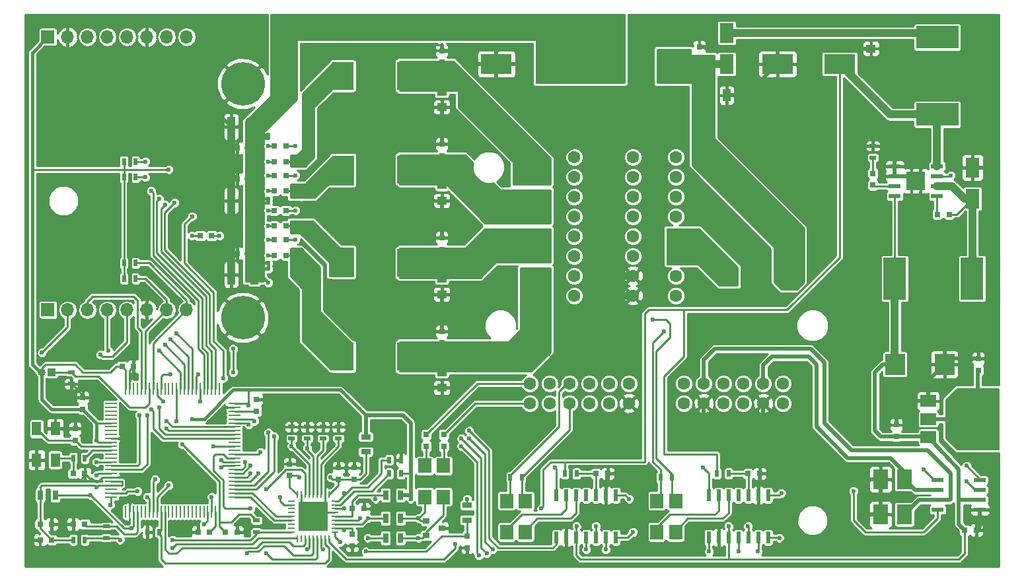
<source format=gbr>
G04 #@! TF.FileFunction,Copper,L1,Top,Signal*
%FSLAX46Y46*%
G04 Gerber Fmt 4.6, Leading zero omitted, Abs format (unit mm)*
G04 Created by KiCad (PCBNEW 4.0.7-e2-6376~58~ubuntu16.04.1) date Mon Jun 18 09:55:01 2018*
%MOMM*%
%LPD*%
G01*
G04 APERTURE LIST*
%ADD10C,0.100000*%
%ADD11R,0.280000X0.900000*%
%ADD12R,0.900000X0.280000*%
%ADD13R,3.700000X3.700000*%
%ADD14R,1.000000X2.500000*%
%ADD15R,0.800000X0.750000*%
%ADD16R,1.250000X1.000000*%
%ADD17R,0.750000X0.800000*%
%ADD18R,1.950000X2.500000*%
%ADD19R,1.000000X1.600000*%
%ADD20R,4.000000X2.500000*%
%ADD21R,2.550000X2.700000*%
%ADD22R,1.500000X0.280000*%
%ADD23R,0.280000X1.500000*%
%ADD24R,1.550000X0.600000*%
%ADD25R,1.175000X1.175000*%
%ADD26R,2.700000X3.600000*%
%ADD27R,0.700000X1.300000*%
%ADD28R,1.300000X0.700000*%
%ADD29R,1.700000X1.900000*%
%ADD30R,5.400000X2.900000*%
%ADD31R,2.900000X5.400000*%
%ADD32R,0.500000X0.900000*%
%ADD33R,0.900000X0.500000*%
%ADD34R,1.000000X1.000000*%
%ADD35O,1.000000X1.000000*%
%ADD36R,0.900000X0.800000*%
%ADD37R,1.800000X2.500000*%
%ADD38R,1.700000X1.700000*%
%ADD39O,1.700000X1.700000*%
%ADD40R,2.000000X3.800000*%
%ADD41R,2.000000X1.500000*%
%ADD42R,0.600000X1.500000*%
%ADD43C,5.600000*%
%ADD44R,1.200000X1.800000*%
%ADD45C,1.600000*%
%ADD46C,1.800000*%
%ADD47C,0.600000*%
%ADD48C,0.400000*%
%ADD49C,1.000000*%
%ADD50C,0.500000*%
%ADD51C,0.250000*%
%ADD52C,0.200000*%
G04 APERTURE END LIST*
D10*
D11*
X109000000Y-118325000D03*
X109500000Y-118325000D03*
X110000000Y-118325000D03*
X110500000Y-118325000D03*
X111000000Y-118325000D03*
X111500000Y-118325000D03*
X112000000Y-118325000D03*
X112500000Y-118325000D03*
X113000000Y-118325000D03*
D12*
X113825000Y-117500000D03*
X113825000Y-117000000D03*
X113825000Y-116500000D03*
X113825000Y-116000000D03*
X113825000Y-115500000D03*
X113825000Y-115000000D03*
X113825000Y-114500000D03*
X113825000Y-114000000D03*
X113825000Y-113500000D03*
D11*
X113000000Y-112675000D03*
X112500000Y-112675000D03*
X112000000Y-112675000D03*
X111500000Y-112675000D03*
X111000000Y-112675000D03*
X110500000Y-112675000D03*
X110000000Y-112675000D03*
X109500000Y-112675000D03*
X109000000Y-112675000D03*
D12*
X108175000Y-113500000D03*
X108175000Y-114000000D03*
X108175000Y-114500000D03*
X108175000Y-115000000D03*
X108175000Y-115500000D03*
X108175000Y-116000000D03*
X108175000Y-116500000D03*
X108175000Y-117000000D03*
X108175000Y-117500000D03*
D13*
X111000000Y-115500000D03*
D14*
X103500000Y-65500000D03*
X100500000Y-65500000D03*
D15*
X101250000Y-68250000D03*
X102750000Y-68250000D03*
D14*
X103500000Y-75000000D03*
X100500000Y-75000000D03*
D15*
X101250000Y-72250000D03*
X102750000Y-72250000D03*
D14*
X103500000Y-84500000D03*
X100500000Y-84500000D03*
D15*
X101250000Y-81750000D03*
X102750000Y-81750000D03*
D16*
X127500000Y-61000000D03*
X127500000Y-63000000D03*
X127500000Y-73000000D03*
X127500000Y-75000000D03*
X127500000Y-85000000D03*
X127500000Y-87000000D03*
X127500000Y-97000000D03*
X127500000Y-99000000D03*
D17*
X127500000Y-55750000D03*
X127500000Y-57250000D03*
X127500000Y-67750000D03*
X127500000Y-69250000D03*
X127500000Y-79750000D03*
X127500000Y-81250000D03*
X127500000Y-91750000D03*
X127500000Y-93250000D03*
D15*
X77500000Y-116500000D03*
X76000000Y-116500000D03*
X76000000Y-118500000D03*
X77500000Y-118500000D03*
X96250000Y-117500000D03*
X97750000Y-117500000D03*
D17*
X103750000Y-100500000D03*
X103750000Y-102000000D03*
D15*
X81750000Y-110000000D03*
X80250000Y-110000000D03*
D17*
X80500000Y-104250000D03*
X80500000Y-105750000D03*
D15*
X80250000Y-116500000D03*
X81750000Y-116500000D03*
D17*
X81500000Y-100250000D03*
X81500000Y-101750000D03*
D15*
X196000000Y-117250000D03*
X194500000Y-117250000D03*
D18*
X186775000Y-115250000D03*
X183725000Y-115250000D03*
X186775000Y-110750000D03*
X183725000Y-110750000D03*
D15*
X101250000Y-117500000D03*
X99750000Y-117500000D03*
X88000000Y-96250000D03*
X86500000Y-96250000D03*
D17*
X130750000Y-119500000D03*
X130750000Y-118000000D03*
X116250000Y-109250000D03*
X116250000Y-110750000D03*
X114250000Y-109250000D03*
X114250000Y-110750000D03*
X108000000Y-108750000D03*
X108000000Y-110250000D03*
X116000000Y-119250000D03*
X116000000Y-117750000D03*
D15*
X117500000Y-114500000D03*
X116000000Y-114500000D03*
D17*
X125500000Y-105000000D03*
X125500000Y-106500000D03*
X127750000Y-105000000D03*
X127750000Y-106500000D03*
D15*
X168250000Y-110000000D03*
X166750000Y-110000000D03*
X148750000Y-110000000D03*
X147250000Y-110000000D03*
D19*
X161000000Y-61500000D03*
X164000000Y-61500000D03*
D17*
X160500000Y-55250000D03*
X160500000Y-56750000D03*
D16*
X182500000Y-53500000D03*
X182500000Y-55500000D03*
D20*
X142500000Y-57500000D03*
X134500000Y-57500000D03*
X178500000Y-57500000D03*
X170500000Y-57500000D03*
D17*
X182750000Y-71500000D03*
X182750000Y-73000000D03*
D15*
X192500000Y-76750000D03*
X191000000Y-76750000D03*
D17*
X185750000Y-103750000D03*
X185750000Y-105250000D03*
D21*
X185575000Y-96000000D03*
X191925000Y-96000000D03*
D17*
X196250000Y-95250000D03*
X196250000Y-96750000D03*
D22*
X85100000Y-101000000D03*
X85100000Y-101500000D03*
X85100000Y-102000000D03*
X85100000Y-102500000D03*
X85100000Y-103000000D03*
X85100000Y-103500000D03*
X85100000Y-104000000D03*
X85100000Y-104500000D03*
X85100000Y-105000000D03*
X85100000Y-105500000D03*
X85100000Y-106000000D03*
X85100000Y-106500000D03*
X85100000Y-107000000D03*
X85100000Y-107500000D03*
X85100000Y-108000000D03*
X85100000Y-108500000D03*
X85100000Y-109000000D03*
X85100000Y-109500000D03*
X85100000Y-110000000D03*
X85100000Y-110500000D03*
X85100000Y-111000000D03*
X85100000Y-111500000D03*
X85100000Y-112000000D03*
X85100000Y-112500000D03*
X85100000Y-113000000D03*
D23*
X87000000Y-114900000D03*
X87500000Y-114900000D03*
X88000000Y-114900000D03*
X88500000Y-114900000D03*
X89000000Y-114900000D03*
X89500000Y-114900000D03*
X90000000Y-114900000D03*
X90500000Y-114900000D03*
X91000000Y-114900000D03*
X91500000Y-114900000D03*
X92000000Y-114900000D03*
X92500000Y-114900000D03*
X93000000Y-114900000D03*
X93500000Y-114900000D03*
X94000000Y-114900000D03*
X94500000Y-114900000D03*
X95000000Y-114900000D03*
X95500000Y-114900000D03*
X96000000Y-114900000D03*
X96500000Y-114900000D03*
X97000000Y-114900000D03*
X97500000Y-114900000D03*
X98000000Y-114900000D03*
X98500000Y-114900000D03*
X99000000Y-114900000D03*
D22*
X100900000Y-113000000D03*
X100900000Y-112500000D03*
X100900000Y-112000000D03*
X100900000Y-111500000D03*
X100900000Y-111000000D03*
X100900000Y-110500000D03*
X100900000Y-110000000D03*
X100900000Y-109500000D03*
X100900000Y-109000000D03*
X100900000Y-108500000D03*
X100900000Y-108000000D03*
X100900000Y-107500000D03*
X100900000Y-107000000D03*
X100900000Y-106500000D03*
X100900000Y-106000000D03*
X100900000Y-105500000D03*
X100900000Y-105000000D03*
X100900000Y-104500000D03*
X100900000Y-104000000D03*
X100900000Y-103500000D03*
X100900000Y-103000000D03*
X100900000Y-102500000D03*
X100900000Y-102000000D03*
X100900000Y-101500000D03*
X100900000Y-101000000D03*
D23*
X99000000Y-99100000D03*
X98500000Y-99100000D03*
X98000000Y-99100000D03*
X97500000Y-99100000D03*
X97000000Y-99100000D03*
X96500000Y-99100000D03*
X96000000Y-99100000D03*
X95500000Y-99100000D03*
X95000000Y-99100000D03*
X94500000Y-99100000D03*
X94000000Y-99100000D03*
X93500000Y-99100000D03*
X93000000Y-99100000D03*
X92500000Y-99100000D03*
X92000000Y-99100000D03*
X91500000Y-99100000D03*
X91000000Y-99100000D03*
X90500000Y-99100000D03*
X90000000Y-99100000D03*
X89500000Y-99100000D03*
X89000000Y-99100000D03*
X88500000Y-99100000D03*
X88000000Y-99100000D03*
X87500000Y-99100000D03*
X87000000Y-99100000D03*
D24*
X196450000Y-114655000D03*
X196450000Y-113385000D03*
X196450000Y-112115000D03*
X196450000Y-110845000D03*
X191050000Y-110845000D03*
X191050000Y-112115000D03*
X191050000Y-113385000D03*
X191050000Y-114655000D03*
X185550000Y-70595000D03*
X185550000Y-71865000D03*
X185550000Y-73135000D03*
X185550000Y-74405000D03*
X190950000Y-74405000D03*
X190950000Y-73135000D03*
X190950000Y-71865000D03*
X190950000Y-70595000D03*
D25*
X188837500Y-73087500D03*
X188837500Y-71912500D03*
X187662500Y-73087500D03*
X187662500Y-71912500D03*
D26*
X114850000Y-59000000D03*
X123150000Y-59000000D03*
X114850000Y-71000000D03*
X123150000Y-71000000D03*
X114850000Y-83000000D03*
X123150000Y-83000000D03*
X114850000Y-95000000D03*
X123150000Y-95000000D03*
D27*
X77950000Y-112750000D03*
X76050000Y-112750000D03*
X120300000Y-115750000D03*
X122200000Y-115750000D03*
X120300000Y-118250000D03*
X122200000Y-118250000D03*
D28*
X130750000Y-115950000D03*
X130750000Y-114050000D03*
D27*
X120300000Y-112750000D03*
X122200000Y-112750000D03*
D28*
X117750000Y-107200000D03*
X117750000Y-105300000D03*
D29*
X125300000Y-113000000D03*
X125300000Y-109000000D03*
X127700000Y-113000000D03*
X127700000Y-109000000D03*
X155050000Y-117500000D03*
X155050000Y-113500000D03*
X157450000Y-117500000D03*
X157450000Y-113500000D03*
X135800000Y-117500000D03*
X135800000Y-113500000D03*
X138200000Y-117500000D03*
X138200000Y-113500000D03*
D26*
X156650000Y-57500000D03*
X148350000Y-57500000D03*
D30*
X191000000Y-54050000D03*
X191000000Y-63950000D03*
D31*
X195450000Y-85000000D03*
X185550000Y-85000000D03*
D32*
X81750000Y-108000000D03*
X80250000Y-108000000D03*
D33*
X103750000Y-116000000D03*
X103750000Y-117500000D03*
D32*
X81750000Y-118500000D03*
X80250000Y-118500000D03*
X86750000Y-85000000D03*
X88250000Y-85000000D03*
X86750000Y-83000000D03*
X88250000Y-83000000D03*
D33*
X84500000Y-118250000D03*
X84500000Y-116750000D03*
D32*
X86750000Y-72000000D03*
X88250000Y-72000000D03*
X86750000Y-70000000D03*
X88250000Y-70000000D03*
D33*
X80000000Y-97000000D03*
X80000000Y-98500000D03*
X108250000Y-105500000D03*
X108250000Y-104000000D03*
D32*
X89750000Y-117500000D03*
X91250000Y-117500000D03*
D33*
X110250000Y-105500000D03*
X110250000Y-104000000D03*
X112250000Y-105500000D03*
X112250000Y-104000000D03*
X114250000Y-105500000D03*
X114250000Y-104000000D03*
D32*
X120750000Y-110000000D03*
X122250000Y-110000000D03*
X120750000Y-108250000D03*
X122250000Y-108250000D03*
X164250000Y-110000000D03*
X162750000Y-110000000D03*
X144750000Y-110000000D03*
X143250000Y-110000000D03*
X157000000Y-110500000D03*
X155500000Y-110500000D03*
X137750000Y-110500000D03*
X136250000Y-110500000D03*
D33*
X182750000Y-68000000D03*
X182750000Y-69500000D03*
D34*
X77500000Y-97000000D03*
D35*
X76230000Y-97000000D03*
D36*
X125500000Y-116050000D03*
X125500000Y-117950000D03*
X127500000Y-117000000D03*
D37*
X164000000Y-53500000D03*
X164000000Y-57500000D03*
X195500000Y-74750000D03*
X195500000Y-70750000D03*
D38*
X77000000Y-89000000D03*
D39*
X79540000Y-89000000D03*
X82080000Y-89000000D03*
X84620000Y-89000000D03*
X87160000Y-89000000D03*
X89700000Y-89000000D03*
X92240000Y-89000000D03*
X94780000Y-89000000D03*
D38*
X77000000Y-54000000D03*
D39*
X79540000Y-54000000D03*
X82080000Y-54000000D03*
X84620000Y-54000000D03*
X87160000Y-54000000D03*
X89700000Y-54000000D03*
X92240000Y-54000000D03*
X94780000Y-54000000D03*
D40*
X196150000Y-103000000D03*
D41*
X189850000Y-103000000D03*
X189850000Y-105300000D03*
X189850000Y-100700000D03*
D42*
X161690000Y-118200000D03*
X162960000Y-118200000D03*
X164230000Y-118200000D03*
X165500000Y-118200000D03*
X166770000Y-118200000D03*
X168040000Y-118200000D03*
X169310000Y-118200000D03*
X169310000Y-112800000D03*
X168040000Y-112800000D03*
X166770000Y-112800000D03*
X165500000Y-112800000D03*
X164230000Y-112800000D03*
X162960000Y-112800000D03*
X161690000Y-112800000D03*
X142190000Y-118200000D03*
X143460000Y-118200000D03*
X144730000Y-118200000D03*
X146000000Y-118200000D03*
X147270000Y-118200000D03*
X148540000Y-118200000D03*
X149810000Y-118200000D03*
X149810000Y-112800000D03*
X148540000Y-112800000D03*
X147270000Y-112800000D03*
X146000000Y-112800000D03*
X144730000Y-112800000D03*
X143460000Y-112800000D03*
X142190000Y-112800000D03*
D15*
X107500000Y-68000000D03*
X106000000Y-68000000D03*
X107500000Y-70000000D03*
X106000000Y-70000000D03*
X107500000Y-71750000D03*
X106000000Y-71750000D03*
X107500000Y-73750000D03*
X106000000Y-73750000D03*
X107500000Y-76250000D03*
X106000000Y-76250000D03*
X107500000Y-78250000D03*
X106000000Y-78250000D03*
X107500000Y-80000000D03*
X106000000Y-80000000D03*
X107500000Y-82000000D03*
X106000000Y-82000000D03*
D43*
X102000000Y-90000000D03*
X102000000Y-60000000D03*
D44*
X77950000Y-108250000D03*
X77950000Y-104250000D03*
X75550000Y-104250000D03*
X75550000Y-108250000D03*
D45*
X138780000Y-98450000D03*
X141320000Y-98450000D03*
X143860000Y-98450000D03*
X146400000Y-98450000D03*
X148940000Y-98450000D03*
X151480000Y-98450000D03*
X138780000Y-100990000D03*
X141320000Y-100990000D03*
X143860000Y-100990000D03*
X146400000Y-100990000D03*
X148940000Y-100990000D03*
X151480000Y-100990000D03*
X158520000Y-98450000D03*
X161060000Y-98450000D03*
X163600000Y-98450000D03*
X166140000Y-98450000D03*
X168680000Y-98450000D03*
X171220000Y-98450000D03*
X158520000Y-100990000D03*
X161060000Y-100990000D03*
X163600000Y-100990000D03*
X166140000Y-100990000D03*
X168680000Y-100990000D03*
X171220000Y-100990000D03*
X138980000Y-69400000D03*
X138980000Y-74480000D03*
X138980000Y-79560000D03*
X138980000Y-84640000D03*
X144480000Y-69400000D03*
X144480000Y-74480000D03*
X144480000Y-79560000D03*
X144480000Y-84640000D03*
X151980000Y-69400000D03*
X151980000Y-74480000D03*
X151980000Y-79560000D03*
X151980000Y-84640000D03*
X157480000Y-69400000D03*
X157480000Y-74480000D03*
X157480000Y-79560000D03*
X157480000Y-84640000D03*
X138980000Y-71940000D03*
X138980000Y-77020000D03*
X138980000Y-82100000D03*
X138980000Y-87180000D03*
X144480000Y-71940000D03*
X144480000Y-77020000D03*
X144480000Y-82100000D03*
X144480000Y-87180000D03*
X151980000Y-71940000D03*
X151980000Y-77020000D03*
X151980000Y-82100000D03*
X151980000Y-87180000D03*
X157480000Y-71940000D03*
X157480000Y-77020000D03*
X157480000Y-82100000D03*
X157480000Y-87180000D03*
D46*
X164000000Y-84600000D03*
X172100000Y-84600000D03*
D15*
X98000000Y-79500000D03*
X96500000Y-79500000D03*
D47*
X105250000Y-85500000D03*
X105250000Y-67000000D03*
X105250000Y-66500000D03*
X105250000Y-75250000D03*
X105250000Y-74750000D03*
X105250000Y-83000000D03*
X105250000Y-83750000D03*
X160500000Y-91500000D03*
X162500000Y-91500000D03*
X164500000Y-91500000D03*
X166500000Y-91500000D03*
X168500000Y-91500000D03*
X170500000Y-91500000D03*
X192000000Y-92750000D03*
X99000000Y-66000000D03*
X99000000Y-68000000D03*
X99000000Y-70237500D03*
X99000000Y-72000000D03*
X99000000Y-74000000D03*
X99000000Y-76000000D03*
X99000000Y-78000000D03*
X99000000Y-82000000D03*
X99000000Y-84000000D03*
X115000000Y-89000000D03*
X125000000Y-89000000D03*
X123000000Y-89000000D03*
X121000000Y-89000000D03*
X119000000Y-89000000D03*
X117000000Y-89000000D03*
X125000000Y-77000000D03*
X115000000Y-77000000D03*
X117000000Y-77000000D03*
X119000000Y-77000000D03*
X121000000Y-77000000D03*
X123000000Y-77000000D03*
X125000000Y-65000000D03*
X115000000Y-65000000D03*
X117000000Y-65000000D03*
X119000000Y-65000000D03*
X121000000Y-65000000D03*
X123000000Y-65000000D03*
X117000000Y-117500000D03*
X130750000Y-120500000D03*
X140250000Y-118750000D03*
X105000000Y-100500000D03*
X134500000Y-55500000D03*
X130000000Y-55750000D03*
X125750000Y-99000000D03*
X197500000Y-116000000D03*
X195500000Y-116000000D03*
X102500000Y-116000000D03*
X169750000Y-115500000D03*
X94500000Y-117500000D03*
X119000000Y-114250000D03*
X129000000Y-117000000D03*
X99250000Y-102000000D03*
X77950000Y-102550000D03*
X80750000Y-99250000D03*
X149500000Y-84500000D03*
X149500000Y-87250000D03*
X89750000Y-119000000D03*
X79000000Y-119750000D03*
X79000000Y-116500000D03*
X87750000Y-113000000D03*
X111750000Y-114500000D03*
X87000000Y-110250000D03*
X112000000Y-116250000D03*
X110500000Y-116250000D03*
X87000000Y-105750000D03*
X143250000Y-116750000D03*
X162750000Y-116750000D03*
X123500000Y-113250000D03*
X198000000Y-100000000D03*
X198000000Y-101500000D03*
X198000000Y-106000000D03*
X198000000Y-104500000D03*
X198000000Y-103000000D03*
X82500000Y-112750000D03*
X94250000Y-106250000D03*
X95500000Y-103000000D03*
X130750000Y-113250000D03*
X194000000Y-103000000D03*
X193000000Y-103000000D03*
X102750000Y-101250000D03*
X87750000Y-117000000D03*
X92500000Y-71000000D03*
X83250000Y-110250000D03*
X83250000Y-105750000D03*
X147250000Y-116750000D03*
X166750000Y-116750000D03*
X95500000Y-79500000D03*
X99000000Y-79500000D03*
X105250000Y-68000000D03*
X108750000Y-68000000D03*
X105250000Y-70000000D03*
X109500000Y-70000000D03*
X110250000Y-69750000D03*
X108750000Y-69750000D03*
X105250000Y-71750000D03*
X108750000Y-71750000D03*
X105250000Y-73750000D03*
X109500000Y-74500000D03*
X110250000Y-73750000D03*
X108750000Y-73750000D03*
X105250000Y-76250000D03*
X108750000Y-76250000D03*
X105250000Y-78250000D03*
X109500000Y-78500000D03*
X110250000Y-78000000D03*
X108750000Y-78000000D03*
X105250000Y-80000000D03*
X108750000Y-80000000D03*
X105250000Y-82000000D03*
X108750000Y-82750000D03*
X108750000Y-84000000D03*
X108750000Y-81750000D03*
X83250000Y-111750000D03*
X86250000Y-118500000D03*
X100750000Y-97000000D03*
X100750000Y-94000000D03*
X144750000Y-116750000D03*
X164250000Y-116750000D03*
X102500000Y-120250000D03*
X105000000Y-120250000D03*
X115000000Y-114500000D03*
X110250000Y-119750000D03*
X117750000Y-120000000D03*
X112250000Y-119750000D03*
X113250000Y-110500000D03*
X109250000Y-110500000D03*
X115000000Y-117250000D03*
X119000000Y-113250000D03*
X140250000Y-114500000D03*
X129250000Y-119000000D03*
X98250000Y-106500000D03*
X99500000Y-97750000D03*
X95500000Y-77000000D03*
X92000000Y-75500000D03*
X93250000Y-75250000D03*
X91250000Y-74750000D03*
X90250000Y-73750000D03*
X91250000Y-101500000D03*
X89500000Y-72000000D03*
X90250000Y-101750000D03*
X89500000Y-70000000D03*
X93500000Y-92000000D03*
X92750000Y-92750000D03*
X92000000Y-93500000D03*
X91250000Y-94250000D03*
X93000000Y-119500000D03*
X83250000Y-108500000D03*
X88750000Y-102500000D03*
X83750000Y-94750000D03*
X84750000Y-94250000D03*
X89750000Y-102500000D03*
X105000000Y-112000000D03*
X88500000Y-112250000D03*
X85000000Y-114000000D03*
X93000000Y-118500000D03*
X115000000Y-112500000D03*
X89750000Y-113000000D03*
X108250000Y-106500000D03*
X90750000Y-110750000D03*
X110250000Y-106750000D03*
X92500000Y-111500000D03*
X76250000Y-94500000D03*
X97000000Y-116500000D03*
X106750000Y-113000000D03*
X98000000Y-113000000D03*
X106000000Y-105250000D03*
X105250000Y-104750000D03*
X194750000Y-111000000D03*
X103000000Y-110000000D03*
X103000000Y-109000000D03*
X194750000Y-109000000D03*
X180250000Y-112250000D03*
X104000000Y-110000000D03*
X189250000Y-109500000D03*
X102250000Y-108500000D03*
X92250000Y-104250000D03*
X92250000Y-103250000D03*
X102750000Y-103750000D03*
X103500000Y-103250000D03*
X96500000Y-100750000D03*
X130000000Y-106500000D03*
X165500000Y-120000000D03*
X132250000Y-120500000D03*
X96250000Y-97250000D03*
X130000000Y-105500000D03*
X161750000Y-120000000D03*
X133250000Y-120250000D03*
X103000000Y-114500000D03*
X148500000Y-119750000D03*
X168000000Y-120000000D03*
X104250000Y-107250000D03*
X142000000Y-109250000D03*
X161000000Y-109250000D03*
X171000000Y-112500000D03*
X99250000Y-108250000D03*
X151500000Y-113250000D03*
X99250000Y-109250000D03*
X93500000Y-103250000D03*
X146000000Y-119750000D03*
X134000000Y-119750000D03*
X131000000Y-105500000D03*
X92750000Y-97250000D03*
X131000000Y-104500000D03*
X91750000Y-100750000D03*
X192750000Y-71750000D03*
X170750000Y-118250000D03*
X152000000Y-117500000D03*
X114500000Y-118750000D03*
X118000000Y-115750000D03*
X117000000Y-115750000D03*
X118000000Y-118250000D03*
X124500000Y-115750000D03*
X124500000Y-118250000D03*
X156000000Y-91750000D03*
X154500000Y-90250000D03*
D48*
X104250000Y-84500000D02*
X103500000Y-84500000D01*
X105250000Y-85500000D02*
X104250000Y-84500000D01*
X105250000Y-66500000D02*
X104500000Y-66500000D01*
X104500000Y-66500000D02*
X103500000Y-65500000D01*
X105250000Y-67000000D02*
X104000000Y-67000000D01*
X104000000Y-67000000D02*
X103500000Y-67500000D01*
X105250000Y-66500000D02*
X105250000Y-67000000D01*
X105250000Y-83750000D02*
X104250000Y-83750000D01*
X104250000Y-83750000D02*
X103500000Y-84500000D01*
X105250000Y-83000000D02*
X103500000Y-83000000D01*
X105250000Y-75250000D02*
X103750000Y-75250000D01*
X103750000Y-75250000D02*
X103500000Y-75000000D01*
X105250000Y-74750000D02*
X103750000Y-74750000D01*
X103750000Y-74750000D02*
X103500000Y-75000000D01*
X105250000Y-74750000D02*
X105250000Y-75250000D01*
X105250000Y-83000000D02*
X105250000Y-83750000D01*
D49*
X103500000Y-84500000D02*
X103500000Y-83000000D01*
X103500000Y-83000000D02*
X103500000Y-82500000D01*
X103500000Y-82500000D02*
X102750000Y-81750000D01*
X103500000Y-75000000D02*
X103500000Y-73000000D01*
X103500000Y-73000000D02*
X102750000Y-72250000D01*
X103500000Y-65500000D02*
X103500000Y-67500000D01*
X103500000Y-67500000D02*
X102750000Y-68250000D01*
X142500000Y-52250000D02*
X148250000Y-52250000D01*
X148350000Y-52350000D02*
X148350000Y-57500000D01*
X148250000Y-52250000D02*
X148350000Y-52350000D01*
X103500000Y-65500000D02*
X107250000Y-61750000D01*
X107250000Y-61750000D02*
X107250000Y-54500000D01*
X107250000Y-54500000D02*
X109500000Y-52250000D01*
X109500000Y-52250000D02*
X142500000Y-52250000D01*
X142500000Y-52250000D02*
X142500000Y-57500000D01*
X103500000Y-75000000D02*
X103500000Y-65500000D01*
X103500000Y-84500000D02*
X103500000Y-75000000D01*
D50*
X191925000Y-96000000D02*
X191925000Y-92825000D01*
X162500000Y-91500000D02*
X160500000Y-91500000D01*
X166500000Y-91500000D02*
X164500000Y-91500000D01*
X170500000Y-91500000D02*
X168500000Y-91500000D01*
X191925000Y-92825000D02*
X192000000Y-92750000D01*
D48*
X99000000Y-70237500D02*
X99000000Y-68000000D01*
X99000000Y-74000000D02*
X99000000Y-72000000D01*
X99000000Y-78000000D02*
X99000000Y-76000000D01*
X99000000Y-84000000D02*
X99000000Y-82000000D01*
D51*
X123000000Y-89000000D02*
X121000000Y-89000000D01*
X119000000Y-89000000D02*
X117000000Y-89000000D01*
X125000000Y-89000000D02*
X125000000Y-89250000D01*
X119000000Y-77000000D02*
X117000000Y-77000000D01*
X123000000Y-77000000D02*
X121000000Y-77000000D01*
X119000000Y-65000000D02*
X117000000Y-65000000D01*
X123000000Y-65000000D02*
X121000000Y-65000000D01*
X116000000Y-119250000D02*
X116500000Y-119250000D01*
X117000000Y-118750000D02*
X117000000Y-117500000D01*
X116500000Y-119250000D02*
X117000000Y-118750000D01*
X130750000Y-119500000D02*
X130750000Y-120500000D01*
X103750000Y-100500000D02*
X105000000Y-100500000D01*
X106750000Y-108000000D02*
X106750000Y-108250000D01*
X106750000Y-108000000D02*
X106750000Y-104000000D01*
X108250000Y-104000000D02*
X106750000Y-104000000D01*
X107250000Y-108750000D02*
X108000000Y-108750000D01*
X106750000Y-108250000D02*
X107250000Y-108750000D01*
D50*
X134500000Y-57500000D02*
X137750000Y-57500000D01*
X134500000Y-57500000D02*
X131500000Y-57500000D01*
X134500000Y-57500000D02*
X134500000Y-59500000D01*
X134500000Y-57500000D02*
X134500000Y-55500000D01*
X127500000Y-55750000D02*
X130000000Y-55750000D01*
X127500000Y-99000000D02*
X125750000Y-99000000D01*
X168680000Y-102930000D02*
X161180000Y-102930000D01*
X161060000Y-102810000D02*
X161060000Y-100990000D01*
X161180000Y-102930000D02*
X161060000Y-102810000D01*
X181500000Y-110750000D02*
X176500000Y-110750000D01*
X168680000Y-102930000D02*
X168680000Y-100990000D01*
X176500000Y-110750000D02*
X168680000Y-102930000D01*
X183725000Y-115250000D02*
X181500000Y-115250000D01*
X181500000Y-110750000D02*
X183725000Y-110750000D01*
X181500000Y-115250000D02*
X181500000Y-110750000D01*
D51*
X196450000Y-116000000D02*
X197500000Y-116000000D01*
X196450000Y-116000000D02*
X195500000Y-116000000D01*
X101250000Y-117500000D02*
X102250000Y-117500000D01*
X102500000Y-117250000D02*
X102500000Y-116000000D01*
X102250000Y-117500000D02*
X102500000Y-117250000D01*
X96250000Y-117500000D02*
X94500000Y-117500000D01*
X117500000Y-114500000D02*
X118750000Y-114500000D01*
X118750000Y-114500000D02*
X119000000Y-114250000D01*
X127500000Y-117000000D02*
X129000000Y-117000000D01*
X100900000Y-101500000D02*
X99750000Y-101500000D01*
X99750000Y-101500000D02*
X99250000Y-102000000D01*
X81500000Y-100250000D02*
X81500000Y-100000000D01*
X81500000Y-100000000D02*
X80750000Y-99250000D01*
X80750000Y-99250000D02*
X80000000Y-98500000D01*
D49*
X151980000Y-87180000D02*
X149570000Y-87180000D01*
X149640000Y-84640000D02*
X151980000Y-84640000D01*
X149500000Y-84500000D02*
X149640000Y-84640000D01*
X149570000Y-87180000D02*
X149500000Y-87250000D01*
D51*
X85100000Y-110500000D02*
X84000000Y-110500000D01*
X82750000Y-111000000D02*
X81750000Y-110000000D01*
X83500000Y-111000000D02*
X82750000Y-111000000D01*
X84000000Y-110500000D02*
X83500000Y-111000000D01*
X89750000Y-117500000D02*
X89750000Y-119000000D01*
X74250000Y-108250000D02*
X74250000Y-118500000D01*
X74250000Y-118500000D02*
X76000000Y-118500000D01*
X76000000Y-118500000D02*
X76000000Y-119750000D01*
X76000000Y-119750000D02*
X79000000Y-119750000D01*
X87500000Y-114900000D02*
X87500000Y-113250000D01*
X87500000Y-113250000D02*
X87750000Y-113000000D01*
X112250000Y-104000000D02*
X114250000Y-104000000D01*
X110250000Y-104000000D02*
X112250000Y-104000000D01*
X108250000Y-104000000D02*
X110250000Y-104000000D01*
X112500000Y-112725000D02*
X112500000Y-110000000D01*
X113250000Y-109250000D02*
X114250000Y-109250000D01*
X112500000Y-110000000D02*
X113250000Y-109250000D01*
X114250000Y-109250000D02*
X116250000Y-109250000D01*
X119500000Y-65000000D02*
X119500000Y-55000000D01*
D50*
X127500000Y-55000000D02*
X127500000Y-55750000D01*
D51*
X119500000Y-55000000D02*
X127500000Y-55000000D01*
X119500000Y-77000000D02*
X119500000Y-65000000D01*
X119500000Y-65000000D02*
X125000000Y-65000000D01*
X125000000Y-65000000D02*
X127500000Y-65000000D01*
X127500000Y-89250000D02*
X125000000Y-89250000D01*
X125000000Y-89250000D02*
X119500000Y-89250000D01*
X119500000Y-77000000D02*
X125000000Y-77000000D01*
X125000000Y-77000000D02*
X127500000Y-77000000D01*
X119500000Y-89250000D02*
X119500000Y-77000000D01*
D48*
X89700000Y-52050000D02*
X97450000Y-52050000D01*
X97500000Y-62500000D02*
X100500000Y-65500000D01*
X97500000Y-52100000D02*
X97500000Y-62500000D01*
X97450000Y-52050000D02*
X97500000Y-52100000D01*
X79540000Y-54000000D02*
X79540000Y-52040000D01*
X89700000Y-52050000D02*
X89700000Y-54000000D01*
X89750000Y-52000000D02*
X89700000Y-52050000D01*
X79580000Y-52000000D02*
X89750000Y-52000000D01*
X79540000Y-52040000D02*
X79580000Y-52000000D01*
D51*
X198250000Y-70750000D02*
X198250000Y-56750000D01*
X183500000Y-55500000D02*
X182500000Y-55500000D01*
X184750000Y-56750000D02*
X183500000Y-55500000D01*
X198250000Y-56750000D02*
X184750000Y-56750000D01*
D50*
X195500000Y-70750000D02*
X198250000Y-70750000D01*
D51*
X198250000Y-95250000D02*
X196250000Y-95250000D01*
X198250000Y-89000000D02*
X198250000Y-95250000D01*
X198250000Y-70750000D02*
X198250000Y-89000000D01*
D50*
X183725000Y-115250000D02*
X183725000Y-110750000D01*
D51*
X109500000Y-112725000D02*
X109500000Y-114000000D01*
X109500000Y-114000000D02*
X111000000Y-115500000D01*
D50*
X164000000Y-61500000D02*
X166500000Y-61500000D01*
X166500000Y-61500000D02*
X170500000Y-57500000D01*
X170500000Y-55500000D02*
X170500000Y-57500000D01*
X160500000Y-55250000D02*
X161250000Y-55250000D01*
X161500000Y-55500000D02*
X170500000Y-55500000D01*
X170500000Y-55500000D02*
X182500000Y-55500000D01*
X161250000Y-55250000D02*
X161500000Y-55500000D01*
X127500000Y-91750000D02*
X127500000Y-89250000D01*
X127500000Y-89250000D02*
X127500000Y-87000000D01*
X127500000Y-75000000D02*
X127500000Y-77000000D01*
X127500000Y-77000000D02*
X127500000Y-79750000D01*
X127500000Y-63000000D02*
X127500000Y-65000000D01*
X127500000Y-65000000D02*
X127500000Y-67750000D01*
D51*
X111750000Y-114500000D02*
X111000000Y-115250000D01*
X111000000Y-115250000D02*
X111000000Y-115500000D01*
X81750000Y-110000000D02*
X81750000Y-110250000D01*
X81750000Y-110250000D02*
X81000000Y-111000000D01*
X81000000Y-111000000D02*
X75500000Y-111000000D01*
X75500000Y-111000000D02*
X75550000Y-110950000D01*
X75550000Y-110950000D02*
X75550000Y-108250000D01*
X75550000Y-108250000D02*
X74250000Y-108250000D01*
X77950000Y-102550000D02*
X77950000Y-104250000D01*
X78000000Y-102500000D02*
X77950000Y-102550000D01*
X74250000Y-108250000D02*
X74250000Y-102500000D01*
X74250000Y-102500000D02*
X78000000Y-102500000D01*
X85100000Y-110500000D02*
X86750000Y-110500000D01*
X86750000Y-110500000D02*
X87000000Y-110250000D01*
X112000000Y-116250000D02*
X111250000Y-115500000D01*
X111250000Y-115500000D02*
X111000000Y-115500000D01*
X110500000Y-116250000D02*
X111000000Y-115750000D01*
X111000000Y-115750000D02*
X111000000Y-115500000D01*
X113775000Y-115000000D02*
X111500000Y-115000000D01*
X111500000Y-115000000D02*
X111000000Y-115500000D01*
X112500000Y-112725000D02*
X112500000Y-114000000D01*
X112500000Y-114000000D02*
X111000000Y-115500000D01*
D50*
X100500000Y-65500000D02*
X100500000Y-71500000D01*
X100500000Y-71500000D02*
X101250000Y-72250000D01*
X100500000Y-65500000D02*
X100500000Y-67500000D01*
X100500000Y-67500000D02*
X101250000Y-68250000D01*
X100500000Y-84500000D02*
X100500000Y-82500000D01*
X100500000Y-82500000D02*
X101250000Y-81750000D01*
D49*
X100500000Y-75000000D02*
X100500000Y-65500000D01*
X100500000Y-84500000D02*
X100500000Y-75000000D01*
D51*
X80250000Y-116500000D02*
X79000000Y-116500000D01*
X79000000Y-116500000D02*
X77500000Y-116500000D01*
X85100000Y-105500000D02*
X86750000Y-105500000D01*
X86750000Y-105500000D02*
X87000000Y-105750000D01*
X77950000Y-104250000D02*
X80500000Y-104250000D01*
X87500000Y-99100000D02*
X87500000Y-96750000D01*
X87500000Y-96750000D02*
X88000000Y-96250000D01*
X143460000Y-118200000D02*
X143460000Y-116960000D01*
X143460000Y-116960000D02*
X143250000Y-116750000D01*
X162960000Y-118200000D02*
X162960000Y-116960000D01*
X162960000Y-116960000D02*
X162750000Y-116750000D01*
X168040000Y-112800000D02*
X168040000Y-110210000D01*
X168040000Y-110210000D02*
X168250000Y-110000000D01*
X148540000Y-112800000D02*
X148540000Y-110210000D01*
X148540000Y-110210000D02*
X148750000Y-110000000D01*
D50*
X185750000Y-103750000D02*
X185750000Y-101500000D01*
X186550000Y-100700000D02*
X189850000Y-100700000D01*
X185750000Y-101500000D02*
X186550000Y-100700000D01*
X189850000Y-100700000D02*
X189850000Y-98075000D01*
X189850000Y-98075000D02*
X191925000Y-96000000D01*
X196450000Y-114655000D02*
X196450000Y-116000000D01*
X196450000Y-116000000D02*
X196450000Y-116800000D01*
X196450000Y-116800000D02*
X196000000Y-117250000D01*
X196250000Y-95250000D02*
X192675000Y-95250000D01*
D51*
X192675000Y-95250000D02*
X191925000Y-96000000D01*
D50*
X185550000Y-70595000D02*
X185550000Y-69550000D01*
D51*
X184000000Y-68000000D02*
X182750000Y-68000000D01*
X185550000Y-69550000D02*
X184000000Y-68000000D01*
D50*
X185550000Y-71865000D02*
X185550000Y-70595000D01*
D51*
X188837500Y-73087500D02*
X187662500Y-73087500D01*
X188837500Y-71912500D02*
X188837500Y-73087500D01*
X187662500Y-71912500D02*
X188837500Y-71912500D01*
D50*
X185550000Y-71865000D02*
X187615000Y-71865000D01*
D51*
X187615000Y-71865000D02*
X187662500Y-71912500D01*
X99000000Y-116250000D02*
X100500000Y-116250000D01*
X103000000Y-115250000D02*
X103750000Y-116000000D01*
X101500000Y-115250000D02*
X103000000Y-115250000D01*
X100500000Y-116250000D02*
X101500000Y-115250000D01*
D50*
X123500000Y-113250000D02*
X123500000Y-112750000D01*
X122200000Y-112750000D02*
X123500000Y-112750000D01*
D51*
X198000000Y-103000000D02*
X198000000Y-101500000D01*
X196150000Y-103000000D02*
X198000000Y-103000000D01*
X198000000Y-104500000D02*
X198000000Y-106000000D01*
X85750000Y-96250000D02*
X85000000Y-97000000D01*
X80500000Y-96000000D02*
X76750000Y-96000000D01*
X76230000Y-96520000D02*
X76750000Y-96000000D01*
X85750000Y-96250000D02*
X86500000Y-96250000D01*
X81500000Y-97000000D02*
X80500000Y-96000000D01*
X85000000Y-97000000D02*
X81500000Y-97000000D01*
X76230000Y-96520000D02*
X76230000Y-97000000D01*
X99000000Y-114900000D02*
X99000000Y-113750000D01*
X99000000Y-113750000D02*
X99000000Y-111000000D01*
X99000000Y-111000000D02*
X94250000Y-106250000D01*
D48*
X103000000Y-99250000D02*
X100750000Y-99250000D01*
X100750000Y-99250000D02*
X97000000Y-103000000D01*
X97000000Y-103000000D02*
X95500000Y-103000000D01*
D51*
X130750000Y-114050000D02*
X130750000Y-113250000D01*
X79250000Y-112750000D02*
X82500000Y-112750000D01*
X79250000Y-112750000D02*
X77950000Y-112750000D01*
X86750000Y-117000000D02*
X87750000Y-117000000D01*
X82500000Y-112750000D02*
X86750000Y-117000000D01*
X102750000Y-101250000D02*
X102750000Y-99500000D01*
D48*
X114500000Y-99250000D02*
X103000000Y-99250000D01*
X114500000Y-99250000D02*
X117750000Y-102500000D01*
D51*
X102750000Y-99500000D02*
X103000000Y-99250000D01*
X122250000Y-110000000D02*
X123500000Y-110000000D01*
D50*
X123500000Y-112750000D02*
X123500000Y-110000000D01*
X123500000Y-110000000D02*
X123500000Y-103500000D01*
X123500000Y-103500000D02*
X122500000Y-102500000D01*
X122500000Y-102500000D02*
X117750000Y-102500000D01*
X117750000Y-102500000D02*
X117750000Y-105300000D01*
D51*
X100900000Y-101000000D02*
X102500000Y-101000000D01*
X102500000Y-101000000D02*
X102750000Y-101250000D01*
X88000000Y-114900000D02*
X88000000Y-116750000D01*
X88000000Y-116750000D02*
X87750000Y-117000000D01*
X86750000Y-71000000D02*
X75000000Y-71000000D01*
X92500000Y-71000000D02*
X86750000Y-71000000D01*
D48*
X77000000Y-54000000D02*
X75000000Y-56000000D01*
X75000000Y-56000000D02*
X75000000Y-71000000D01*
X75000000Y-96000000D02*
X76000000Y-97000000D01*
X75000000Y-71000000D02*
X75000000Y-76500000D01*
X75000000Y-76500000D02*
X75000000Y-93500000D01*
X75000000Y-93500000D02*
X75000000Y-95250000D01*
X75000000Y-95250000D02*
X75000000Y-96000000D01*
X76000000Y-97000000D02*
X76230000Y-97000000D01*
D51*
X86750000Y-72000000D02*
X86750000Y-71000000D01*
X86750000Y-71000000D02*
X86750000Y-70000000D01*
X86750000Y-83000000D02*
X86750000Y-72000000D01*
X86750000Y-85000000D02*
X86750000Y-83000000D01*
D48*
X81500000Y-101750000D02*
X77500000Y-101750000D01*
X77500000Y-101750000D02*
X76230000Y-100480000D01*
X76230000Y-100480000D02*
X76230000Y-97000000D01*
X83250000Y-105750000D02*
X83250000Y-103500000D01*
D51*
X85100000Y-110000000D02*
X83500000Y-110000000D01*
X83500000Y-110000000D02*
X83250000Y-110250000D01*
X85100000Y-103500000D02*
X83250000Y-103500000D01*
D48*
X83250000Y-103500000D02*
X81500000Y-101750000D01*
D51*
X99000000Y-114900000D02*
X99000000Y-116250000D01*
X99000000Y-116250000D02*
X99000000Y-116750000D01*
X99000000Y-116750000D02*
X99750000Y-117500000D01*
X85100000Y-106000000D02*
X83500000Y-106000000D01*
X83500000Y-106000000D02*
X83250000Y-105750000D01*
X87000000Y-99100000D02*
X87000000Y-96750000D01*
X87000000Y-96750000D02*
X86500000Y-96250000D01*
X147270000Y-118200000D02*
X147270000Y-116770000D01*
X147270000Y-116770000D02*
X147250000Y-116750000D01*
X166770000Y-118200000D02*
X166770000Y-116770000D01*
X166770000Y-116770000D02*
X166750000Y-116750000D01*
D50*
X189850000Y-103000000D02*
X193000000Y-103000000D01*
X193000000Y-103000000D02*
X194000000Y-103000000D01*
X194000000Y-103000000D02*
X196150000Y-103000000D01*
X196150000Y-103000000D02*
X196150000Y-96850000D01*
X196150000Y-96850000D02*
X196250000Y-96750000D01*
D51*
X95500000Y-79500000D02*
X96500000Y-79500000D01*
X99000000Y-79500000D02*
X98000000Y-79500000D01*
X105250000Y-68000000D02*
X106000000Y-68000000D01*
X107500000Y-68000000D02*
X108750000Y-68000000D01*
X105250000Y-70000000D02*
X106000000Y-70000000D01*
D48*
X109500000Y-70000000D02*
X110250000Y-69750000D01*
D51*
X107500000Y-70000000D02*
X108250000Y-70000000D01*
X108250000Y-70000000D02*
X108750000Y-69750000D01*
D48*
X111000000Y-62850000D02*
X114850000Y-59000000D01*
X110250000Y-69750000D02*
X111000000Y-68500000D01*
X111000000Y-68500000D02*
X111000000Y-62850000D01*
D51*
X105250000Y-71750000D02*
X106000000Y-71750000D01*
X107500000Y-71750000D02*
X108750000Y-71750000D01*
X105250000Y-73750000D02*
X106000000Y-73750000D01*
D48*
X109500000Y-74500000D02*
X110250000Y-73750000D01*
D51*
X107500000Y-73750000D02*
X108500000Y-73750000D01*
X108500000Y-73750000D02*
X108750000Y-73750000D01*
D48*
X111750000Y-73500000D02*
X114250000Y-71000000D01*
X110250000Y-73750000D02*
X111750000Y-73500000D01*
X114250000Y-71000000D02*
X114850000Y-71000000D01*
D51*
X105250000Y-76250000D02*
X106000000Y-76250000D01*
X107500000Y-76250000D02*
X108750000Y-76250000D01*
X105250000Y-78250000D02*
X106000000Y-78250000D01*
D48*
X109500000Y-78500000D02*
X110125000Y-78500000D01*
X110125000Y-78500000D02*
X110250000Y-78500000D01*
X110250000Y-78500000D02*
X110125000Y-78500000D01*
X110250000Y-78000000D02*
X110125000Y-78125000D01*
X110125000Y-78125000D02*
X110125000Y-78500000D01*
X110125000Y-78500000D02*
X110125000Y-79375000D01*
X110125000Y-79375000D02*
X113750000Y-83000000D01*
D51*
X107500000Y-78250000D02*
X108500000Y-78250000D01*
X108500000Y-78250000D02*
X108750000Y-78000000D01*
D48*
X113750000Y-83000000D02*
X114850000Y-83000000D01*
D51*
X105250000Y-80000000D02*
X106000000Y-80000000D01*
X107500000Y-80000000D02*
X108750000Y-80000000D01*
X105250000Y-82000000D02*
X106000000Y-82000000D01*
D48*
X108750000Y-82750000D02*
X108750000Y-84000000D01*
X108750000Y-84000000D02*
X111000000Y-84000000D01*
X111000000Y-84000000D02*
X111000000Y-91150000D01*
X111000000Y-91150000D02*
X114850000Y-95000000D01*
D51*
X107500000Y-82000000D02*
X108500000Y-82000000D01*
X108500000Y-82000000D02*
X108750000Y-81750000D01*
D50*
X127500000Y-57250000D02*
X127500000Y-59000000D01*
X127500000Y-61000000D02*
X127500000Y-59000000D01*
D49*
X123150000Y-59000000D02*
X127500000Y-59000000D01*
X127500000Y-59000000D02*
X130000000Y-59000000D01*
X138980000Y-67980000D02*
X138980000Y-69400000D01*
X130000000Y-59000000D02*
X138980000Y-67980000D01*
X138980000Y-71940000D02*
X138980000Y-69400000D01*
D50*
X127500000Y-69250000D02*
X127500000Y-71000000D01*
X127500000Y-73000000D02*
X127500000Y-71000000D01*
X127750000Y-71250000D02*
X127750000Y-71000000D01*
X127500000Y-71000000D02*
X127750000Y-71250000D01*
D49*
X123150000Y-71000000D02*
X127750000Y-71000000D01*
X127750000Y-71000000D02*
X129500000Y-71000000D01*
X132980000Y-74480000D02*
X138980000Y-74480000D01*
X129500000Y-71000000D02*
X132980000Y-74480000D01*
X138980000Y-77020000D02*
X138980000Y-74480000D01*
D50*
X127500000Y-81250000D02*
X127500000Y-83000000D01*
X127500000Y-85000000D02*
X127500000Y-83000000D01*
X127500000Y-83000000D02*
X127500000Y-83250000D01*
X127500000Y-83250000D02*
X127500000Y-83000000D01*
D49*
X123150000Y-83000000D02*
X127500000Y-83000000D01*
X127500000Y-83000000D02*
X130500000Y-83000000D01*
X133940000Y-79560000D02*
X138980000Y-79560000D01*
X130500000Y-83000000D02*
X133940000Y-79560000D01*
X138980000Y-82100000D02*
X138980000Y-79560000D01*
D50*
X127500000Y-93250000D02*
X127500000Y-95000000D01*
X127500000Y-97000000D02*
X127500000Y-95000000D01*
D49*
X123150000Y-95000000D02*
X127500000Y-95000000D01*
X127500000Y-95000000D02*
X136000000Y-95000000D01*
X138980000Y-92020000D02*
X138980000Y-87180000D01*
X136000000Y-95000000D02*
X138980000Y-92020000D01*
X138980000Y-87180000D02*
X138980000Y-84640000D01*
D51*
X85100000Y-111000000D02*
X86500000Y-111000000D01*
X86500000Y-111500000D02*
X85100000Y-111500000D01*
X86500000Y-111000000D02*
X86500000Y-111500000D01*
X83250000Y-111750000D02*
X83000000Y-111500000D01*
X76050000Y-111700000D02*
X76050000Y-112750000D01*
X76250000Y-111500000D02*
X76050000Y-111700000D01*
X83000000Y-111500000D02*
X76250000Y-111500000D01*
X85100000Y-111500000D02*
X83500000Y-111500000D01*
X83500000Y-111500000D02*
X83250000Y-111750000D01*
X77500000Y-118500000D02*
X80250000Y-118500000D01*
X76000000Y-116500000D02*
X76000000Y-117000000D01*
X76000000Y-117000000D02*
X77500000Y-118500000D01*
X76050000Y-112750000D02*
X76050000Y-116450000D01*
X76050000Y-116450000D02*
X76000000Y-116500000D01*
X98500000Y-114900000D02*
X98500000Y-116750000D01*
X98500000Y-116750000D02*
X97750000Y-117500000D01*
X100900000Y-102000000D02*
X103750000Y-102000000D01*
X80250000Y-110000000D02*
X80250000Y-108000000D01*
X80250000Y-108000000D02*
X78200000Y-108000000D01*
X78200000Y-108000000D02*
X77950000Y-108250000D01*
X80500000Y-105750000D02*
X77050000Y-105750000D01*
X77050000Y-105750000D02*
X75550000Y-104250000D01*
X85100000Y-106500000D02*
X81250000Y-106500000D01*
X81250000Y-106500000D02*
X80500000Y-105750000D01*
X86000000Y-118250000D02*
X84500000Y-118250000D01*
X86250000Y-118500000D02*
X86000000Y-118250000D01*
X100750000Y-94000000D02*
X100750000Y-97000000D01*
X84500000Y-118250000D02*
X82000000Y-118250000D01*
X82000000Y-118250000D02*
X81750000Y-118500000D01*
X88500000Y-114900000D02*
X88500000Y-117500000D01*
X85750000Y-116750000D02*
X84500000Y-116750000D01*
X86750000Y-117750000D02*
X85750000Y-116750000D01*
X88250000Y-117750000D02*
X86750000Y-117750000D01*
X88500000Y-117500000D02*
X88250000Y-117750000D01*
X84500000Y-116750000D02*
X82000000Y-116750000D01*
X82000000Y-116750000D02*
X81750000Y-116500000D01*
X164250000Y-121000000D02*
X164250000Y-118220000D01*
X164250000Y-118220000D02*
X164230000Y-118200000D01*
X144730000Y-118200000D02*
X144730000Y-120480000D01*
X194500000Y-120250000D02*
X194500000Y-117250000D01*
X193750000Y-121000000D02*
X194500000Y-120250000D01*
X145250000Y-121000000D02*
X164250000Y-121000000D01*
X164250000Y-121000000D02*
X193750000Y-121000000D01*
X144730000Y-120480000D02*
X145250000Y-121000000D01*
X144730000Y-118200000D02*
X144730000Y-116770000D01*
X144730000Y-116770000D02*
X144750000Y-116750000D01*
X164230000Y-118200000D02*
X164230000Y-116770000D01*
X164230000Y-116770000D02*
X164250000Y-116750000D01*
D50*
X193750000Y-113000000D02*
X193750000Y-116500000D01*
X193750000Y-116500000D02*
X194500000Y-117250000D01*
X196450000Y-113385000D02*
X194135000Y-113385000D01*
X193750000Y-109450000D02*
X189850000Y-105300000D01*
X193750000Y-113250000D02*
X193750000Y-113000000D01*
X193750000Y-113000000D02*
X193750000Y-109450000D01*
X194135000Y-113385000D02*
X193750000Y-113250000D01*
X185750000Y-105250000D02*
X183750000Y-105250000D01*
X184000000Y-96000000D02*
X185575000Y-96000000D01*
X183000000Y-97000000D02*
X184000000Y-96000000D01*
X183000000Y-104500000D02*
X183000000Y-97000000D01*
X183750000Y-105250000D02*
X183000000Y-104500000D01*
X185750000Y-105250000D02*
X189800000Y-105250000D01*
X189800000Y-105250000D02*
X189850000Y-105300000D01*
D51*
X185550000Y-85000000D02*
X185550000Y-74405000D01*
D49*
X185550000Y-85000000D02*
X185550000Y-95975000D01*
X185550000Y-95975000D02*
X185575000Y-96000000D01*
D50*
X191050000Y-113385000D02*
X192615000Y-113385000D01*
X161060000Y-95440000D02*
X161060000Y-98450000D01*
X162500000Y-94000000D02*
X161060000Y-95440000D01*
X174750000Y-94000000D02*
X162500000Y-94000000D01*
X176500000Y-95750000D02*
X174750000Y-94000000D01*
X176500000Y-103500000D02*
X176500000Y-95750000D01*
X180000000Y-107000000D02*
X176500000Y-103500000D01*
X189750000Y-107000000D02*
X180000000Y-107000000D01*
X192750000Y-110000000D02*
X189750000Y-107000000D01*
X192750000Y-113250000D02*
X192750000Y-110000000D01*
X192615000Y-113385000D02*
X192750000Y-113250000D01*
X191050000Y-113385000D02*
X188640000Y-113385000D01*
X188640000Y-113385000D02*
X186775000Y-115250000D01*
X187000000Y-115525000D02*
X186775000Y-115750000D01*
X186775000Y-110750000D02*
X186775000Y-109775000D01*
X186775000Y-109775000D02*
X185000000Y-108000000D01*
X168680000Y-96070000D02*
X168680000Y-98450000D01*
X169750000Y-95000000D02*
X168680000Y-96070000D01*
X174500000Y-95000000D02*
X169750000Y-95000000D01*
X175500000Y-96000000D02*
X174500000Y-95000000D01*
X175500000Y-104000000D02*
X175500000Y-96000000D01*
X179500000Y-108000000D02*
X175500000Y-104000000D01*
X185000000Y-108000000D02*
X179500000Y-108000000D01*
X191050000Y-112115000D02*
X188140000Y-112115000D01*
X188140000Y-112115000D02*
X186775000Y-110750000D01*
D51*
X103750000Y-120000000D02*
X104000000Y-120000000D01*
X102750000Y-120000000D02*
X102500000Y-120250000D01*
X111000000Y-118275000D02*
X111000000Y-120250000D01*
X110750000Y-120500000D02*
X108500000Y-120500000D01*
X111000000Y-120250000D02*
X110750000Y-120500000D01*
X103750000Y-120000000D02*
X102750000Y-120000000D01*
X107250000Y-119250000D02*
X108500000Y-120500000D01*
X104750000Y-119250000D02*
X107250000Y-119250000D01*
X104000000Y-120000000D02*
X104750000Y-119250000D01*
X111500000Y-118275000D02*
X111500000Y-120799998D01*
X105750000Y-121000000D02*
X105000000Y-120250000D01*
X111250000Y-121000000D02*
X105750000Y-121000000D01*
X111500000Y-120799998D02*
X111250000Y-121000000D01*
X115000000Y-114500000D02*
X113775000Y-114500000D01*
X110500000Y-118275000D02*
X110500000Y-119500000D01*
X110500000Y-119500000D02*
X110250000Y-119750000D01*
X125500000Y-120000000D02*
X117750000Y-120000000D01*
X130750000Y-118000000D02*
X127500000Y-118000000D01*
X125500000Y-120000000D02*
X127500000Y-118000000D01*
X112000000Y-119500000D02*
X112000000Y-118325000D01*
X112250000Y-119750000D02*
X112000000Y-119500000D01*
X130750000Y-118000000D02*
X130750000Y-115950000D01*
X108000000Y-110250000D02*
X109000000Y-110250000D01*
X113500000Y-110750000D02*
X114250000Y-110750000D01*
X113250000Y-110500000D02*
X113500000Y-110750000D01*
X109000000Y-110250000D02*
X109250000Y-110500000D01*
X117750000Y-107200000D02*
X117750000Y-110000000D01*
X117000000Y-110750000D02*
X116250000Y-110750000D01*
X117750000Y-110000000D02*
X117000000Y-110750000D01*
X114250000Y-110750000D02*
X115250000Y-110750000D01*
X115250000Y-110750000D02*
X116250000Y-110750000D01*
X114250000Y-110750000D02*
X114250000Y-111475000D01*
X114250000Y-111475000D02*
X113000000Y-112725000D01*
X108000000Y-110250000D02*
X108000000Y-111725000D01*
X108000000Y-111725000D02*
X109000000Y-112725000D01*
X115000000Y-117000000D02*
X115000000Y-117250000D01*
X119000000Y-113250000D02*
X119000000Y-112750000D01*
X120300000Y-112750000D02*
X119000000Y-112750000D01*
X119000000Y-112750000D02*
X116750000Y-112750000D01*
X116000000Y-113500000D02*
X116000000Y-114500000D01*
X116750000Y-112750000D02*
X116000000Y-113500000D01*
X113775000Y-117000000D02*
X115000000Y-117000000D01*
X115000000Y-117000000D02*
X116000000Y-117000000D01*
X116000000Y-117000000D02*
X116000000Y-117750000D01*
X113775000Y-115500000D02*
X116000000Y-115500000D01*
X116000000Y-115500000D02*
X116000000Y-114500000D01*
X133050000Y-98450000D02*
X132050000Y-98450000D01*
X138780000Y-98450000D02*
X133050000Y-98450000D01*
X132050000Y-98450000D02*
X125500000Y-105000000D01*
X125500000Y-106500000D02*
X125500000Y-108800000D01*
X125500000Y-108800000D02*
X125300000Y-109000000D01*
X132760000Y-100990000D02*
X131760000Y-100990000D01*
X138780000Y-100990000D02*
X132760000Y-100990000D01*
X131760000Y-100990000D02*
X127750000Y-105000000D01*
X127750000Y-106500000D02*
X127750000Y-108950000D01*
X127750000Y-108950000D02*
X127700000Y-109000000D01*
X166750000Y-110000000D02*
X164250000Y-110000000D01*
X166770000Y-112800000D02*
X166770000Y-110020000D01*
X166770000Y-110020000D02*
X166750000Y-110000000D01*
X147250000Y-110000000D02*
X144750000Y-110000000D01*
X147270000Y-112800000D02*
X147270000Y-110020000D01*
X147270000Y-110020000D02*
X147250000Y-110000000D01*
D49*
X161000000Y-61500000D02*
X161000000Y-58500000D01*
X160000000Y-57500000D02*
X156650000Y-57500000D01*
X161000000Y-58500000D02*
X160000000Y-57500000D01*
X161000000Y-61500000D02*
X161000000Y-68000000D01*
X172100000Y-79100000D02*
X172100000Y-84600000D01*
X161000000Y-68000000D02*
X172100000Y-79100000D01*
D51*
X156650000Y-57500000D02*
X159750000Y-57500000D01*
X159750000Y-57500000D02*
X160500000Y-56750000D01*
D49*
X156650000Y-57500000D02*
X164000000Y-57500000D01*
X182500000Y-53500000D02*
X190450000Y-53500000D01*
X190450000Y-53500000D02*
X191000000Y-54050000D01*
X164000000Y-53500000D02*
X182500000Y-53500000D01*
D51*
X127750000Y-121000000D02*
X129250000Y-119500000D01*
X115250000Y-121000000D02*
X127750000Y-121000000D01*
X113000000Y-118750000D02*
X115250000Y-121000000D01*
X141500000Y-108500000D02*
X143250000Y-108500000D01*
X140500000Y-109500000D02*
X141500000Y-108500000D01*
X140500000Y-114250000D02*
X140500000Y-109500000D01*
X140250000Y-114500000D02*
X140500000Y-114250000D01*
X129250000Y-119500000D02*
X129250000Y-119000000D01*
X113000000Y-118325000D02*
X113000000Y-118750000D01*
X162750000Y-110000000D02*
X162750000Y-107500000D01*
X158500000Y-95000000D02*
X158500000Y-89000000D01*
X156000000Y-97500000D02*
X158500000Y-95000000D01*
X156000000Y-107500000D02*
X156000000Y-97500000D01*
X162750000Y-107500000D02*
X156000000Y-107500000D01*
X143250000Y-110000000D02*
X143250000Y-108500000D01*
X178500000Y-82250000D02*
X178500000Y-57500000D01*
X171750000Y-89000000D02*
X178500000Y-82250000D01*
X154000000Y-89000000D02*
X158500000Y-89000000D01*
X143250000Y-108500000D02*
X153500000Y-108500000D01*
X153500000Y-108500000D02*
X153500000Y-89500000D01*
X153500000Y-89500000D02*
X154000000Y-89000000D01*
X158500000Y-89000000D02*
X171750000Y-89000000D01*
D49*
X190950000Y-70595000D02*
X190950000Y-64000000D01*
X190950000Y-64000000D02*
X191000000Y-63950000D01*
X191000000Y-63950000D02*
X184950000Y-63950000D01*
X184950000Y-63950000D02*
X178500000Y-57500000D01*
D51*
X182750000Y-71500000D02*
X182750000Y-69500000D01*
X185550000Y-73135000D02*
X182885000Y-73135000D01*
X182885000Y-73135000D02*
X182750000Y-73000000D01*
X192500000Y-76750000D02*
X193500000Y-76750000D01*
X193500000Y-76750000D02*
X195500000Y-74750000D01*
D49*
X195500000Y-74750000D02*
X195500000Y-84950000D01*
X195500000Y-84950000D02*
X195450000Y-85000000D01*
X190950000Y-73135000D02*
X192885000Y-73135000D01*
X194500000Y-74750000D02*
X195500000Y-74750000D01*
X192885000Y-73135000D02*
X194500000Y-74750000D01*
D51*
X190950000Y-74405000D02*
X190950000Y-76700000D01*
X190950000Y-76700000D02*
X191000000Y-76750000D01*
X98250000Y-106500000D02*
X100900000Y-106500000D01*
X99500000Y-94250000D02*
X99500000Y-97750000D01*
X98250000Y-93000000D02*
X99500000Y-94250000D01*
X98250000Y-86750000D02*
X98250000Y-93000000D01*
X94500000Y-83000000D02*
X98250000Y-86750000D01*
X94500000Y-78000000D02*
X94500000Y-83000000D01*
X95500000Y-77000000D02*
X94500000Y-78000000D01*
X91500000Y-78250000D02*
X91500000Y-76000000D01*
X97250000Y-87250000D02*
X91500000Y-81500000D01*
X91500000Y-81500000D02*
X91500000Y-78250000D01*
X98000000Y-99100000D02*
X98000000Y-94299998D01*
X97250000Y-93549998D02*
X97250000Y-87750000D01*
X98000000Y-94299998D02*
X97250000Y-93549998D01*
X97250000Y-87750000D02*
X97250000Y-87250000D01*
X91500000Y-76000000D02*
X92000000Y-75500000D01*
X91950002Y-78250000D02*
X91950002Y-76549998D01*
X97750000Y-87049998D02*
X91950002Y-81250000D01*
X91950002Y-81250000D02*
X91950002Y-78250000D01*
X98500000Y-99100000D02*
X98500000Y-94049998D01*
X97750000Y-93299998D02*
X97750000Y-87750000D01*
X98500000Y-94049998D02*
X97750000Y-93299998D01*
X97750000Y-87750000D02*
X97750000Y-87049998D01*
X91950002Y-76549998D02*
X93250000Y-75250000D01*
X97500000Y-99100000D02*
X97500000Y-94549998D01*
X90950002Y-75049998D02*
X91250000Y-74750000D01*
X90950002Y-81700002D02*
X90950002Y-75049998D01*
X96750000Y-87500000D02*
X90950002Y-81700002D01*
X96750000Y-93799998D02*
X96750000Y-87500000D01*
X97500000Y-94549998D02*
X96750000Y-93799998D01*
X90500000Y-75500000D02*
X90500000Y-74000000D01*
X90500000Y-82000000D02*
X90500000Y-75500000D01*
X97000000Y-99100000D02*
X97000000Y-94750000D01*
X96250000Y-94000000D02*
X96250000Y-87750000D01*
X97000000Y-94750000D02*
X96250000Y-94000000D01*
X96250000Y-87750000D02*
X90500000Y-82000000D01*
X90500000Y-74000000D02*
X90250000Y-73750000D01*
X100900000Y-105000000D02*
X92000000Y-105000000D01*
X91250000Y-104250000D02*
X91250000Y-101500000D01*
X92000000Y-105000000D02*
X91250000Y-104250000D01*
X89500000Y-72000000D02*
X88250000Y-72000000D01*
X100900000Y-105500000D02*
X91750000Y-105500000D01*
X90500000Y-102000000D02*
X90250000Y-101750000D01*
X90500000Y-104250000D02*
X90500000Y-102000000D01*
X91750000Y-105500000D02*
X90500000Y-104250000D01*
X89500000Y-70000000D02*
X88250000Y-70000000D01*
X95500000Y-99100000D02*
X95500000Y-94000000D01*
X95500000Y-94000000D02*
X93500000Y-92000000D01*
X95000000Y-95000000D02*
X92750000Y-92750000D01*
X95000000Y-99100000D02*
X95000000Y-95000000D01*
X94500000Y-96000000D02*
X92000000Y-93500000D01*
X94500000Y-96000000D02*
X94500000Y-99100000D01*
X94000000Y-97000000D02*
X91250000Y-94250000D01*
X94000000Y-97000000D02*
X94000000Y-99100000D01*
X85100000Y-107000000D02*
X82750000Y-107000000D01*
X82750000Y-107000000D02*
X81750000Y-108000000D01*
X108925000Y-118250000D02*
X104000000Y-118250000D01*
X93000000Y-119500000D02*
X93500000Y-119000000D01*
X93500000Y-119000000D02*
X103250000Y-119000000D01*
X103250000Y-119000000D02*
X104000000Y-118250000D01*
X83250000Y-108500000D02*
X85100000Y-108500000D01*
X108925000Y-118250000D02*
X109000000Y-118325000D01*
X87160000Y-93000000D02*
X87160000Y-93090000D01*
X87160000Y-89000000D02*
X87160000Y-93000000D01*
X88500000Y-109000000D02*
X85100000Y-109000000D01*
X88750000Y-108750000D02*
X88750000Y-102500000D01*
X88500000Y-109000000D02*
X88750000Y-108750000D01*
X84000000Y-95000000D02*
X83750000Y-94750000D01*
X85250000Y-95000000D02*
X84000000Y-95000000D01*
X87160000Y-93090000D02*
X85250000Y-95000000D01*
X85100000Y-109500000D02*
X89000000Y-109500000D01*
X84620000Y-94120000D02*
X84620000Y-89000000D01*
X84750000Y-94250000D02*
X84620000Y-94120000D01*
X89750000Y-108750000D02*
X89750000Y-102500000D01*
X89000000Y-109500000D02*
X89750000Y-108750000D01*
X105000000Y-112000000D02*
X107500000Y-109500000D01*
X88500000Y-112250000D02*
X87250000Y-112250000D01*
X87250000Y-112250000D02*
X87000000Y-112500000D01*
X85100000Y-112500000D02*
X87000000Y-112500000D01*
X110000000Y-110500000D02*
X110000000Y-112675000D01*
X110000000Y-110000000D02*
X110000000Y-110500000D01*
X109500000Y-109500000D02*
X110000000Y-110000000D01*
X107500000Y-109500000D02*
X109500000Y-109500000D01*
X103750000Y-117500000D02*
X103750000Y-117750000D01*
X103750000Y-117750000D02*
X103000000Y-118500000D01*
X85100000Y-113900000D02*
X85100000Y-113000000D01*
X85000000Y-114000000D02*
X85100000Y-113900000D01*
X103000000Y-118500000D02*
X93000000Y-118500000D01*
X108225000Y-117500000D02*
X103750000Y-117500000D01*
X90000000Y-113250000D02*
X89750000Y-113000000D01*
X90000000Y-114900000D02*
X90000000Y-113250000D01*
X115000000Y-112500000D02*
X115000000Y-112750000D01*
X113775000Y-113500000D02*
X114250000Y-113500000D01*
X119750000Y-108250000D02*
X120750000Y-108250000D01*
X119750000Y-110000000D02*
X119750000Y-108250000D01*
X118000000Y-111750000D02*
X119750000Y-110000000D01*
X116000000Y-111750000D02*
X118000000Y-111750000D01*
X114250000Y-113500000D02*
X115000000Y-112750000D01*
X115000000Y-112750000D02*
X116000000Y-111750000D01*
X90750000Y-110750000D02*
X90500000Y-111000000D01*
X90500000Y-114900000D02*
X90500000Y-111000000D01*
X110500000Y-112725000D02*
X110500000Y-108750000D01*
X108250000Y-106500000D02*
X108250000Y-105500000D01*
X110500000Y-108750000D02*
X108250000Y-106500000D01*
X92500000Y-111500000D02*
X91000000Y-113000000D01*
X91000000Y-114900000D02*
X91000000Y-113000000D01*
X111000000Y-112725000D02*
X111000000Y-107750000D01*
X110250000Y-107000000D02*
X110250000Y-106750000D01*
X110250000Y-106750000D02*
X110250000Y-105500000D01*
X111000000Y-107750000D02*
X110250000Y-107000000D01*
X112500000Y-118325000D02*
X112500000Y-119000000D01*
X91500000Y-118000000D02*
X91500000Y-121000000D01*
X91500000Y-121000000D02*
X92000000Y-121500000D01*
X92000000Y-121500000D02*
X112500000Y-121500000D01*
X112500000Y-121500000D02*
X113000000Y-121000000D01*
X113000000Y-121000000D02*
X113000000Y-119500000D01*
X113000000Y-119500000D02*
X112500000Y-119000000D01*
X91500000Y-118000000D02*
X91250000Y-117750000D01*
X91250000Y-117500000D02*
X91250000Y-117750000D01*
X91500000Y-114900000D02*
X91500000Y-117250000D01*
X91500000Y-117250000D02*
X91250000Y-117500000D01*
X97500000Y-114900000D02*
X97500000Y-116000000D01*
X79540000Y-91210000D02*
X79540000Y-89000000D01*
X76250000Y-94500000D02*
X79540000Y-91210000D01*
X97500000Y-116000000D02*
X97000000Y-116500000D01*
X98000000Y-114900000D02*
X98000000Y-113000000D01*
X107250000Y-114000000D02*
X108225000Y-114000000D01*
X106750000Y-113500000D02*
X107250000Y-114000000D01*
X106750000Y-113000000D02*
X106750000Y-113500000D01*
X108225000Y-116000000D02*
X106000000Y-116000000D01*
X103000000Y-113000000D02*
X100900000Y-113000000D01*
X106000000Y-116000000D02*
X103000000Y-113000000D01*
X108225000Y-115500000D02*
X106250000Y-115500000D01*
X103250000Y-112500000D02*
X100900000Y-112500000D01*
X106250000Y-115500000D02*
X103250000Y-112500000D01*
X103750000Y-112000000D02*
X100900000Y-112000000D01*
X106000000Y-109750000D02*
X103750000Y-112000000D01*
X106000000Y-105250000D02*
X106000000Y-109750000D01*
X103500000Y-111500000D02*
X100900000Y-111500000D01*
X105250000Y-109750000D02*
X103500000Y-111500000D01*
X105250000Y-104750000D02*
X105250000Y-109750000D01*
X195865000Y-112115000D02*
X194750000Y-111000000D01*
X102500000Y-110500000D02*
X100900000Y-110500000D01*
X103000000Y-110000000D02*
X102500000Y-110500000D01*
X196450000Y-112115000D02*
X195865000Y-112115000D01*
X103000000Y-109000000D02*
X102000000Y-110000000D01*
X100900000Y-110000000D02*
X102000000Y-110000000D01*
X194750000Y-109000000D02*
X196450000Y-110700000D01*
X196450000Y-110700000D02*
X196450000Y-110845000D01*
X191050000Y-114655000D02*
X191050000Y-115700000D01*
X180250000Y-116000000D02*
X180250000Y-112250000D01*
X181750000Y-117500000D02*
X180250000Y-116000000D01*
X189250000Y-117500000D02*
X181750000Y-117500000D01*
X191050000Y-115700000D02*
X189250000Y-117500000D01*
X103000000Y-111000000D02*
X100900000Y-111000000D01*
X104000000Y-110000000D02*
X103000000Y-111000000D01*
X100900000Y-109500000D02*
X101863602Y-109500000D01*
X189250000Y-109500000D02*
X190595000Y-110845000D01*
X102250000Y-109113602D02*
X102250000Y-108500000D01*
X101863602Y-109500000D02*
X102250000Y-109113602D01*
X191050000Y-110845000D02*
X190595000Y-110845000D01*
X92500000Y-104500000D02*
X100900000Y-104500000D01*
X92250000Y-104250000D02*
X92500000Y-104500000D01*
X93000000Y-104000000D02*
X100900000Y-104000000D01*
X92250000Y-103250000D02*
X93000000Y-104000000D01*
X102750000Y-103750000D02*
X102500000Y-103500000D01*
X100900000Y-103500000D02*
X102500000Y-103500000D01*
X103500000Y-103250000D02*
X103250000Y-103000000D01*
X100900000Y-103000000D02*
X103250000Y-103000000D01*
X132000000Y-117000000D02*
X132000000Y-120250000D01*
X130000000Y-106500000D02*
X132000000Y-108500000D01*
X132000000Y-108500000D02*
X132000000Y-117000000D01*
X96500000Y-99100000D02*
X96500000Y-100750000D01*
X165500000Y-120000000D02*
X165500000Y-118200000D01*
X132000000Y-120250000D02*
X132250000Y-120500000D01*
X132500000Y-117000000D02*
X132500000Y-119500000D01*
X96000000Y-97500000D02*
X96250000Y-97250000D01*
X130000000Y-105500000D02*
X132500000Y-108000000D01*
X132500000Y-108000000D02*
X132500000Y-117000000D01*
X96000000Y-99100000D02*
X96000000Y-97500000D01*
X161690000Y-119940000D02*
X161690000Y-118200000D01*
X161750000Y-120000000D02*
X161690000Y-119940000D01*
X132500000Y-119500000D02*
X133250000Y-120250000D01*
X98250000Y-109613602D02*
X99500000Y-110863602D01*
X100000000Y-108000000D02*
X99500000Y-107500000D01*
X99500000Y-107500000D02*
X98500000Y-107500000D01*
X98500000Y-107500000D02*
X98250000Y-107750000D01*
X98250000Y-107750000D02*
X98250000Y-109613602D01*
X100900000Y-108000000D02*
X100000000Y-108000000D01*
X99500000Y-114250000D02*
X99500000Y-110863602D01*
X99750000Y-114500000D02*
X99500000Y-114250000D01*
X103000000Y-114500000D02*
X99750000Y-114500000D01*
X168040000Y-118200000D02*
X168040000Y-119960000D01*
X148540000Y-119710000D02*
X148540000Y-118200000D01*
X148500000Y-119750000D02*
X148540000Y-119710000D01*
X168040000Y-119960000D02*
X168000000Y-120000000D01*
X104000000Y-107500000D02*
X100900000Y-107500000D01*
X104250000Y-107250000D02*
X104000000Y-107500000D01*
X161690000Y-112800000D02*
X161690000Y-109940000D01*
X142190000Y-109440000D02*
X142190000Y-112800000D01*
X142000000Y-109250000D02*
X142190000Y-109440000D01*
X161690000Y-109940000D02*
X161000000Y-109250000D01*
X169310000Y-112800000D02*
X170700000Y-112800000D01*
X170700000Y-112800000D02*
X171000000Y-112500000D01*
X99500000Y-108500000D02*
X100900000Y-108500000D01*
X99250000Y-108250000D02*
X99500000Y-108500000D01*
X149810000Y-112800000D02*
X151050000Y-112800000D01*
X151050000Y-112800000D02*
X151500000Y-113250000D01*
X99500000Y-109000000D02*
X100900000Y-109000000D01*
X99250000Y-109250000D02*
X99500000Y-109000000D01*
X93500000Y-103250000D02*
X93500000Y-99100000D01*
X110000000Y-118325000D02*
X110000000Y-119000000D01*
X92000000Y-119750000D02*
X92000000Y-114900000D01*
X92500000Y-120250000D02*
X92000000Y-119750000D01*
X93500000Y-120250000D02*
X92500000Y-120250000D01*
X94250000Y-119500000D02*
X93500000Y-120250000D01*
X103750000Y-119500000D02*
X94250000Y-119500000D01*
X104500000Y-118750000D02*
X103750000Y-119500000D01*
X108000000Y-118750000D02*
X104500000Y-118750000D01*
X108500000Y-119250000D02*
X108000000Y-118750000D01*
X109750000Y-119250000D02*
X108500000Y-119250000D01*
X110000000Y-119000000D02*
X109750000Y-119250000D01*
X134000000Y-119750000D02*
X133000000Y-118750000D01*
X133000000Y-118750000D02*
X133000000Y-107500000D01*
X133000000Y-107500000D02*
X131000000Y-105500000D01*
X146000000Y-118200000D02*
X146000000Y-119750000D01*
X91500000Y-97500000D02*
X91500000Y-99100000D01*
X91750000Y-97250000D02*
X91500000Y-97500000D01*
X92750000Y-97250000D02*
X91750000Y-97250000D01*
X142190000Y-119060000D02*
X141750000Y-119500000D01*
X141750000Y-119500000D02*
X134750000Y-119500000D01*
X134750000Y-119500000D02*
X133500000Y-118250000D01*
X133500000Y-118250000D02*
X133500000Y-107000000D01*
X133500000Y-107000000D02*
X131000000Y-104500000D01*
X142190000Y-118200000D02*
X142190000Y-119060000D01*
X91000000Y-100000000D02*
X91000000Y-99100000D01*
X91750000Y-100750000D02*
X91000000Y-100000000D01*
X88250000Y-83000000D02*
X90000000Y-83000000D01*
X94780000Y-87780000D02*
X94780000Y-89000000D01*
X90000000Y-83000000D02*
X94780000Y-87780000D01*
X94780000Y-89000000D02*
X94780000Y-88780000D01*
X90500000Y-99100000D02*
X90500000Y-93280000D01*
X90500000Y-93280000D02*
X94780000Y-89000000D01*
X83500000Y-97500000D02*
X80500000Y-97500000D01*
X90000000Y-101000000D02*
X89500000Y-101500000D01*
X89500000Y-101500000D02*
X87500000Y-101500000D01*
X87500000Y-101500000D02*
X83500000Y-97500000D01*
X90000000Y-99100000D02*
X90000000Y-101000000D01*
X80500000Y-97500000D02*
X80000000Y-97000000D01*
X77500000Y-97000000D02*
X80000000Y-97000000D01*
X88250000Y-85000000D02*
X89500000Y-85000000D01*
X92240000Y-87740000D02*
X92240000Y-89000000D01*
X89500000Y-85000000D02*
X92240000Y-87740000D01*
X92240000Y-89000000D02*
X92240000Y-88240000D01*
X89500000Y-99100000D02*
X89500000Y-91740000D01*
X89500000Y-91740000D02*
X92240000Y-89000000D01*
X89000000Y-94000000D02*
X89000000Y-91750000D01*
X89000000Y-99100000D02*
X89000000Y-94000000D01*
X82080000Y-87920000D02*
X82080000Y-89000000D01*
X82750000Y-87250000D02*
X82080000Y-87920000D01*
X88000000Y-87250000D02*
X82750000Y-87250000D01*
X88500000Y-87750000D02*
X88000000Y-87250000D01*
X88500000Y-91250000D02*
X88500000Y-87750000D01*
X89000000Y-91750000D02*
X88500000Y-91250000D01*
X149810000Y-118200000D02*
X151300000Y-118200000D01*
X151300000Y-118200000D02*
X152000000Y-117500000D01*
X192750000Y-71750000D02*
X192635000Y-71865000D01*
X192635000Y-71865000D02*
X190950000Y-71865000D01*
X170700000Y-118200000D02*
X169310000Y-118200000D01*
X170750000Y-118250000D02*
X170700000Y-118200000D01*
X113825000Y-117500000D02*
X113825000Y-118075000D01*
X152000000Y-117500000D02*
X151950000Y-117450000D01*
X113825000Y-118075000D02*
X114500000Y-118750000D01*
X113775000Y-116500000D02*
X117250000Y-116500000D01*
X117250000Y-116500000D02*
X118000000Y-115750000D01*
X120300000Y-115750000D02*
X118000000Y-115750000D01*
X116750000Y-116000000D02*
X117000000Y-115750000D01*
X116750000Y-116000000D02*
X113775000Y-116000000D01*
X120300000Y-118250000D02*
X118000000Y-118250000D01*
X113775000Y-114000000D02*
X114500000Y-114000000D01*
X118500000Y-112250000D02*
X120750000Y-110000000D01*
X116250000Y-112250000D02*
X118500000Y-112250000D01*
X114500000Y-114000000D02*
X116250000Y-112250000D01*
X112000000Y-112725000D02*
X112000000Y-108750000D01*
X114250000Y-106500000D02*
X114250000Y-105500000D01*
X112000000Y-108750000D02*
X114250000Y-106500000D01*
X111500000Y-112725000D02*
X111500000Y-107750000D01*
X112250000Y-107000000D02*
X112250000Y-105500000D01*
X111500000Y-107750000D02*
X112250000Y-107000000D01*
X157450000Y-117500000D02*
X157450000Y-117300000D01*
X157450000Y-117300000D02*
X159000000Y-115750000D01*
X159000000Y-115750000D02*
X163500000Y-115750000D01*
X163500000Y-115750000D02*
X164230000Y-115020000D01*
X164230000Y-115020000D02*
X164230000Y-112800000D01*
X155050000Y-117500000D02*
X155050000Y-116950000D01*
X155050000Y-116950000D02*
X156750000Y-115250000D01*
X156750000Y-115250000D02*
X162500000Y-115250000D01*
X162500000Y-115250000D02*
X162960000Y-114790000D01*
X162960000Y-114790000D02*
X162960000Y-112800000D01*
X138200000Y-117500000D02*
X138200000Y-117300000D01*
X138200000Y-117300000D02*
X139750000Y-115750000D01*
X139750000Y-115750000D02*
X144000000Y-115750000D01*
X144000000Y-115750000D02*
X144730000Y-115020000D01*
X144730000Y-115020000D02*
X144730000Y-112800000D01*
X135800000Y-117500000D02*
X135800000Y-117200000D01*
X135800000Y-117200000D02*
X137750000Y-115250000D01*
X137750000Y-115250000D02*
X142750000Y-115250000D01*
X142750000Y-115250000D02*
X143460000Y-114540000D01*
X143460000Y-114540000D02*
X143460000Y-112800000D01*
X122200000Y-115750000D02*
X124500000Y-115750000D01*
X125500000Y-116050000D02*
X124800000Y-116050000D01*
X124800000Y-116050000D02*
X124500000Y-115750000D01*
X125300000Y-114950000D02*
X125300000Y-113000000D01*
X124500000Y-115750000D02*
X125300000Y-114950000D01*
X122200000Y-118250000D02*
X124500000Y-118250000D01*
X125500000Y-117950000D02*
X125500000Y-117500000D01*
X127700000Y-115300000D02*
X127700000Y-113000000D01*
X125500000Y-117500000D02*
X127700000Y-115300000D01*
X125000000Y-118250000D02*
X125300000Y-117950000D01*
X124500000Y-118250000D02*
X125000000Y-118250000D01*
X125300000Y-117950000D02*
X125500000Y-117950000D01*
X155500000Y-110500000D02*
X155500000Y-109500000D01*
X154500000Y-93250000D02*
X156000000Y-91750000D01*
X154500000Y-108500000D02*
X154500000Y-93250000D01*
X155500000Y-109500000D02*
X154500000Y-108500000D01*
X155500000Y-110500000D02*
X155500000Y-113050000D01*
X155500000Y-113050000D02*
X155050000Y-113500000D01*
X154950002Y-94500000D02*
X154950002Y-94299998D01*
X157000000Y-110049998D02*
X154950002Y-108000000D01*
X154950002Y-108000000D02*
X154950002Y-94500000D01*
X157000000Y-110500000D02*
X157000000Y-110049998D01*
X156250000Y-90250000D02*
X154500000Y-90250000D01*
X156750000Y-90750000D02*
X156250000Y-90250000D01*
X156750000Y-92500000D02*
X156750000Y-90750000D01*
X154950002Y-94299998D02*
X156750000Y-92500000D01*
X157000000Y-110500000D02*
X157000000Y-113050000D01*
X157000000Y-113050000D02*
X157450000Y-113500000D01*
X143860000Y-98450000D02*
X143550000Y-98450000D01*
X143550000Y-98450000D02*
X142500000Y-99500000D01*
X142500000Y-99500000D02*
X142500000Y-104000000D01*
X142500000Y-104000000D02*
X136250000Y-110250000D01*
X136250000Y-110250000D02*
X136250000Y-110500000D01*
X136250000Y-110500000D02*
X136250000Y-113050000D01*
X136250000Y-113050000D02*
X135800000Y-113500000D01*
X143860000Y-100990000D02*
X143860000Y-104390000D01*
X143860000Y-104390000D02*
X137750000Y-110500000D01*
X137750000Y-110500000D02*
X137750000Y-113050000D01*
X137750000Y-113050000D02*
X138200000Y-113500000D01*
G36*
X105125000Y-58860928D02*
X104850675Y-58165142D01*
X104786094Y-58068490D01*
X104356807Y-57749259D01*
X102106066Y-60000000D01*
X102120209Y-60014143D01*
X102014143Y-60120209D01*
X102000000Y-60106066D01*
X99749259Y-62356807D01*
X100068490Y-62786094D01*
X101281709Y-63313172D01*
X102604281Y-63335850D01*
X103478492Y-62991178D01*
X101984835Y-64484835D01*
X101904545Y-64604104D01*
X101875000Y-64750000D01*
X101875000Y-67399942D01*
X101754429Y-67350000D01*
X101456250Y-67350000D01*
X101325000Y-67481250D01*
X101325000Y-68175000D01*
X101345000Y-68175000D01*
X101345000Y-68325000D01*
X101325000Y-68325000D01*
X101325000Y-69018750D01*
X101456250Y-69150000D01*
X101754429Y-69150000D01*
X101875000Y-69100058D01*
X101875000Y-71399942D01*
X101754429Y-71350000D01*
X101456250Y-71350000D01*
X101325000Y-71481250D01*
X101325000Y-72175000D01*
X101345000Y-72175000D01*
X101345000Y-72325000D01*
X101325000Y-72325000D01*
X101325000Y-73018750D01*
X101456250Y-73150000D01*
X101754429Y-73150000D01*
X101875000Y-73100058D01*
X101875000Y-80899942D01*
X101754429Y-80850000D01*
X101456250Y-80850000D01*
X101325000Y-80981250D01*
X101325000Y-81675000D01*
X101345000Y-81675000D01*
X101345000Y-81825000D01*
X101325000Y-81825000D01*
X101325000Y-82518750D01*
X101456250Y-82650000D01*
X101754429Y-82650000D01*
X101875000Y-82600058D01*
X101875000Y-85500000D01*
X101900646Y-85636297D01*
X101981197Y-85761477D01*
X102104104Y-85845455D01*
X102250000Y-85875000D01*
X102641174Y-85875000D01*
X102643802Y-85888966D01*
X102725931Y-86016599D01*
X102851246Y-86102223D01*
X103000000Y-86132346D01*
X104000000Y-86132346D01*
X104138966Y-86106198D01*
X104266599Y-86024069D01*
X104352223Y-85898754D01*
X104357033Y-85875000D01*
X104674596Y-85875000D01*
X104677429Y-85881857D01*
X104867144Y-86071903D01*
X105115145Y-86174883D01*
X105383677Y-86175117D01*
X105631857Y-86072571D01*
X105821903Y-85882856D01*
X105924883Y-85634855D01*
X105925117Y-85366323D01*
X105822571Y-85118143D01*
X105632856Y-84928097D01*
X105390729Y-84827556D01*
X105125000Y-84561828D01*
X105125000Y-84424892D01*
X105383677Y-84425117D01*
X105631857Y-84322571D01*
X105821903Y-84132856D01*
X105924883Y-83884855D01*
X105925117Y-83616323D01*
X105825285Y-83374711D01*
X105924883Y-83134855D01*
X105925117Y-82866323D01*
X105880089Y-82757346D01*
X106400000Y-82757346D01*
X106538966Y-82731198D01*
X106666599Y-82649069D01*
X106751130Y-82525354D01*
X106825931Y-82641599D01*
X106951246Y-82727223D01*
X107100000Y-82757346D01*
X107625000Y-82757346D01*
X107625000Y-84750000D01*
X107652562Y-84891110D01*
X107734835Y-85015165D01*
X109125000Y-86405330D01*
X109125000Y-93000000D01*
X109152562Y-93141110D01*
X109234835Y-93265165D01*
X112984835Y-97015165D01*
X113104104Y-97095455D01*
X113250000Y-97125000D01*
X113311404Y-97125000D01*
X113351246Y-97152223D01*
X113500000Y-97182346D01*
X116200000Y-97182346D01*
X116338966Y-97156198D01*
X116466599Y-97074069D01*
X116552223Y-96948754D01*
X116582346Y-96800000D01*
X116582346Y-93200000D01*
X116556198Y-93061034D01*
X116474069Y-92933401D01*
X116348754Y-92847777D01*
X116200000Y-92817654D01*
X116097984Y-92817654D01*
X114525901Y-91245571D01*
X126600000Y-91245571D01*
X126600000Y-91543750D01*
X126731250Y-91675000D01*
X127425000Y-91675000D01*
X127425000Y-90956250D01*
X127575000Y-90956250D01*
X127575000Y-91675000D01*
X128268750Y-91675000D01*
X128400000Y-91543750D01*
X128400000Y-91245571D01*
X128320074Y-91052611D01*
X128172389Y-90904926D01*
X127979429Y-90825000D01*
X127706250Y-90825000D01*
X127575000Y-90956250D01*
X127425000Y-90956250D01*
X127293750Y-90825000D01*
X127020571Y-90825000D01*
X126827611Y-90904926D01*
X126679926Y-91052611D01*
X126600000Y-91245571D01*
X114525901Y-91245571D01*
X112375000Y-89094670D01*
X112375000Y-87206250D01*
X126350000Y-87206250D01*
X126350000Y-87604429D01*
X126429926Y-87797389D01*
X126577611Y-87945074D01*
X126770571Y-88025000D01*
X127293750Y-88025000D01*
X127425000Y-87893750D01*
X127425000Y-87075000D01*
X127575000Y-87075000D01*
X127575000Y-87893750D01*
X127706250Y-88025000D01*
X128229429Y-88025000D01*
X128422389Y-87945074D01*
X128570074Y-87797389D01*
X128650000Y-87604429D01*
X128650000Y-87206250D01*
X128518750Y-87075000D01*
X127575000Y-87075000D01*
X127425000Y-87075000D01*
X126481250Y-87075000D01*
X126350000Y-87206250D01*
X112375000Y-87206250D01*
X112375000Y-86395571D01*
X126350000Y-86395571D01*
X126350000Y-86793750D01*
X126481250Y-86925000D01*
X127425000Y-86925000D01*
X127425000Y-86106250D01*
X127575000Y-86106250D01*
X127575000Y-86925000D01*
X128518750Y-86925000D01*
X128650000Y-86793750D01*
X128650000Y-86395571D01*
X128570074Y-86202611D01*
X128422389Y-86054926D01*
X128229429Y-85975000D01*
X127706250Y-85975000D01*
X127575000Y-86106250D01*
X127425000Y-86106250D01*
X127293750Y-85975000D01*
X126770571Y-85975000D01*
X126577611Y-86054926D01*
X126429926Y-86202611D01*
X126350000Y-86395571D01*
X112375000Y-86395571D01*
X112375000Y-83500000D01*
X112347438Y-83358890D01*
X112265165Y-83234835D01*
X109765165Y-80734835D01*
X109645896Y-80654545D01*
X109500000Y-80625000D01*
X109004969Y-80625000D01*
X109131857Y-80572571D01*
X109321903Y-80382856D01*
X109424883Y-80134855D01*
X109425039Y-79955369D01*
X112625000Y-83155330D01*
X112625000Y-84750000D01*
X112650646Y-84886297D01*
X112731197Y-85011477D01*
X112854104Y-85095455D01*
X113000000Y-85125000D01*
X113311404Y-85125000D01*
X113351246Y-85152223D01*
X113500000Y-85182346D01*
X116200000Y-85182346D01*
X116338966Y-85156198D01*
X116466599Y-85074069D01*
X116498777Y-85026975D01*
X116511477Y-85018803D01*
X116595455Y-84895896D01*
X116625000Y-84750000D01*
X116625000Y-81000000D01*
X116599354Y-80863703D01*
X116518803Y-80738523D01*
X116395896Y-80654545D01*
X116250000Y-80625000D01*
X114655330Y-80625000D01*
X113275901Y-79245571D01*
X126600000Y-79245571D01*
X126600000Y-79543750D01*
X126731250Y-79675000D01*
X127425000Y-79675000D01*
X127425000Y-78956250D01*
X127575000Y-78956250D01*
X127575000Y-79675000D01*
X128268750Y-79675000D01*
X128400000Y-79543750D01*
X128400000Y-79245571D01*
X128320074Y-79052611D01*
X128172389Y-78904926D01*
X127979429Y-78825000D01*
X127706250Y-78825000D01*
X127575000Y-78956250D01*
X127425000Y-78956250D01*
X127293750Y-78825000D01*
X127020571Y-78825000D01*
X126827611Y-78904926D01*
X126679926Y-79052611D01*
X126600000Y-79245571D01*
X113275901Y-79245571D01*
X111265165Y-77234835D01*
X111145896Y-77154545D01*
X111000000Y-77125000D01*
X108000000Y-77125000D01*
X107863703Y-77150646D01*
X107738523Y-77231197D01*
X107654545Y-77354104D01*
X107626488Y-77492654D01*
X107100000Y-77492654D01*
X106961034Y-77518802D01*
X106833401Y-77600931D01*
X106748870Y-77724646D01*
X106674069Y-77608401D01*
X106548754Y-77522777D01*
X106400000Y-77492654D01*
X105600000Y-77492654D01*
X105461034Y-77518802D01*
X105373533Y-77575107D01*
X105125000Y-77574891D01*
X105125000Y-76924892D01*
X105374975Y-76925109D01*
X105451246Y-76977223D01*
X105600000Y-77007346D01*
X106400000Y-77007346D01*
X106538966Y-76981198D01*
X106666599Y-76899069D01*
X106751130Y-76775354D01*
X106825931Y-76891599D01*
X106951246Y-76977223D01*
X107100000Y-77007346D01*
X107900000Y-77007346D01*
X108038966Y-76981198D01*
X108166599Y-76899069D01*
X108252223Y-76773754D01*
X108257033Y-76750000D01*
X108295366Y-76750000D01*
X108367144Y-76821903D01*
X108615145Y-76924883D01*
X108883677Y-76925117D01*
X109131857Y-76822571D01*
X109321903Y-76632856D01*
X109424883Y-76384855D01*
X109425117Y-76116323D01*
X109322571Y-75868143D01*
X109132856Y-75678097D01*
X108884855Y-75575117D01*
X108616323Y-75574883D01*
X108368143Y-75677429D01*
X108295445Y-75750000D01*
X108258826Y-75750000D01*
X108256198Y-75736034D01*
X108174069Y-75608401D01*
X108048754Y-75522777D01*
X107900000Y-75492654D01*
X107100000Y-75492654D01*
X106961034Y-75518802D01*
X106833401Y-75600931D01*
X106748870Y-75724646D01*
X106674069Y-75608401D01*
X106548754Y-75522777D01*
X106400000Y-75492654D01*
X105880121Y-75492654D01*
X105924883Y-75384855D01*
X105925038Y-75206250D01*
X126350000Y-75206250D01*
X126350000Y-75604429D01*
X126429926Y-75797389D01*
X126577611Y-75945074D01*
X126770571Y-76025000D01*
X127293750Y-76025000D01*
X127425000Y-75893750D01*
X127425000Y-75075000D01*
X127575000Y-75075000D01*
X127575000Y-75893750D01*
X127706250Y-76025000D01*
X128229429Y-76025000D01*
X128422389Y-75945074D01*
X128570074Y-75797389D01*
X128650000Y-75604429D01*
X128650000Y-75206250D01*
X128518750Y-75075000D01*
X127575000Y-75075000D01*
X127425000Y-75075000D01*
X126481250Y-75075000D01*
X126350000Y-75206250D01*
X105925038Y-75206250D01*
X105925117Y-75116323D01*
X105877062Y-75000020D01*
X105924883Y-74884855D01*
X105925117Y-74616323D01*
X105880089Y-74507346D01*
X106400000Y-74507346D01*
X106538966Y-74481198D01*
X106666599Y-74399069D01*
X106751130Y-74275354D01*
X106825931Y-74391599D01*
X106951246Y-74477223D01*
X107100000Y-74507346D01*
X107625000Y-74507346D01*
X107625000Y-74750000D01*
X107650646Y-74886297D01*
X107731197Y-75011477D01*
X107854104Y-75095455D01*
X108000000Y-75125000D01*
X109245015Y-75125000D01*
X109365145Y-75174883D01*
X109633677Y-75175117D01*
X109754969Y-75125000D01*
X111250000Y-75125000D01*
X111391110Y-75097438D01*
X111515165Y-75015165D01*
X112134759Y-74395571D01*
X126350000Y-74395571D01*
X126350000Y-74793750D01*
X126481250Y-74925000D01*
X127425000Y-74925000D01*
X127425000Y-74106250D01*
X127575000Y-74106250D01*
X127575000Y-74925000D01*
X128518750Y-74925000D01*
X128650000Y-74793750D01*
X128650000Y-74395571D01*
X128570074Y-74202611D01*
X128422389Y-74054926D01*
X128229429Y-73975000D01*
X127706250Y-73975000D01*
X127575000Y-74106250D01*
X127425000Y-74106250D01*
X127293750Y-73975000D01*
X126770571Y-73975000D01*
X126577611Y-74054926D01*
X126429926Y-74202611D01*
X126350000Y-74395571D01*
X112134759Y-74395571D01*
X113155330Y-73375000D01*
X116250000Y-73375000D01*
X116386297Y-73349354D01*
X116511477Y-73268803D01*
X116595455Y-73145896D01*
X116625000Y-73000000D01*
X116625000Y-69250000D01*
X116599354Y-69113703D01*
X116518803Y-68988523D01*
X116502270Y-68977226D01*
X116474069Y-68933401D01*
X116348754Y-68847777D01*
X116200000Y-68817654D01*
X113500000Y-68817654D01*
X113361034Y-68843802D01*
X113233401Y-68925931D01*
X113147777Y-69051246D01*
X113142534Y-69077136D01*
X109844670Y-72375000D01*
X109004969Y-72375000D01*
X109131857Y-72322571D01*
X109321903Y-72132856D01*
X109424883Y-71884855D01*
X109425117Y-71616323D01*
X109322571Y-71368143D01*
X109132856Y-71178097D01*
X109004985Y-71125000D01*
X110000000Y-71125000D01*
X110141110Y-71097438D01*
X110265165Y-71015165D01*
X111515165Y-69765165D01*
X111595455Y-69645896D01*
X111625000Y-69500000D01*
X111625000Y-67245571D01*
X126600000Y-67245571D01*
X126600000Y-67543750D01*
X126731250Y-67675000D01*
X127425000Y-67675000D01*
X127425000Y-66956250D01*
X127575000Y-66956250D01*
X127575000Y-67675000D01*
X128268750Y-67675000D01*
X128400000Y-67543750D01*
X128400000Y-67245571D01*
X128320074Y-67052611D01*
X128172389Y-66904926D01*
X127979429Y-66825000D01*
X127706250Y-66825000D01*
X127575000Y-66956250D01*
X127425000Y-66956250D01*
X127293750Y-66825000D01*
X127020571Y-66825000D01*
X126827611Y-66904926D01*
X126679926Y-67052611D01*
X126600000Y-67245571D01*
X111625000Y-67245571D01*
X111625000Y-63206250D01*
X126350000Y-63206250D01*
X126350000Y-63604429D01*
X126429926Y-63797389D01*
X126577611Y-63945074D01*
X126770571Y-64025000D01*
X127293750Y-64025000D01*
X127425000Y-63893750D01*
X127425000Y-63075000D01*
X127575000Y-63075000D01*
X127575000Y-63893750D01*
X127706250Y-64025000D01*
X128229429Y-64025000D01*
X128422389Y-63945074D01*
X128570074Y-63797389D01*
X128650000Y-63604429D01*
X128650000Y-63206250D01*
X128518750Y-63075000D01*
X127575000Y-63075000D01*
X127425000Y-63075000D01*
X126481250Y-63075000D01*
X126350000Y-63206250D01*
X111625000Y-63206250D01*
X111625000Y-63155330D01*
X112384759Y-62395571D01*
X126350000Y-62395571D01*
X126350000Y-62793750D01*
X126481250Y-62925000D01*
X127425000Y-62925000D01*
X127425000Y-62106250D01*
X127575000Y-62106250D01*
X127575000Y-62925000D01*
X128518750Y-62925000D01*
X128650000Y-62793750D01*
X128650000Y-62395571D01*
X128570074Y-62202611D01*
X128422389Y-62054926D01*
X128229429Y-61975000D01*
X127706250Y-61975000D01*
X127575000Y-62106250D01*
X127425000Y-62106250D01*
X127293750Y-61975000D01*
X126770571Y-61975000D01*
X126577611Y-62054926D01*
X126429926Y-62202611D01*
X126350000Y-62395571D01*
X112384759Y-62395571D01*
X113597984Y-61182346D01*
X116200000Y-61182346D01*
X116338966Y-61156198D01*
X116466599Y-61074069D01*
X116552223Y-60948754D01*
X116582346Y-60800000D01*
X116582346Y-57200000D01*
X116556198Y-57061034D01*
X116474069Y-56933401D01*
X116348754Y-56847777D01*
X116200000Y-56817654D01*
X113500000Y-56817654D01*
X113361034Y-56843802D01*
X113233401Y-56925931D01*
X113147777Y-57051246D01*
X113142534Y-57077136D01*
X109375000Y-60844670D01*
X109375000Y-54875000D01*
X126899859Y-54875000D01*
X126827611Y-54904926D01*
X126679926Y-55052611D01*
X126600000Y-55245571D01*
X126600000Y-55543750D01*
X126731250Y-55675000D01*
X127425000Y-55675000D01*
X127425000Y-55655000D01*
X127575000Y-55655000D01*
X127575000Y-55675000D01*
X128268750Y-55675000D01*
X128400000Y-55543750D01*
X128400000Y-55245571D01*
X128320074Y-55052611D01*
X128172389Y-54904926D01*
X128100141Y-54875000D01*
X139125000Y-54875000D01*
X139125000Y-60000000D01*
X139150646Y-60136297D01*
X139231197Y-60261477D01*
X139354104Y-60345455D01*
X139500000Y-60375000D01*
X151000000Y-60375000D01*
X151136297Y-60349354D01*
X151261477Y-60268803D01*
X151345455Y-60145896D01*
X151375000Y-60000000D01*
X151375000Y-55500000D01*
X154625000Y-55500000D01*
X154625000Y-60000000D01*
X154650646Y-60136297D01*
X154731197Y-60261477D01*
X154854104Y-60345455D01*
X155000000Y-60375000D01*
X159125000Y-60375000D01*
X159125000Y-70500000D01*
X159152562Y-70641110D01*
X159234835Y-70765165D01*
X169625000Y-81155330D01*
X169625000Y-85500000D01*
X169652562Y-85641110D01*
X169734835Y-85765165D01*
X170734835Y-86765165D01*
X170854104Y-86845455D01*
X171000000Y-86875000D01*
X173000000Y-86875000D01*
X173141110Y-86847438D01*
X173265165Y-86765165D01*
X174265165Y-85765165D01*
X174345455Y-85645896D01*
X174375000Y-85500000D01*
X174375000Y-78500000D01*
X174347438Y-78358890D01*
X174265165Y-78234835D01*
X162875000Y-66844670D01*
X162875000Y-61706250D01*
X162975000Y-61706250D01*
X162975000Y-62404429D01*
X163054926Y-62597389D01*
X163202611Y-62745074D01*
X163395571Y-62825000D01*
X163793750Y-62825000D01*
X163925000Y-62693750D01*
X163925000Y-61575000D01*
X164075000Y-61575000D01*
X164075000Y-62693750D01*
X164206250Y-62825000D01*
X164604429Y-62825000D01*
X164797389Y-62745074D01*
X164945074Y-62597389D01*
X165025000Y-62404429D01*
X165025000Y-61706250D01*
X164893750Y-61575000D01*
X164075000Y-61575000D01*
X163925000Y-61575000D01*
X163106250Y-61575000D01*
X162975000Y-61706250D01*
X162875000Y-61706250D01*
X162875000Y-60595571D01*
X162975000Y-60595571D01*
X162975000Y-61293750D01*
X163106250Y-61425000D01*
X163925000Y-61425000D01*
X163925000Y-60306250D01*
X164075000Y-60306250D01*
X164075000Y-61425000D01*
X164893750Y-61425000D01*
X165025000Y-61293750D01*
X165025000Y-60595571D01*
X164945074Y-60402611D01*
X164797389Y-60254926D01*
X164604429Y-60175000D01*
X164206250Y-60175000D01*
X164075000Y-60306250D01*
X163925000Y-60306250D01*
X163793750Y-60175000D01*
X163395571Y-60175000D01*
X163202611Y-60254926D01*
X163054926Y-60402611D01*
X162975000Y-60595571D01*
X162875000Y-60595571D01*
X162875000Y-59050126D01*
X162951246Y-59102223D01*
X163100000Y-59132346D01*
X164900000Y-59132346D01*
X165038966Y-59106198D01*
X165166599Y-59024069D01*
X165252223Y-58898754D01*
X165282346Y-58750000D01*
X165282346Y-57706250D01*
X167975000Y-57706250D01*
X167975000Y-58854429D01*
X168054926Y-59047389D01*
X168202611Y-59195074D01*
X168395571Y-59275000D01*
X170293750Y-59275000D01*
X170425000Y-59143750D01*
X170425000Y-57575000D01*
X170575000Y-57575000D01*
X170575000Y-59143750D01*
X170706250Y-59275000D01*
X172604429Y-59275000D01*
X172797389Y-59195074D01*
X172945074Y-59047389D01*
X173025000Y-58854429D01*
X173025000Y-57706250D01*
X172893750Y-57575000D01*
X170575000Y-57575000D01*
X170425000Y-57575000D01*
X168106250Y-57575000D01*
X167975000Y-57706250D01*
X165282346Y-57706250D01*
X165282346Y-56250000D01*
X165262697Y-56145571D01*
X167975000Y-56145571D01*
X167975000Y-57293750D01*
X168106250Y-57425000D01*
X170425000Y-57425000D01*
X170425000Y-55856250D01*
X170575000Y-55856250D01*
X170575000Y-57425000D01*
X172893750Y-57425000D01*
X173025000Y-57293750D01*
X173025000Y-56145571D01*
X172945074Y-55952611D01*
X172797389Y-55804926D01*
X172604429Y-55725000D01*
X170706250Y-55725000D01*
X170575000Y-55856250D01*
X170425000Y-55856250D01*
X170293750Y-55725000D01*
X168395571Y-55725000D01*
X168202611Y-55804926D01*
X168054926Y-55952611D01*
X167975000Y-56145571D01*
X165262697Y-56145571D01*
X165256198Y-56111034D01*
X165174069Y-55983401D01*
X165048754Y-55897777D01*
X164900000Y-55867654D01*
X163100000Y-55867654D01*
X162961034Y-55893802D01*
X162833401Y-55975931D01*
X162795961Y-56030727D01*
X162768803Y-55988523D01*
X162645896Y-55904545D01*
X162500000Y-55875000D01*
X161350058Y-55875000D01*
X161400000Y-55754429D01*
X161400000Y-55706250D01*
X181350000Y-55706250D01*
X181350000Y-56104429D01*
X181429926Y-56297389D01*
X181577611Y-56445074D01*
X181770571Y-56525000D01*
X182293750Y-56525000D01*
X182425000Y-56393750D01*
X182425000Y-55575000D01*
X182575000Y-55575000D01*
X182575000Y-56393750D01*
X182706250Y-56525000D01*
X183229429Y-56525000D01*
X183422389Y-56445074D01*
X183570074Y-56297389D01*
X183650000Y-56104429D01*
X183650000Y-55706250D01*
X183518750Y-55575000D01*
X182575000Y-55575000D01*
X182425000Y-55575000D01*
X181481250Y-55575000D01*
X181350000Y-55706250D01*
X161400000Y-55706250D01*
X161400000Y-55456250D01*
X161268750Y-55325000D01*
X160575000Y-55325000D01*
X160575000Y-55345000D01*
X160425000Y-55345000D01*
X160425000Y-55325000D01*
X160405000Y-55325000D01*
X160405000Y-55175000D01*
X160425000Y-55175000D01*
X160425000Y-54456250D01*
X160575000Y-54456250D01*
X160575000Y-55175000D01*
X161268750Y-55175000D01*
X161400000Y-55043750D01*
X161400000Y-54745571D01*
X161320074Y-54552611D01*
X161172389Y-54404926D01*
X160979429Y-54325000D01*
X160706250Y-54325000D01*
X160575000Y-54456250D01*
X160425000Y-54456250D01*
X160293750Y-54325000D01*
X160020571Y-54325000D01*
X159827611Y-54404926D01*
X159679926Y-54552611D01*
X159600000Y-54745571D01*
X159600000Y-55043750D01*
X159731248Y-55174998D01*
X159675830Y-55174998D01*
X159645896Y-55154545D01*
X159500000Y-55125000D01*
X155000000Y-55125000D01*
X154863703Y-55150646D01*
X154738523Y-55231197D01*
X154654545Y-55354104D01*
X154625000Y-55500000D01*
X151375000Y-55500000D01*
X151375000Y-52250000D01*
X162717654Y-52250000D01*
X162717654Y-54750000D01*
X162743802Y-54888966D01*
X162825931Y-55016599D01*
X162951246Y-55102223D01*
X163100000Y-55132346D01*
X164900000Y-55132346D01*
X165038966Y-55106198D01*
X165166599Y-55024069D01*
X165252223Y-54898754D01*
X165252867Y-54895571D01*
X181350000Y-54895571D01*
X181350000Y-55293750D01*
X181481250Y-55425000D01*
X182425000Y-55425000D01*
X182425000Y-54606250D01*
X182575000Y-54606250D01*
X182575000Y-55425000D01*
X183518750Y-55425000D01*
X183650000Y-55293750D01*
X183650000Y-54895571D01*
X183570074Y-54702611D01*
X183422389Y-54554926D01*
X183229429Y-54475000D01*
X182706250Y-54475000D01*
X182575000Y-54606250D01*
X182425000Y-54606250D01*
X182293750Y-54475000D01*
X181770571Y-54475000D01*
X181577611Y-54554926D01*
X181429926Y-54702611D01*
X181350000Y-54895571D01*
X165252867Y-54895571D01*
X165282346Y-54750000D01*
X165282346Y-54375000D01*
X181838724Y-54375000D01*
X181875000Y-54382346D01*
X183125000Y-54382346D01*
X183164041Y-54375000D01*
X187917654Y-54375000D01*
X187917654Y-55500000D01*
X187943802Y-55638966D01*
X188025931Y-55766599D01*
X188151246Y-55852223D01*
X188300000Y-55882346D01*
X193700000Y-55882346D01*
X193838966Y-55856198D01*
X193966599Y-55774069D01*
X194052223Y-55648754D01*
X194082346Y-55500000D01*
X194082346Y-52600000D01*
X194056198Y-52461034D01*
X193974069Y-52333401D01*
X193848754Y-52247777D01*
X193700000Y-52217654D01*
X188300000Y-52217654D01*
X188161034Y-52243802D01*
X188033401Y-52325931D01*
X187947777Y-52451246D01*
X187917654Y-52600000D01*
X187917654Y-52625000D01*
X183161276Y-52625000D01*
X183125000Y-52617654D01*
X181875000Y-52617654D01*
X181835959Y-52625000D01*
X165282346Y-52625000D01*
X165282346Y-52250000D01*
X165256198Y-52111034D01*
X165174069Y-51983401D01*
X165048754Y-51897777D01*
X164900000Y-51867654D01*
X163100000Y-51867654D01*
X162961034Y-51893802D01*
X162833401Y-51975931D01*
X162747777Y-52101246D01*
X162717654Y-52250000D01*
X151375000Y-52250000D01*
X151375000Y-51125000D01*
X198875000Y-51125000D01*
X198875000Y-98625000D01*
X196775000Y-98625000D01*
X196775000Y-97499098D01*
X196891599Y-97424069D01*
X196977223Y-97298754D01*
X197007346Y-97150000D01*
X197007346Y-96350000D01*
X196981198Y-96211034D01*
X196909907Y-96100244D01*
X196922389Y-96095074D01*
X197070074Y-95947389D01*
X197150000Y-95754429D01*
X197150000Y-95456250D01*
X197018750Y-95325000D01*
X196325000Y-95325000D01*
X196325000Y-95345000D01*
X196175000Y-95345000D01*
X196175000Y-95325000D01*
X195481250Y-95325000D01*
X195350000Y-95456250D01*
X195350000Y-95754429D01*
X195429926Y-95947389D01*
X195577611Y-96095074D01*
X195591415Y-96100792D01*
X195522777Y-96201246D01*
X195492654Y-96350000D01*
X195492654Y-97150000D01*
X195518802Y-97288966D01*
X195525000Y-97298598D01*
X195525000Y-98625000D01*
X193500000Y-98625000D01*
X193358890Y-98652562D01*
X193234835Y-98734835D01*
X191734835Y-100234835D01*
X191654545Y-100354104D01*
X191625000Y-100500000D01*
X191625000Y-102375000D01*
X191232346Y-102375000D01*
X191232346Y-102250000D01*
X191206198Y-102111034D01*
X191124069Y-101983401D01*
X191052389Y-101934424D01*
X191147389Y-101895074D01*
X191295074Y-101747389D01*
X191375000Y-101554429D01*
X191375000Y-100906250D01*
X191243750Y-100775000D01*
X189925000Y-100775000D01*
X189925000Y-100795000D01*
X189775000Y-100795000D01*
X189775000Y-100775000D01*
X188456250Y-100775000D01*
X188325000Y-100906250D01*
X188325000Y-101554429D01*
X188404926Y-101747389D01*
X188552611Y-101895074D01*
X188647790Y-101934498D01*
X188583401Y-101975931D01*
X188497777Y-102101246D01*
X188467654Y-102250000D01*
X188467654Y-103750000D01*
X188493802Y-103888966D01*
X188575931Y-104016599D01*
X188701246Y-104102223D01*
X188850000Y-104132346D01*
X190850000Y-104132346D01*
X190988966Y-104106198D01*
X191116599Y-104024069D01*
X191202223Y-103898754D01*
X191232346Y-103750000D01*
X191232346Y-103625000D01*
X191625000Y-103625000D01*
X191625000Y-105500000D01*
X191652562Y-105641110D01*
X191734835Y-105765165D01*
X193234835Y-107265165D01*
X193354104Y-107345455D01*
X193500000Y-107375000D01*
X198875000Y-107375000D01*
X198875000Y-121875000D01*
X112821456Y-121875000D01*
X112853553Y-121853553D01*
X113353554Y-121353553D01*
X113461940Y-121191342D01*
X113500000Y-121000000D01*
X113500000Y-119957106D01*
X114896447Y-121353554D01*
X114951641Y-121390433D01*
X115058658Y-121461940D01*
X115250000Y-121500000D01*
X127750000Y-121500000D01*
X127941342Y-121461940D01*
X128103553Y-121353553D01*
X129603553Y-119853554D01*
X129701978Y-119706250D01*
X129850000Y-119706250D01*
X129850000Y-120004429D01*
X129929926Y-120197389D01*
X130077611Y-120345074D01*
X130270571Y-120425000D01*
X130543750Y-120425000D01*
X130675000Y-120293750D01*
X130675000Y-119575000D01*
X129981250Y-119575000D01*
X129850000Y-119706250D01*
X129701978Y-119706250D01*
X129711940Y-119691342D01*
X129726500Y-119618143D01*
X129750000Y-119500000D01*
X129750000Y-119454634D01*
X129821903Y-119382856D01*
X129856291Y-119300041D01*
X129981250Y-119425000D01*
X130675000Y-119425000D01*
X130675000Y-119405000D01*
X130825000Y-119405000D01*
X130825000Y-119425000D01*
X130845000Y-119425000D01*
X130845000Y-119575000D01*
X130825000Y-119575000D01*
X130825000Y-120293750D01*
X130956250Y-120425000D01*
X131229429Y-120425000D01*
X131422389Y-120345074D01*
X131502897Y-120264566D01*
X131526590Y-120383677D01*
X131538060Y-120441342D01*
X131575002Y-120496630D01*
X131574883Y-120633677D01*
X131677429Y-120881857D01*
X131867144Y-121071903D01*
X132115145Y-121174883D01*
X132383677Y-121175117D01*
X132631857Y-121072571D01*
X132821903Y-120882856D01*
X132853068Y-120807803D01*
X132867144Y-120821903D01*
X133115145Y-120924883D01*
X133383677Y-120925117D01*
X133631857Y-120822571D01*
X133821903Y-120632856D01*
X133908246Y-120424921D01*
X134133677Y-120425117D01*
X134381857Y-120322571D01*
X134571903Y-120132856D01*
X134636449Y-119977413D01*
X134750000Y-120000000D01*
X141750000Y-120000000D01*
X141941342Y-119961940D01*
X142103553Y-119853553D01*
X142543553Y-119413553D01*
X142613319Y-119309142D01*
X142628966Y-119306198D01*
X142717053Y-119249516D01*
X142862611Y-119395074D01*
X143055571Y-119475000D01*
X143253750Y-119475000D01*
X143385000Y-119343750D01*
X143385000Y-118275000D01*
X143365000Y-118275000D01*
X143365000Y-118125000D01*
X143385000Y-118125000D01*
X143385000Y-117056250D01*
X143535000Y-117056250D01*
X143535000Y-118125000D01*
X143555000Y-118125000D01*
X143555000Y-118275000D01*
X143535000Y-118275000D01*
X143535000Y-119343750D01*
X143666250Y-119475000D01*
X143864429Y-119475000D01*
X144057389Y-119395074D01*
X144203418Y-119249045D01*
X144230000Y-119267208D01*
X144230000Y-120480000D01*
X144263108Y-120646446D01*
X144268060Y-120671342D01*
X144376447Y-120833553D01*
X144896447Y-121353553D01*
X145058658Y-121461940D01*
X145250000Y-121500000D01*
X193750000Y-121500000D01*
X193941342Y-121461940D01*
X194103553Y-121353553D01*
X194853553Y-120603554D01*
X194961940Y-120441342D01*
X194973410Y-120383677D01*
X195000000Y-120250000D01*
X195000000Y-117988530D01*
X195038966Y-117981198D01*
X195149756Y-117909907D01*
X195154926Y-117922389D01*
X195302611Y-118070074D01*
X195495571Y-118150000D01*
X195793750Y-118150000D01*
X195925000Y-118018750D01*
X195925000Y-117325000D01*
X196075000Y-117325000D01*
X196075000Y-118018750D01*
X196206250Y-118150000D01*
X196504429Y-118150000D01*
X196697389Y-118070074D01*
X196845074Y-117922389D01*
X196925000Y-117729429D01*
X196925000Y-117456250D01*
X196793750Y-117325000D01*
X196075000Y-117325000D01*
X195925000Y-117325000D01*
X195905000Y-117325000D01*
X195905000Y-117175000D01*
X195925000Y-117175000D01*
X195925000Y-116481250D01*
X196075000Y-116481250D01*
X196075000Y-117175000D01*
X196793750Y-117175000D01*
X196925000Y-117043750D01*
X196925000Y-116770571D01*
X196845074Y-116577611D01*
X196697389Y-116429926D01*
X196504429Y-116350000D01*
X196206250Y-116350000D01*
X196075000Y-116481250D01*
X195925000Y-116481250D01*
X195793750Y-116350000D01*
X195495571Y-116350000D01*
X195302611Y-116429926D01*
X195154926Y-116577611D01*
X195149208Y-116591415D01*
X195048754Y-116522777D01*
X194900000Y-116492654D01*
X194626538Y-116492654D01*
X194375000Y-116241116D01*
X194375000Y-114861250D01*
X195150000Y-114861250D01*
X195150000Y-115059429D01*
X195229926Y-115252389D01*
X195377611Y-115400074D01*
X195570571Y-115480000D01*
X196243750Y-115480000D01*
X196375000Y-115348750D01*
X196375000Y-114730000D01*
X196525000Y-114730000D01*
X196525000Y-115348750D01*
X196656250Y-115480000D01*
X197329429Y-115480000D01*
X197522389Y-115400074D01*
X197670074Y-115252389D01*
X197750000Y-115059429D01*
X197750000Y-114861250D01*
X197618750Y-114730000D01*
X196525000Y-114730000D01*
X196375000Y-114730000D01*
X195281250Y-114730000D01*
X195150000Y-114861250D01*
X194375000Y-114861250D01*
X194375000Y-114010000D01*
X195277537Y-114010000D01*
X195229926Y-114057611D01*
X195150000Y-114250571D01*
X195150000Y-114448750D01*
X195281250Y-114580000D01*
X196375000Y-114580000D01*
X196375000Y-114560000D01*
X196525000Y-114560000D01*
X196525000Y-114580000D01*
X197618750Y-114580000D01*
X197750000Y-114448750D01*
X197750000Y-114250571D01*
X197670074Y-114057611D01*
X197524045Y-113911582D01*
X197577223Y-113833754D01*
X197607346Y-113685000D01*
X197607346Y-113085000D01*
X197581198Y-112946034D01*
X197499069Y-112818401D01*
X197397966Y-112749320D01*
X197491599Y-112689069D01*
X197577223Y-112563754D01*
X197607346Y-112415000D01*
X197607346Y-111815000D01*
X197581198Y-111676034D01*
X197499069Y-111548401D01*
X197397966Y-111479320D01*
X197491599Y-111419069D01*
X197577223Y-111293754D01*
X197607346Y-111145000D01*
X197607346Y-110545000D01*
X197581198Y-110406034D01*
X197499069Y-110278401D01*
X197373754Y-110192777D01*
X197225000Y-110162654D01*
X196619760Y-110162654D01*
X195425028Y-108967922D01*
X195425117Y-108866323D01*
X195322571Y-108618143D01*
X195132856Y-108428097D01*
X194884855Y-108325117D01*
X194616323Y-108324883D01*
X194368143Y-108427429D01*
X194178097Y-108617144D01*
X194075117Y-108865145D01*
X194075101Y-108883289D01*
X191232346Y-105858306D01*
X191232346Y-104550000D01*
X191206198Y-104411034D01*
X191124069Y-104283401D01*
X190998754Y-104197777D01*
X190850000Y-104167654D01*
X188850000Y-104167654D01*
X188711034Y-104193802D01*
X188583401Y-104275931D01*
X188497777Y-104401246D01*
X188467654Y-104550000D01*
X188467654Y-104625000D01*
X186425837Y-104625000D01*
X186409907Y-104600244D01*
X186422389Y-104595074D01*
X186570074Y-104447389D01*
X186650000Y-104254429D01*
X186650000Y-103956250D01*
X186518750Y-103825000D01*
X185825000Y-103825000D01*
X185825000Y-103845000D01*
X185675000Y-103845000D01*
X185675000Y-103825000D01*
X184981250Y-103825000D01*
X184850000Y-103956250D01*
X184850000Y-104254429D01*
X184929926Y-104447389D01*
X185077611Y-104595074D01*
X185091415Y-104600792D01*
X185074874Y-104625000D01*
X184008884Y-104625000D01*
X183625000Y-104241116D01*
X183625000Y-103245571D01*
X184850000Y-103245571D01*
X184850000Y-103543750D01*
X184981250Y-103675000D01*
X185675000Y-103675000D01*
X185675000Y-102956250D01*
X185825000Y-102956250D01*
X185825000Y-103675000D01*
X186518750Y-103675000D01*
X186650000Y-103543750D01*
X186650000Y-103245571D01*
X186570074Y-103052611D01*
X186422389Y-102904926D01*
X186229429Y-102825000D01*
X185956250Y-102825000D01*
X185825000Y-102956250D01*
X185675000Y-102956250D01*
X185543750Y-102825000D01*
X185270571Y-102825000D01*
X185077611Y-102904926D01*
X184929926Y-103052611D01*
X184850000Y-103245571D01*
X183625000Y-103245571D01*
X183625000Y-99845571D01*
X188325000Y-99845571D01*
X188325000Y-100493750D01*
X188456250Y-100625000D01*
X189775000Y-100625000D01*
X189775000Y-99556250D01*
X189925000Y-99556250D01*
X189925000Y-100625000D01*
X191243750Y-100625000D01*
X191375000Y-100493750D01*
X191375000Y-99845571D01*
X191295074Y-99652611D01*
X191147389Y-99504926D01*
X190954429Y-99425000D01*
X190056250Y-99425000D01*
X189925000Y-99556250D01*
X189775000Y-99556250D01*
X189643750Y-99425000D01*
X188745571Y-99425000D01*
X188552611Y-99504926D01*
X188404926Y-99652611D01*
X188325000Y-99845571D01*
X183625000Y-99845571D01*
X183625000Y-97258884D01*
X183917654Y-96966230D01*
X183917654Y-97350000D01*
X183943802Y-97488966D01*
X184025931Y-97616599D01*
X184151246Y-97702223D01*
X184300000Y-97732346D01*
X186850000Y-97732346D01*
X186988966Y-97706198D01*
X187116599Y-97624069D01*
X187202223Y-97498754D01*
X187232346Y-97350000D01*
X187232346Y-96206250D01*
X190125000Y-96206250D01*
X190125000Y-97454429D01*
X190204926Y-97647389D01*
X190352611Y-97795074D01*
X190545571Y-97875000D01*
X191718750Y-97875000D01*
X191850000Y-97743750D01*
X191850000Y-96075000D01*
X192000000Y-96075000D01*
X192000000Y-97743750D01*
X192131250Y-97875000D01*
X193304429Y-97875000D01*
X193497389Y-97795074D01*
X193645074Y-97647389D01*
X193725000Y-97454429D01*
X193725000Y-96206250D01*
X193593750Y-96075000D01*
X192000000Y-96075000D01*
X191850000Y-96075000D01*
X190256250Y-96075000D01*
X190125000Y-96206250D01*
X187232346Y-96206250D01*
X187232346Y-94650000D01*
X187212697Y-94545571D01*
X190125000Y-94545571D01*
X190125000Y-95793750D01*
X190256250Y-95925000D01*
X191850000Y-95925000D01*
X191850000Y-94256250D01*
X192000000Y-94256250D01*
X192000000Y-95925000D01*
X193593750Y-95925000D01*
X193725000Y-95793750D01*
X193725000Y-94745571D01*
X195350000Y-94745571D01*
X195350000Y-95043750D01*
X195481250Y-95175000D01*
X196175000Y-95175000D01*
X196175000Y-94456250D01*
X196325000Y-94456250D01*
X196325000Y-95175000D01*
X197018750Y-95175000D01*
X197150000Y-95043750D01*
X197150000Y-94745571D01*
X197070074Y-94552611D01*
X196922389Y-94404926D01*
X196729429Y-94325000D01*
X196456250Y-94325000D01*
X196325000Y-94456250D01*
X196175000Y-94456250D01*
X196043750Y-94325000D01*
X195770571Y-94325000D01*
X195577611Y-94404926D01*
X195429926Y-94552611D01*
X195350000Y-94745571D01*
X193725000Y-94745571D01*
X193725000Y-94545571D01*
X193645074Y-94352611D01*
X193497389Y-94204926D01*
X193304429Y-94125000D01*
X192131250Y-94125000D01*
X192000000Y-94256250D01*
X191850000Y-94256250D01*
X191718750Y-94125000D01*
X190545571Y-94125000D01*
X190352611Y-94204926D01*
X190204926Y-94352611D01*
X190125000Y-94545571D01*
X187212697Y-94545571D01*
X187206198Y-94511034D01*
X187124069Y-94383401D01*
X186998754Y-94297777D01*
X186850000Y-94267654D01*
X186425000Y-94267654D01*
X186425000Y-88082346D01*
X187000000Y-88082346D01*
X187138966Y-88056198D01*
X187266599Y-87974069D01*
X187352223Y-87848754D01*
X187382346Y-87700000D01*
X187382346Y-82300000D01*
X187356198Y-82161034D01*
X187274069Y-82033401D01*
X187148754Y-81947777D01*
X187000000Y-81917654D01*
X186050000Y-81917654D01*
X186050000Y-75087346D01*
X186325000Y-75087346D01*
X186463966Y-75061198D01*
X186591599Y-74979069D01*
X186677223Y-74853754D01*
X186707346Y-74705000D01*
X186707346Y-74105000D01*
X186694554Y-74037017D01*
X186777611Y-74120074D01*
X186970571Y-74200000D01*
X187456250Y-74200000D01*
X187587500Y-74068750D01*
X187587500Y-73293750D01*
X187725000Y-73293750D01*
X187725000Y-73779429D01*
X187737500Y-73809607D01*
X187737500Y-74068750D01*
X187868750Y-74200000D01*
X188631250Y-74200000D01*
X188762500Y-74068750D01*
X188762500Y-73809607D01*
X188775000Y-73779429D01*
X188775000Y-73293750D01*
X188762500Y-73281250D01*
X188762500Y-73162500D01*
X187737500Y-73162500D01*
X187737500Y-73281250D01*
X187725000Y-73293750D01*
X187587500Y-73293750D01*
X187587500Y-73162500D01*
X187567500Y-73162500D01*
X187567500Y-73012500D01*
X187587500Y-73012500D01*
X187587500Y-72118750D01*
X187725000Y-72118750D01*
X187725000Y-72881250D01*
X187737500Y-72893750D01*
X187737500Y-73012500D01*
X187856250Y-73012500D01*
X187868750Y-73025000D01*
X188631250Y-73025000D01*
X188643750Y-73012500D01*
X188762500Y-73012500D01*
X188762500Y-72893750D01*
X188775000Y-72881250D01*
X188775000Y-72118750D01*
X188762500Y-72106250D01*
X188762500Y-71987500D01*
X188643750Y-71987500D01*
X188631250Y-71975000D01*
X187868750Y-71975000D01*
X187856250Y-71987500D01*
X187737500Y-71987500D01*
X187737500Y-72106250D01*
X187725000Y-72118750D01*
X187587500Y-72118750D01*
X187587500Y-71987500D01*
X187468750Y-71987500D01*
X187456250Y-71975000D01*
X186970571Y-71975000D01*
X186940393Y-71987500D01*
X186766250Y-71987500D01*
X186718750Y-71940000D01*
X185625000Y-71940000D01*
X185625000Y-71960000D01*
X185475000Y-71960000D01*
X185475000Y-71940000D01*
X184381250Y-71940000D01*
X184250000Y-72071250D01*
X184250000Y-72269429D01*
X184329926Y-72462389D01*
X184475955Y-72608418D01*
X184457792Y-72635000D01*
X183507346Y-72635000D01*
X183507346Y-72600000D01*
X183481198Y-72461034D01*
X183399069Y-72333401D01*
X183275354Y-72248870D01*
X183391599Y-72174069D01*
X183477223Y-72048754D01*
X183507346Y-71900000D01*
X183507346Y-71100000D01*
X183481198Y-70961034D01*
X183399069Y-70833401D01*
X183352015Y-70801250D01*
X184250000Y-70801250D01*
X184250000Y-70999429D01*
X184329926Y-71192389D01*
X184367537Y-71230000D01*
X184329926Y-71267611D01*
X184250000Y-71460571D01*
X184250000Y-71658750D01*
X184381250Y-71790000D01*
X185475000Y-71790000D01*
X185475000Y-70670000D01*
X185625000Y-70670000D01*
X185625000Y-71790000D01*
X186633750Y-71790000D01*
X186681250Y-71837500D01*
X187587500Y-71837500D01*
X187587500Y-71220571D01*
X187725000Y-71220571D01*
X187725000Y-71706250D01*
X187737500Y-71718750D01*
X187737500Y-71837500D01*
X188762500Y-71837500D01*
X188762500Y-71718750D01*
X188775000Y-71706250D01*
X188775000Y-71220571D01*
X188762500Y-71190393D01*
X188762500Y-70931250D01*
X188631250Y-70800000D01*
X187868750Y-70800000D01*
X187737500Y-70931250D01*
X187737500Y-71190393D01*
X187725000Y-71220571D01*
X187587500Y-71220571D01*
X187587500Y-70931250D01*
X187456250Y-70800000D01*
X186970571Y-70800000D01*
X186850000Y-70849942D01*
X186850000Y-70801250D01*
X186718750Y-70670000D01*
X185625000Y-70670000D01*
X185475000Y-70670000D01*
X184381250Y-70670000D01*
X184250000Y-70801250D01*
X183352015Y-70801250D01*
X183273754Y-70747777D01*
X183250000Y-70742967D01*
X183250000Y-70190571D01*
X184250000Y-70190571D01*
X184250000Y-70388750D01*
X184381250Y-70520000D01*
X185475000Y-70520000D01*
X185475000Y-69901250D01*
X185625000Y-69901250D01*
X185625000Y-70520000D01*
X186718750Y-70520000D01*
X186850000Y-70388750D01*
X186850000Y-70190571D01*
X186770074Y-69997611D01*
X186622389Y-69849926D01*
X186429429Y-69770000D01*
X185756250Y-69770000D01*
X185625000Y-69901250D01*
X185475000Y-69901250D01*
X185343750Y-69770000D01*
X184670571Y-69770000D01*
X184477611Y-69849926D01*
X184329926Y-69997611D01*
X184250000Y-70190571D01*
X183250000Y-70190571D01*
X183250000Y-70122938D01*
X183338966Y-70106198D01*
X183466599Y-70024069D01*
X183552223Y-69898754D01*
X183582346Y-69750000D01*
X183582346Y-69250000D01*
X183556198Y-69111034D01*
X183474069Y-68983401D01*
X183348754Y-68897777D01*
X183200000Y-68867654D01*
X182300000Y-68867654D01*
X182161034Y-68893802D01*
X182033401Y-68975931D01*
X181947777Y-69101246D01*
X181917654Y-69250000D01*
X181917654Y-69750000D01*
X181943802Y-69888966D01*
X182025931Y-70016599D01*
X182151246Y-70102223D01*
X182250000Y-70122221D01*
X182250000Y-70741174D01*
X182236034Y-70743802D01*
X182108401Y-70825931D01*
X182022777Y-70951246D01*
X181992654Y-71100000D01*
X181992654Y-71900000D01*
X182018802Y-72038966D01*
X182100931Y-72166599D01*
X182224646Y-72251130D01*
X182108401Y-72325931D01*
X182022777Y-72451246D01*
X181992654Y-72600000D01*
X181992654Y-73400000D01*
X182018802Y-73538966D01*
X182100931Y-73666599D01*
X182226246Y-73752223D01*
X182375000Y-73782346D01*
X183125000Y-73782346D01*
X183263966Y-73756198D01*
X183391599Y-73674069D01*
X183418294Y-73635000D01*
X184458076Y-73635000D01*
X184500931Y-73701599D01*
X184602034Y-73770680D01*
X184508401Y-73830931D01*
X184422777Y-73956246D01*
X184392654Y-74105000D01*
X184392654Y-74705000D01*
X184418802Y-74843966D01*
X184500931Y-74971599D01*
X184626246Y-75057223D01*
X184775000Y-75087346D01*
X185050000Y-75087346D01*
X185050000Y-81917654D01*
X184100000Y-81917654D01*
X183961034Y-81943802D01*
X183833401Y-82025931D01*
X183747777Y-82151246D01*
X183717654Y-82300000D01*
X183717654Y-87700000D01*
X183743802Y-87838966D01*
X183825931Y-87966599D01*
X183951246Y-88052223D01*
X184100000Y-88082346D01*
X184675000Y-88082346D01*
X184675000Y-94267654D01*
X184300000Y-94267654D01*
X184161034Y-94293802D01*
X184033401Y-94375931D01*
X183947777Y-94501246D01*
X183917654Y-94650000D01*
X183917654Y-95391379D01*
X183760823Y-95422575D01*
X183558058Y-95558058D01*
X183558056Y-95558061D01*
X182558058Y-96558058D01*
X182422575Y-96760823D01*
X182375000Y-97000000D01*
X182375000Y-104500000D01*
X182422575Y-104739177D01*
X182558058Y-104941942D01*
X183308058Y-105691942D01*
X183510822Y-105827425D01*
X183750000Y-105875000D01*
X185074163Y-105875000D01*
X185100931Y-105916599D01*
X185226246Y-106002223D01*
X185375000Y-106032346D01*
X186125000Y-106032346D01*
X186263966Y-106006198D01*
X186391599Y-105924069D01*
X186425126Y-105875000D01*
X188467654Y-105875000D01*
X188467654Y-106050000D01*
X188493802Y-106188966D01*
X188575931Y-106316599D01*
X188661404Y-106375000D01*
X180258883Y-106375000D01*
X177125000Y-103241116D01*
X177125000Y-95750005D01*
X177125001Y-95750000D01*
X177077425Y-95510823D01*
X176941942Y-95308058D01*
X175191942Y-93558058D01*
X174989177Y-93422575D01*
X174750000Y-93375000D01*
X162500005Y-93375000D01*
X162500000Y-93374999D01*
X162260823Y-93422575D01*
X162058058Y-93558058D01*
X162058056Y-93558061D01*
X160618058Y-94998058D01*
X160482575Y-95200823D01*
X160435000Y-95440000D01*
X160435000Y-97436892D01*
X160395285Y-97453302D01*
X160064464Y-97783547D01*
X159885204Y-98215253D01*
X159884796Y-98682697D01*
X160063302Y-99114715D01*
X160393547Y-99445536D01*
X160825253Y-99624796D01*
X161292697Y-99625204D01*
X161724715Y-99446698D01*
X162055536Y-99116453D01*
X162234796Y-98684747D01*
X162234797Y-98682697D01*
X162424796Y-98682697D01*
X162603302Y-99114715D01*
X162933547Y-99445536D01*
X163365253Y-99624796D01*
X163832697Y-99625204D01*
X164264715Y-99446698D01*
X164595536Y-99116453D01*
X164774796Y-98684747D01*
X164774797Y-98682697D01*
X164964796Y-98682697D01*
X165143302Y-99114715D01*
X165473547Y-99445536D01*
X165905253Y-99624796D01*
X166372697Y-99625204D01*
X166804715Y-99446698D01*
X167135536Y-99116453D01*
X167314796Y-98684747D01*
X167315204Y-98217303D01*
X167136698Y-97785285D01*
X166806453Y-97454464D01*
X166374747Y-97275204D01*
X165907303Y-97274796D01*
X165475285Y-97453302D01*
X165144464Y-97783547D01*
X164965204Y-98215253D01*
X164964796Y-98682697D01*
X164774797Y-98682697D01*
X164775204Y-98217303D01*
X164596698Y-97785285D01*
X164266453Y-97454464D01*
X163834747Y-97275204D01*
X163367303Y-97274796D01*
X162935285Y-97453302D01*
X162604464Y-97783547D01*
X162425204Y-98215253D01*
X162424796Y-98682697D01*
X162234797Y-98682697D01*
X162235204Y-98217303D01*
X162056698Y-97785285D01*
X161726453Y-97454464D01*
X161685000Y-97437251D01*
X161685000Y-95698884D01*
X162758883Y-94625000D01*
X169241117Y-94625000D01*
X168238058Y-95628058D01*
X168102575Y-95830823D01*
X168055000Y-96070000D01*
X168055000Y-97436892D01*
X168015285Y-97453302D01*
X167684464Y-97783547D01*
X167505204Y-98215253D01*
X167504796Y-98682697D01*
X167683302Y-99114715D01*
X168013547Y-99445536D01*
X168445253Y-99624796D01*
X168912697Y-99625204D01*
X169344715Y-99446698D01*
X169675536Y-99116453D01*
X169854796Y-98684747D01*
X169854797Y-98682697D01*
X170044796Y-98682697D01*
X170223302Y-99114715D01*
X170553547Y-99445536D01*
X170985253Y-99624796D01*
X171452697Y-99625204D01*
X171884715Y-99446698D01*
X172215536Y-99116453D01*
X172394796Y-98684747D01*
X172395204Y-98217303D01*
X172216698Y-97785285D01*
X171886453Y-97454464D01*
X171454747Y-97275204D01*
X170987303Y-97274796D01*
X170555285Y-97453302D01*
X170224464Y-97783547D01*
X170045204Y-98215253D01*
X170044796Y-98682697D01*
X169854797Y-98682697D01*
X169855204Y-98217303D01*
X169676698Y-97785285D01*
X169346453Y-97454464D01*
X169305000Y-97437251D01*
X169305000Y-96328884D01*
X170008883Y-95625000D01*
X174241116Y-95625000D01*
X174875000Y-96258883D01*
X174875000Y-104000000D01*
X174922575Y-104239177D01*
X175058058Y-104441942D01*
X179058058Y-108441942D01*
X179260822Y-108577425D01*
X179500000Y-108625000D01*
X184741116Y-108625000D01*
X185455727Y-109339611D01*
X185447777Y-109351246D01*
X185417654Y-109500000D01*
X185417654Y-112000000D01*
X185443802Y-112138966D01*
X185525931Y-112266599D01*
X185651246Y-112352223D01*
X185800000Y-112382346D01*
X187523463Y-112382346D01*
X187698056Y-112556939D01*
X187698058Y-112556942D01*
X187874745Y-112675000D01*
X187900823Y-112692425D01*
X188140000Y-112740001D01*
X188140005Y-112740000D01*
X190086404Y-112740000D01*
X190102034Y-112750680D01*
X190087551Y-112760000D01*
X188640000Y-112760000D01*
X188400822Y-112807575D01*
X188198058Y-112943058D01*
X187523462Y-113617654D01*
X185800000Y-113617654D01*
X185661034Y-113643802D01*
X185533401Y-113725931D01*
X185447777Y-113851246D01*
X185417654Y-114000000D01*
X185417654Y-116500000D01*
X185443802Y-116638966D01*
X185525931Y-116766599D01*
X185651246Y-116852223D01*
X185800000Y-116882346D01*
X187750000Y-116882346D01*
X187888966Y-116856198D01*
X188016599Y-116774069D01*
X188102223Y-116648754D01*
X188132346Y-116500000D01*
X188132346Y-114776538D01*
X188898884Y-114010000D01*
X190086404Y-114010000D01*
X190102034Y-114020680D01*
X190008401Y-114080931D01*
X189922777Y-114206246D01*
X189892654Y-114355000D01*
X189892654Y-114955000D01*
X189918802Y-115093966D01*
X190000931Y-115221599D01*
X190126246Y-115307223D01*
X190275000Y-115337346D01*
X190550000Y-115337346D01*
X190550000Y-115492893D01*
X189042894Y-117000000D01*
X184864785Y-117000000D01*
X184997389Y-116945074D01*
X185145074Y-116797389D01*
X185225000Y-116604429D01*
X185225000Y-115456250D01*
X185093750Y-115325000D01*
X183800000Y-115325000D01*
X183800000Y-115345000D01*
X183650000Y-115345000D01*
X183650000Y-115325000D01*
X182356250Y-115325000D01*
X182225000Y-115456250D01*
X182225000Y-116604429D01*
X182304926Y-116797389D01*
X182452611Y-116945074D01*
X182585215Y-117000000D01*
X181957107Y-117000000D01*
X180750000Y-115792894D01*
X180750000Y-113895571D01*
X182225000Y-113895571D01*
X182225000Y-115043750D01*
X182356250Y-115175000D01*
X183650000Y-115175000D01*
X183650000Y-113606250D01*
X183800000Y-113606250D01*
X183800000Y-115175000D01*
X185093750Y-115175000D01*
X185225000Y-115043750D01*
X185225000Y-113895571D01*
X185145074Y-113702611D01*
X184997389Y-113554926D01*
X184804429Y-113475000D01*
X183931250Y-113475000D01*
X183800000Y-113606250D01*
X183650000Y-113606250D01*
X183518750Y-113475000D01*
X182645571Y-113475000D01*
X182452611Y-113554926D01*
X182304926Y-113702611D01*
X182225000Y-113895571D01*
X180750000Y-113895571D01*
X180750000Y-112704634D01*
X180821903Y-112632856D01*
X180924883Y-112384855D01*
X180925117Y-112116323D01*
X180822571Y-111868143D01*
X180632856Y-111678097D01*
X180384855Y-111575117D01*
X180116323Y-111574883D01*
X179868143Y-111677429D01*
X179678097Y-111867144D01*
X179575117Y-112115145D01*
X179574883Y-112383677D01*
X179677429Y-112631857D01*
X179750000Y-112704555D01*
X179750000Y-116000000D01*
X179782212Y-116161940D01*
X179788060Y-116191342D01*
X179896447Y-116353553D01*
X181396446Y-117853553D01*
X181503374Y-117925000D01*
X181558658Y-117961940D01*
X181750000Y-118000000D01*
X189250000Y-118000000D01*
X189441342Y-117961940D01*
X189603553Y-117853553D01*
X191403553Y-116053554D01*
X191511940Y-115891342D01*
X191519456Y-115853554D01*
X191550000Y-115700000D01*
X191550000Y-115337346D01*
X191825000Y-115337346D01*
X191963966Y-115311198D01*
X192091599Y-115229069D01*
X192177223Y-115103754D01*
X192207346Y-114955000D01*
X192207346Y-114355000D01*
X192181198Y-114216034D01*
X192099069Y-114088401D01*
X191997966Y-114019320D01*
X192012449Y-114010000D01*
X192615000Y-114010000D01*
X192854177Y-113962425D01*
X193056942Y-113826942D01*
X193125000Y-113758884D01*
X193125000Y-116500000D01*
X193172575Y-116739177D01*
X193308058Y-116941942D01*
X193717654Y-117351538D01*
X193717654Y-117625000D01*
X193743802Y-117763966D01*
X193825931Y-117891599D01*
X193951246Y-117977223D01*
X194000000Y-117987096D01*
X194000000Y-120042893D01*
X193542894Y-120500000D01*
X168454555Y-120500000D01*
X168571903Y-120382856D01*
X168674883Y-120134855D01*
X168675117Y-119866323D01*
X168572571Y-119618143D01*
X168540000Y-119585515D01*
X168540000Y-119266924D01*
X168606599Y-119224069D01*
X168675680Y-119122966D01*
X168735931Y-119216599D01*
X168861246Y-119302223D01*
X169010000Y-119332346D01*
X169610000Y-119332346D01*
X169748966Y-119306198D01*
X169876599Y-119224069D01*
X169962223Y-119098754D01*
X169992346Y-118950000D01*
X169992346Y-118700000D01*
X170245453Y-118700000D01*
X170367144Y-118821903D01*
X170615145Y-118924883D01*
X170883677Y-118925117D01*
X171131857Y-118822571D01*
X171321903Y-118632856D01*
X171424883Y-118384855D01*
X171425117Y-118116323D01*
X171322571Y-117868143D01*
X171132856Y-117678097D01*
X170884855Y-117575117D01*
X170616323Y-117574883D01*
X170368143Y-117677429D01*
X170345533Y-117700000D01*
X169992346Y-117700000D01*
X169992346Y-117450000D01*
X169966198Y-117311034D01*
X169884069Y-117183401D01*
X169758754Y-117097777D01*
X169610000Y-117067654D01*
X169010000Y-117067654D01*
X168871034Y-117093802D01*
X168743401Y-117175931D01*
X168674320Y-117277034D01*
X168614069Y-117183401D01*
X168488754Y-117097777D01*
X168340000Y-117067654D01*
X167740000Y-117067654D01*
X167601034Y-117093802D01*
X167473401Y-117175931D01*
X167404320Y-117277034D01*
X167344069Y-117183401D01*
X167300851Y-117153871D01*
X167321903Y-117132856D01*
X167424883Y-116884855D01*
X167425117Y-116616323D01*
X167332069Y-116391128D01*
X173024657Y-116391128D01*
X173324700Y-117117286D01*
X173879791Y-117673348D01*
X174605425Y-117974657D01*
X175391128Y-117975343D01*
X176117286Y-117675300D01*
X176673348Y-117120209D01*
X176974657Y-116394575D01*
X176975343Y-115608872D01*
X176675300Y-114882714D01*
X176120209Y-114326652D01*
X175394575Y-114025343D01*
X174608872Y-114024657D01*
X173882714Y-114324700D01*
X173326652Y-114879791D01*
X173025343Y-115605425D01*
X173024657Y-116391128D01*
X167332069Y-116391128D01*
X167322571Y-116368143D01*
X167132856Y-116178097D01*
X166884855Y-116075117D01*
X166616323Y-116074883D01*
X166368143Y-116177429D01*
X166178097Y-116367144D01*
X166075117Y-116615145D01*
X166074883Y-116883677D01*
X166177429Y-117131857D01*
X166214376Y-117168869D01*
X166203401Y-117175931D01*
X166134320Y-117277034D01*
X166074069Y-117183401D01*
X165948754Y-117097777D01*
X165800000Y-117067654D01*
X165200000Y-117067654D01*
X165061034Y-117093802D01*
X164933401Y-117175931D01*
X164864320Y-117277034D01*
X164804069Y-117183401D01*
X164784597Y-117170097D01*
X164821903Y-117132856D01*
X164924883Y-116884855D01*
X164925117Y-116616323D01*
X164822571Y-116368143D01*
X164632856Y-116178097D01*
X164384855Y-116075117D01*
X164116323Y-116074883D01*
X163868143Y-116177429D01*
X163678097Y-116367144D01*
X163575117Y-116615145D01*
X163574883Y-116883677D01*
X163672577Y-117120114D01*
X163557389Y-117004926D01*
X163364429Y-116925000D01*
X163166250Y-116925000D01*
X163035000Y-117056250D01*
X163035000Y-118125000D01*
X163055000Y-118125000D01*
X163055000Y-118275000D01*
X163035000Y-118275000D01*
X163035000Y-119343750D01*
X163166250Y-119475000D01*
X163364429Y-119475000D01*
X163557389Y-119395074D01*
X163703418Y-119249045D01*
X163750000Y-119280874D01*
X163750000Y-120500000D01*
X162204555Y-120500000D01*
X162321903Y-120382856D01*
X162424883Y-120134855D01*
X162425117Y-119866323D01*
X162322571Y-119618143D01*
X162190000Y-119485341D01*
X162190000Y-119266924D01*
X162217053Y-119249516D01*
X162362611Y-119395074D01*
X162555571Y-119475000D01*
X162753750Y-119475000D01*
X162885000Y-119343750D01*
X162885000Y-118275000D01*
X162865000Y-118275000D01*
X162865000Y-118125000D01*
X162885000Y-118125000D01*
X162885000Y-117056250D01*
X162753750Y-116925000D01*
X162555571Y-116925000D01*
X162362611Y-117004926D01*
X162216582Y-117150955D01*
X162138754Y-117097777D01*
X161990000Y-117067654D01*
X161390000Y-117067654D01*
X161251034Y-117093802D01*
X161123401Y-117175931D01*
X161037777Y-117301246D01*
X161007654Y-117450000D01*
X161007654Y-118950000D01*
X161033802Y-119088966D01*
X161115931Y-119216599D01*
X161190000Y-119267208D01*
X161190000Y-119605262D01*
X161178097Y-119617144D01*
X161075117Y-119865145D01*
X161074883Y-120133677D01*
X161177429Y-120381857D01*
X161295366Y-120500000D01*
X145457106Y-120500000D01*
X145230000Y-120272894D01*
X145230000Y-119266924D01*
X145296599Y-119224069D01*
X145365680Y-119122966D01*
X145425931Y-119216599D01*
X145500000Y-119267208D01*
X145500000Y-119295366D01*
X145428097Y-119367144D01*
X145325117Y-119615145D01*
X145324883Y-119883677D01*
X145427429Y-120131857D01*
X145617144Y-120321903D01*
X145865145Y-120424883D01*
X146133677Y-120425117D01*
X146381857Y-120322571D01*
X146571903Y-120132856D01*
X146674883Y-119884855D01*
X146675117Y-119616323D01*
X146572571Y-119368143D01*
X146500000Y-119295445D01*
X146500000Y-119266924D01*
X146566599Y-119224069D01*
X146635680Y-119122966D01*
X146695931Y-119216599D01*
X146821246Y-119302223D01*
X146970000Y-119332346D01*
X147570000Y-119332346D01*
X147708966Y-119306198D01*
X147836599Y-119224069D01*
X147905680Y-119122966D01*
X147965931Y-119216599D01*
X148032999Y-119262425D01*
X147928097Y-119367144D01*
X147825117Y-119615145D01*
X147824883Y-119883677D01*
X147927429Y-120131857D01*
X148117144Y-120321903D01*
X148365145Y-120424883D01*
X148633677Y-120425117D01*
X148881857Y-120322571D01*
X149071903Y-120132856D01*
X149174883Y-119884855D01*
X149175117Y-119616323D01*
X149072571Y-119368143D01*
X149040000Y-119335515D01*
X149040000Y-119266924D01*
X149106599Y-119224069D01*
X149175680Y-119122966D01*
X149235931Y-119216599D01*
X149361246Y-119302223D01*
X149510000Y-119332346D01*
X150110000Y-119332346D01*
X150248966Y-119306198D01*
X150376599Y-119224069D01*
X150462223Y-119098754D01*
X150492346Y-118950000D01*
X150492346Y-118700000D01*
X151300000Y-118700000D01*
X151491342Y-118661940D01*
X151653553Y-118553553D01*
X152032078Y-118175028D01*
X152133677Y-118175117D01*
X152381857Y-118072571D01*
X152571903Y-117882856D01*
X152674883Y-117634855D01*
X152675117Y-117366323D01*
X152572571Y-117118143D01*
X152382856Y-116928097D01*
X152134855Y-116825117D01*
X151866323Y-116824883D01*
X151618143Y-116927429D01*
X151428097Y-117117144D01*
X151325117Y-117365145D01*
X151325027Y-117467866D01*
X151092894Y-117700000D01*
X150492346Y-117700000D01*
X150492346Y-117450000D01*
X150466198Y-117311034D01*
X150384069Y-117183401D01*
X150258754Y-117097777D01*
X150110000Y-117067654D01*
X149510000Y-117067654D01*
X149371034Y-117093802D01*
X149243401Y-117175931D01*
X149174320Y-117277034D01*
X149114069Y-117183401D01*
X148988754Y-117097777D01*
X148840000Y-117067654D01*
X148240000Y-117067654D01*
X148101034Y-117093802D01*
X147973401Y-117175931D01*
X147904320Y-117277034D01*
X147844069Y-117183401D01*
X147800851Y-117153871D01*
X147821903Y-117132856D01*
X147924883Y-116884855D01*
X147925117Y-116616323D01*
X147822571Y-116368143D01*
X147632856Y-116178097D01*
X147384855Y-116075117D01*
X147116323Y-116074883D01*
X146868143Y-116177429D01*
X146678097Y-116367144D01*
X146575117Y-116615145D01*
X146574883Y-116883677D01*
X146677429Y-117131857D01*
X146714376Y-117168869D01*
X146703401Y-117175931D01*
X146634320Y-117277034D01*
X146574069Y-117183401D01*
X146448754Y-117097777D01*
X146300000Y-117067654D01*
X145700000Y-117067654D01*
X145561034Y-117093802D01*
X145433401Y-117175931D01*
X145364320Y-117277034D01*
X145304069Y-117183401D01*
X145284597Y-117170097D01*
X145321903Y-117132856D01*
X145424883Y-116884855D01*
X145425117Y-116616323D01*
X145322571Y-116368143D01*
X145132856Y-116178097D01*
X144884855Y-116075117D01*
X144616323Y-116074883D01*
X144368143Y-116177429D01*
X144178097Y-116367144D01*
X144075117Y-116615145D01*
X144074883Y-116883677D01*
X144172577Y-117120114D01*
X144057389Y-117004926D01*
X143864429Y-116925000D01*
X143666250Y-116925000D01*
X143535000Y-117056250D01*
X143385000Y-117056250D01*
X143253750Y-116925000D01*
X143055571Y-116925000D01*
X142862611Y-117004926D01*
X142716582Y-117150955D01*
X142638754Y-117097777D01*
X142490000Y-117067654D01*
X141890000Y-117067654D01*
X141751034Y-117093802D01*
X141623401Y-117175931D01*
X141537777Y-117301246D01*
X141507654Y-117450000D01*
X141507654Y-118950000D01*
X141517062Y-119000000D01*
X134957106Y-119000000D01*
X134000000Y-118042894D01*
X134000000Y-112550000D01*
X134567654Y-112550000D01*
X134567654Y-114450000D01*
X134593802Y-114588966D01*
X134675931Y-114716599D01*
X134801246Y-114802223D01*
X134950000Y-114832346D01*
X136650000Y-114832346D01*
X136788966Y-114806198D01*
X136916599Y-114724069D01*
X137001130Y-114600354D01*
X137075931Y-114716599D01*
X137201246Y-114802223D01*
X137350000Y-114832346D01*
X137492380Y-114832346D01*
X137396446Y-114896447D01*
X136125240Y-116167654D01*
X134950000Y-116167654D01*
X134811034Y-116193802D01*
X134683401Y-116275931D01*
X134597777Y-116401246D01*
X134567654Y-116550000D01*
X134567654Y-118450000D01*
X134593802Y-118588966D01*
X134675931Y-118716599D01*
X134801246Y-118802223D01*
X134950000Y-118832346D01*
X136650000Y-118832346D01*
X136788966Y-118806198D01*
X136916599Y-118724069D01*
X137001130Y-118600354D01*
X137075931Y-118716599D01*
X137201246Y-118802223D01*
X137350000Y-118832346D01*
X139050000Y-118832346D01*
X139188966Y-118806198D01*
X139316599Y-118724069D01*
X139402223Y-118598754D01*
X139432346Y-118450000D01*
X139432346Y-116774760D01*
X139957106Y-116250000D01*
X144000000Y-116250000D01*
X144191342Y-116211940D01*
X144353553Y-116103553D01*
X145083553Y-115373553D01*
X145191940Y-115211342D01*
X145230000Y-115020000D01*
X145230000Y-113866924D01*
X145296599Y-113824069D01*
X145365680Y-113722966D01*
X145425931Y-113816599D01*
X145551246Y-113902223D01*
X145700000Y-113932346D01*
X146300000Y-113932346D01*
X146438966Y-113906198D01*
X146566599Y-113824069D01*
X146635680Y-113722966D01*
X146695931Y-113816599D01*
X146821246Y-113902223D01*
X146970000Y-113932346D01*
X147570000Y-113932346D01*
X147708966Y-113906198D01*
X147797053Y-113849516D01*
X147942611Y-113995074D01*
X148135571Y-114075000D01*
X148333750Y-114075000D01*
X148465000Y-113943750D01*
X148465000Y-112875000D01*
X148445000Y-112875000D01*
X148445000Y-112725000D01*
X148465000Y-112725000D01*
X148465000Y-111656250D01*
X148615000Y-111656250D01*
X148615000Y-112725000D01*
X148635000Y-112725000D01*
X148635000Y-112875000D01*
X148615000Y-112875000D01*
X148615000Y-113943750D01*
X148746250Y-114075000D01*
X148944429Y-114075000D01*
X149137389Y-113995074D01*
X149283418Y-113849045D01*
X149361246Y-113902223D01*
X149510000Y-113932346D01*
X150110000Y-113932346D01*
X150248966Y-113906198D01*
X150376599Y-113824069D01*
X150462223Y-113698754D01*
X150492346Y-113550000D01*
X150492346Y-113300000D01*
X150824956Y-113300000D01*
X150824883Y-113383677D01*
X150927429Y-113631857D01*
X151117144Y-113821903D01*
X151365145Y-113924883D01*
X151633677Y-113925117D01*
X151881857Y-113822571D01*
X152071903Y-113632856D01*
X152174883Y-113384855D01*
X152175117Y-113116323D01*
X152072571Y-112868143D01*
X151882856Y-112678097D01*
X151634855Y-112575117D01*
X151532133Y-112575027D01*
X151403553Y-112446447D01*
X151241342Y-112338060D01*
X151050000Y-112300000D01*
X150492346Y-112300000D01*
X150492346Y-112050000D01*
X150466198Y-111911034D01*
X150384069Y-111783401D01*
X150258754Y-111697777D01*
X150110000Y-111667654D01*
X149510000Y-111667654D01*
X149371034Y-111693802D01*
X149282947Y-111750484D01*
X149137389Y-111604926D01*
X148944429Y-111525000D01*
X148746250Y-111525000D01*
X148615000Y-111656250D01*
X148465000Y-111656250D01*
X148333750Y-111525000D01*
X148135571Y-111525000D01*
X147942611Y-111604926D01*
X147796582Y-111750955D01*
X147770000Y-111732792D01*
X147770000Y-110734767D01*
X147788966Y-110731198D01*
X147899756Y-110659907D01*
X147904926Y-110672389D01*
X148052611Y-110820074D01*
X148245571Y-110900000D01*
X148543750Y-110900000D01*
X148675000Y-110768750D01*
X148675000Y-110075000D01*
X148825000Y-110075000D01*
X148825000Y-110768750D01*
X148956250Y-110900000D01*
X149254429Y-110900000D01*
X149447389Y-110820074D01*
X149595074Y-110672389D01*
X149675000Y-110479429D01*
X149675000Y-110206250D01*
X149543750Y-110075000D01*
X148825000Y-110075000D01*
X148675000Y-110075000D01*
X148655000Y-110075000D01*
X148655000Y-109925000D01*
X148675000Y-109925000D01*
X148675000Y-109231250D01*
X148825000Y-109231250D01*
X148825000Y-109925000D01*
X149543750Y-109925000D01*
X149675000Y-109793750D01*
X149675000Y-109520571D01*
X149595074Y-109327611D01*
X149447389Y-109179926D01*
X149254429Y-109100000D01*
X148956250Y-109100000D01*
X148825000Y-109231250D01*
X148675000Y-109231250D01*
X148543750Y-109100000D01*
X148245571Y-109100000D01*
X148052611Y-109179926D01*
X147904926Y-109327611D01*
X147899208Y-109341415D01*
X147798754Y-109272777D01*
X147650000Y-109242654D01*
X146850000Y-109242654D01*
X146711034Y-109268802D01*
X146583401Y-109350931D01*
X146497777Y-109476246D01*
X146492967Y-109500000D01*
X145372938Y-109500000D01*
X145356198Y-109411034D01*
X145274069Y-109283401D01*
X145148754Y-109197777D01*
X145000000Y-109167654D01*
X144500000Y-109167654D01*
X144361034Y-109193802D01*
X144233401Y-109275931D01*
X144147777Y-109401246D01*
X144117654Y-109550000D01*
X144117654Y-110450000D01*
X144143802Y-110588966D01*
X144225931Y-110716599D01*
X144351246Y-110802223D01*
X144500000Y-110832346D01*
X145000000Y-110832346D01*
X145138966Y-110806198D01*
X145266599Y-110724069D01*
X145352223Y-110598754D01*
X145372221Y-110500000D01*
X146491174Y-110500000D01*
X146493802Y-110513966D01*
X146575931Y-110641599D01*
X146701246Y-110727223D01*
X146770000Y-110741146D01*
X146770000Y-111733076D01*
X146703401Y-111775931D01*
X146634320Y-111877034D01*
X146574069Y-111783401D01*
X146448754Y-111697777D01*
X146300000Y-111667654D01*
X145700000Y-111667654D01*
X145561034Y-111693802D01*
X145433401Y-111775931D01*
X145364320Y-111877034D01*
X145304069Y-111783401D01*
X145178754Y-111697777D01*
X145030000Y-111667654D01*
X144430000Y-111667654D01*
X144291034Y-111693802D01*
X144163401Y-111775931D01*
X144094320Y-111877034D01*
X144034069Y-111783401D01*
X143908754Y-111697777D01*
X143760000Y-111667654D01*
X143160000Y-111667654D01*
X143021034Y-111693802D01*
X142893401Y-111775931D01*
X142824320Y-111877034D01*
X142764069Y-111783401D01*
X142690000Y-111732792D01*
X142690000Y-110660760D01*
X142725931Y-110716599D01*
X142851246Y-110802223D01*
X143000000Y-110832346D01*
X143500000Y-110832346D01*
X143638966Y-110806198D01*
X143766599Y-110724069D01*
X143852223Y-110598754D01*
X143882346Y-110450000D01*
X143882346Y-109550000D01*
X143856198Y-109411034D01*
X143774069Y-109283401D01*
X143750000Y-109266955D01*
X143750000Y-109000000D01*
X153500000Y-109000000D01*
X153691342Y-108961940D01*
X153853553Y-108853553D01*
X153961940Y-108691342D01*
X154000000Y-108500000D01*
X154026590Y-108633677D01*
X154038060Y-108691342D01*
X154146447Y-108853553D01*
X155000000Y-109707107D01*
X155000000Y-109765250D01*
X154983401Y-109775931D01*
X154897777Y-109901246D01*
X154867654Y-110050000D01*
X154867654Y-110950000D01*
X154893802Y-111088966D01*
X154975931Y-111216599D01*
X155000000Y-111233045D01*
X155000000Y-112167654D01*
X154200000Y-112167654D01*
X154061034Y-112193802D01*
X153933401Y-112275931D01*
X153847777Y-112401246D01*
X153817654Y-112550000D01*
X153817654Y-114450000D01*
X153843802Y-114588966D01*
X153925931Y-114716599D01*
X154051246Y-114802223D01*
X154200000Y-114832346D01*
X155900000Y-114832346D01*
X156038966Y-114806198D01*
X156166599Y-114724069D01*
X156251130Y-114600354D01*
X156325931Y-114716599D01*
X156451246Y-114802223D01*
X156517410Y-114815621D01*
X156396447Y-114896447D01*
X155125240Y-116167654D01*
X154200000Y-116167654D01*
X154061034Y-116193802D01*
X153933401Y-116275931D01*
X153847777Y-116401246D01*
X153817654Y-116550000D01*
X153817654Y-118450000D01*
X153843802Y-118588966D01*
X153925931Y-118716599D01*
X154051246Y-118802223D01*
X154200000Y-118832346D01*
X155900000Y-118832346D01*
X156038966Y-118806198D01*
X156166599Y-118724069D01*
X156251130Y-118600354D01*
X156325931Y-118716599D01*
X156451246Y-118802223D01*
X156600000Y-118832346D01*
X158300000Y-118832346D01*
X158438966Y-118806198D01*
X158566599Y-118724069D01*
X158652223Y-118598754D01*
X158682346Y-118450000D01*
X158682346Y-116774760D01*
X159207106Y-116250000D01*
X163500000Y-116250000D01*
X163691342Y-116211940D01*
X163853553Y-116103553D01*
X164583553Y-115373553D01*
X164691940Y-115211342D01*
X164730000Y-115020000D01*
X164730000Y-113866924D01*
X164796599Y-113824069D01*
X164865680Y-113722966D01*
X164925931Y-113816599D01*
X165051246Y-113902223D01*
X165200000Y-113932346D01*
X165800000Y-113932346D01*
X165938966Y-113906198D01*
X166066599Y-113824069D01*
X166135680Y-113722966D01*
X166195931Y-113816599D01*
X166321246Y-113902223D01*
X166470000Y-113932346D01*
X167070000Y-113932346D01*
X167208966Y-113906198D01*
X167297053Y-113849516D01*
X167442611Y-113995074D01*
X167635571Y-114075000D01*
X167833750Y-114075000D01*
X167965000Y-113943750D01*
X167965000Y-112875000D01*
X167945000Y-112875000D01*
X167945000Y-112725000D01*
X167965000Y-112725000D01*
X167965000Y-111656250D01*
X168115000Y-111656250D01*
X168115000Y-112725000D01*
X168135000Y-112725000D01*
X168135000Y-112875000D01*
X168115000Y-112875000D01*
X168115000Y-113943750D01*
X168246250Y-114075000D01*
X168444429Y-114075000D01*
X168637389Y-113995074D01*
X168783418Y-113849045D01*
X168861246Y-113902223D01*
X169010000Y-113932346D01*
X169610000Y-113932346D01*
X169748966Y-113906198D01*
X169876599Y-113824069D01*
X169962223Y-113698754D01*
X169992346Y-113550000D01*
X169992346Y-113300000D01*
X170700000Y-113300000D01*
X170891342Y-113261940D01*
X171021427Y-113175019D01*
X171133677Y-113175117D01*
X171381857Y-113072571D01*
X171571903Y-112882856D01*
X171674883Y-112634855D01*
X171675117Y-112366323D01*
X171572571Y-112118143D01*
X171382856Y-111928097D01*
X171134855Y-111825117D01*
X170866323Y-111824883D01*
X170618143Y-111927429D01*
X170428097Y-112117144D01*
X170352168Y-112300000D01*
X169992346Y-112300000D01*
X169992346Y-112050000D01*
X169966198Y-111911034D01*
X169884069Y-111783401D01*
X169758754Y-111697777D01*
X169610000Y-111667654D01*
X169010000Y-111667654D01*
X168871034Y-111693802D01*
X168782947Y-111750484D01*
X168637389Y-111604926D01*
X168444429Y-111525000D01*
X168246250Y-111525000D01*
X168115000Y-111656250D01*
X167965000Y-111656250D01*
X167833750Y-111525000D01*
X167635571Y-111525000D01*
X167442611Y-111604926D01*
X167296582Y-111750955D01*
X167270000Y-111732792D01*
X167270000Y-110956250D01*
X182225000Y-110956250D01*
X182225000Y-112104429D01*
X182304926Y-112297389D01*
X182452611Y-112445074D01*
X182645571Y-112525000D01*
X183518750Y-112525000D01*
X183650000Y-112393750D01*
X183650000Y-110825000D01*
X183800000Y-110825000D01*
X183800000Y-112393750D01*
X183931250Y-112525000D01*
X184804429Y-112525000D01*
X184997389Y-112445074D01*
X185145074Y-112297389D01*
X185225000Y-112104429D01*
X185225000Y-110956250D01*
X185093750Y-110825000D01*
X183800000Y-110825000D01*
X183650000Y-110825000D01*
X182356250Y-110825000D01*
X182225000Y-110956250D01*
X167270000Y-110956250D01*
X167270000Y-110734767D01*
X167288966Y-110731198D01*
X167399756Y-110659907D01*
X167404926Y-110672389D01*
X167552611Y-110820074D01*
X167745571Y-110900000D01*
X168043750Y-110900000D01*
X168175000Y-110768750D01*
X168175000Y-110075000D01*
X168325000Y-110075000D01*
X168325000Y-110768750D01*
X168456250Y-110900000D01*
X168754429Y-110900000D01*
X168947389Y-110820074D01*
X169095074Y-110672389D01*
X169175000Y-110479429D01*
X169175000Y-110206250D01*
X169043750Y-110075000D01*
X168325000Y-110075000D01*
X168175000Y-110075000D01*
X168155000Y-110075000D01*
X168155000Y-109925000D01*
X168175000Y-109925000D01*
X168175000Y-109231250D01*
X168325000Y-109231250D01*
X168325000Y-109925000D01*
X169043750Y-109925000D01*
X169175000Y-109793750D01*
X169175000Y-109520571D01*
X169123224Y-109395571D01*
X182225000Y-109395571D01*
X182225000Y-110543750D01*
X182356250Y-110675000D01*
X183650000Y-110675000D01*
X183650000Y-109106250D01*
X183800000Y-109106250D01*
X183800000Y-110675000D01*
X185093750Y-110675000D01*
X185225000Y-110543750D01*
X185225000Y-109395571D01*
X185145074Y-109202611D01*
X184997389Y-109054926D01*
X184804429Y-108975000D01*
X183931250Y-108975000D01*
X183800000Y-109106250D01*
X183650000Y-109106250D01*
X183518750Y-108975000D01*
X182645571Y-108975000D01*
X182452611Y-109054926D01*
X182304926Y-109202611D01*
X182225000Y-109395571D01*
X169123224Y-109395571D01*
X169095074Y-109327611D01*
X168947389Y-109179926D01*
X168754429Y-109100000D01*
X168456250Y-109100000D01*
X168325000Y-109231250D01*
X168175000Y-109231250D01*
X168043750Y-109100000D01*
X167745571Y-109100000D01*
X167552611Y-109179926D01*
X167404926Y-109327611D01*
X167399208Y-109341415D01*
X167298754Y-109272777D01*
X167150000Y-109242654D01*
X166350000Y-109242654D01*
X166211034Y-109268802D01*
X166083401Y-109350931D01*
X165997777Y-109476246D01*
X165992967Y-109500000D01*
X164872938Y-109500000D01*
X164856198Y-109411034D01*
X164774069Y-109283401D01*
X164648754Y-109197777D01*
X164500000Y-109167654D01*
X164000000Y-109167654D01*
X163861034Y-109193802D01*
X163733401Y-109275931D01*
X163647777Y-109401246D01*
X163617654Y-109550000D01*
X163617654Y-110450000D01*
X163643802Y-110588966D01*
X163725931Y-110716599D01*
X163851246Y-110802223D01*
X164000000Y-110832346D01*
X164500000Y-110832346D01*
X164638966Y-110806198D01*
X164766599Y-110724069D01*
X164852223Y-110598754D01*
X164872221Y-110500000D01*
X165991174Y-110500000D01*
X165993802Y-110513966D01*
X166075931Y-110641599D01*
X166201246Y-110727223D01*
X166270000Y-110741146D01*
X166270000Y-111733076D01*
X166203401Y-111775931D01*
X166134320Y-111877034D01*
X166074069Y-111783401D01*
X165948754Y-111697777D01*
X165800000Y-111667654D01*
X165200000Y-111667654D01*
X165061034Y-111693802D01*
X164933401Y-111775931D01*
X164864320Y-111877034D01*
X164804069Y-111783401D01*
X164678754Y-111697777D01*
X164530000Y-111667654D01*
X163930000Y-111667654D01*
X163791034Y-111693802D01*
X163663401Y-111775931D01*
X163594320Y-111877034D01*
X163534069Y-111783401D01*
X163408754Y-111697777D01*
X163260000Y-111667654D01*
X162660000Y-111667654D01*
X162521034Y-111693802D01*
X162393401Y-111775931D01*
X162324320Y-111877034D01*
X162264069Y-111783401D01*
X162190000Y-111732792D01*
X162190000Y-110660760D01*
X162225931Y-110716599D01*
X162351246Y-110802223D01*
X162500000Y-110832346D01*
X163000000Y-110832346D01*
X163138966Y-110806198D01*
X163266599Y-110724069D01*
X163352223Y-110598754D01*
X163382346Y-110450000D01*
X163382346Y-109550000D01*
X163356198Y-109411034D01*
X163274069Y-109283401D01*
X163250000Y-109266955D01*
X163250000Y-107500000D01*
X163211940Y-107308658D01*
X163103553Y-107146447D01*
X162941342Y-107038060D01*
X162750000Y-107000000D01*
X156500000Y-107000000D01*
X156500000Y-101222697D01*
X157344796Y-101222697D01*
X157523302Y-101654715D01*
X157853547Y-101985536D01*
X158285253Y-102164796D01*
X158752697Y-102165204D01*
X159184715Y-101986698D01*
X159267692Y-101903865D01*
X160252201Y-101903865D01*
X160327827Y-102125347D01*
X160818039Y-102319114D01*
X161345087Y-102310536D01*
X161792173Y-102125347D01*
X161867799Y-101903865D01*
X161060000Y-101096066D01*
X160252201Y-101903865D01*
X159267692Y-101903865D01*
X159515536Y-101656453D01*
X159694796Y-101224747D01*
X159695204Y-100757303D01*
X159691377Y-100748039D01*
X159730886Y-100748039D01*
X159739464Y-101275087D01*
X159924653Y-101722173D01*
X160146135Y-101797799D01*
X160953934Y-100990000D01*
X161166066Y-100990000D01*
X161973865Y-101797799D01*
X162195347Y-101722173D01*
X162389114Y-101231961D01*
X162388964Y-101222697D01*
X162424796Y-101222697D01*
X162603302Y-101654715D01*
X162933547Y-101985536D01*
X163365253Y-102164796D01*
X163832697Y-102165204D01*
X164264715Y-101986698D01*
X164595536Y-101656453D01*
X164774796Y-101224747D01*
X164774797Y-101222697D01*
X164964796Y-101222697D01*
X165143302Y-101654715D01*
X165473547Y-101985536D01*
X165905253Y-102164796D01*
X166372697Y-102165204D01*
X166804715Y-101986698D01*
X166887692Y-101903865D01*
X167872201Y-101903865D01*
X167947827Y-102125347D01*
X168438039Y-102319114D01*
X168965087Y-102310536D01*
X169412173Y-102125347D01*
X169487799Y-101903865D01*
X168680000Y-101096066D01*
X167872201Y-101903865D01*
X166887692Y-101903865D01*
X167135536Y-101656453D01*
X167314796Y-101224747D01*
X167315204Y-100757303D01*
X167311377Y-100748039D01*
X167350886Y-100748039D01*
X167359464Y-101275087D01*
X167544653Y-101722173D01*
X167766135Y-101797799D01*
X168573934Y-100990000D01*
X168786066Y-100990000D01*
X169593865Y-101797799D01*
X169815347Y-101722173D01*
X170009114Y-101231961D01*
X170008964Y-101222697D01*
X170044796Y-101222697D01*
X170223302Y-101654715D01*
X170553547Y-101985536D01*
X170985253Y-102164796D01*
X171452697Y-102165204D01*
X171884715Y-101986698D01*
X172215536Y-101656453D01*
X172394796Y-101224747D01*
X172395204Y-100757303D01*
X172216698Y-100325285D01*
X171886453Y-99994464D01*
X171454747Y-99815204D01*
X170987303Y-99814796D01*
X170555285Y-99993302D01*
X170224464Y-100323547D01*
X170045204Y-100755253D01*
X170044796Y-101222697D01*
X170008964Y-101222697D01*
X170000536Y-100704913D01*
X169815347Y-100257827D01*
X169593865Y-100182201D01*
X168786066Y-100990000D01*
X168573934Y-100990000D01*
X167766135Y-100182201D01*
X167544653Y-100257827D01*
X167350886Y-100748039D01*
X167311377Y-100748039D01*
X167136698Y-100325285D01*
X166887982Y-100076135D01*
X167872201Y-100076135D01*
X168680000Y-100883934D01*
X169487799Y-100076135D01*
X169412173Y-99854653D01*
X168921961Y-99660886D01*
X168394913Y-99669464D01*
X167947827Y-99854653D01*
X167872201Y-100076135D01*
X166887982Y-100076135D01*
X166806453Y-99994464D01*
X166374747Y-99815204D01*
X165907303Y-99814796D01*
X165475285Y-99993302D01*
X165144464Y-100323547D01*
X164965204Y-100755253D01*
X164964796Y-101222697D01*
X164774797Y-101222697D01*
X164775204Y-100757303D01*
X164596698Y-100325285D01*
X164266453Y-99994464D01*
X163834747Y-99815204D01*
X163367303Y-99814796D01*
X162935285Y-99993302D01*
X162604464Y-100323547D01*
X162425204Y-100755253D01*
X162424796Y-101222697D01*
X162388964Y-101222697D01*
X162380536Y-100704913D01*
X162195347Y-100257827D01*
X161973865Y-100182201D01*
X161166066Y-100990000D01*
X160953934Y-100990000D01*
X160146135Y-100182201D01*
X159924653Y-100257827D01*
X159730886Y-100748039D01*
X159691377Y-100748039D01*
X159516698Y-100325285D01*
X159267982Y-100076135D01*
X160252201Y-100076135D01*
X161060000Y-100883934D01*
X161867799Y-100076135D01*
X161792173Y-99854653D01*
X161301961Y-99660886D01*
X160774913Y-99669464D01*
X160327827Y-99854653D01*
X160252201Y-100076135D01*
X159267982Y-100076135D01*
X159186453Y-99994464D01*
X158754747Y-99815204D01*
X158287303Y-99814796D01*
X157855285Y-99993302D01*
X157524464Y-100323547D01*
X157345204Y-100755253D01*
X157344796Y-101222697D01*
X156500000Y-101222697D01*
X156500000Y-98682697D01*
X157344796Y-98682697D01*
X157523302Y-99114715D01*
X157853547Y-99445536D01*
X158285253Y-99624796D01*
X158752697Y-99625204D01*
X159184715Y-99446698D01*
X159515536Y-99116453D01*
X159694796Y-98684747D01*
X159695204Y-98217303D01*
X159516698Y-97785285D01*
X159186453Y-97454464D01*
X158754747Y-97275204D01*
X158287303Y-97274796D01*
X157855285Y-97453302D01*
X157524464Y-97783547D01*
X157345204Y-98215253D01*
X157344796Y-98682697D01*
X156500000Y-98682697D01*
X156500000Y-97707106D01*
X158853553Y-95353553D01*
X158961940Y-95191342D01*
X159000000Y-95000000D01*
X159000000Y-91410932D01*
X172924640Y-91410932D01*
X173239875Y-92173858D01*
X173823072Y-92758074D01*
X174585446Y-93074639D01*
X175410932Y-93075360D01*
X176173858Y-92760125D01*
X176758074Y-92176928D01*
X177074639Y-91414554D01*
X177075360Y-90589068D01*
X176760125Y-89826142D01*
X176176928Y-89241926D01*
X175414554Y-88925361D01*
X174589068Y-88924640D01*
X173826142Y-89239875D01*
X173241926Y-89823072D01*
X172925361Y-90585446D01*
X172924640Y-91410932D01*
X159000000Y-91410932D01*
X159000000Y-89500000D01*
X171750000Y-89500000D01*
X171941342Y-89461940D01*
X172103553Y-89353553D01*
X178853554Y-82603553D01*
X178937965Y-82477223D01*
X178961940Y-82441342D01*
X179000000Y-82250000D01*
X179000000Y-68206250D01*
X181775000Y-68206250D01*
X181775000Y-68354429D01*
X181854926Y-68547389D01*
X182002611Y-68695074D01*
X182195571Y-68775000D01*
X182543750Y-68775000D01*
X182675000Y-68643750D01*
X182675000Y-68075000D01*
X182825000Y-68075000D01*
X182825000Y-68643750D01*
X182956250Y-68775000D01*
X183304429Y-68775000D01*
X183497389Y-68695074D01*
X183645074Y-68547389D01*
X183725000Y-68354429D01*
X183725000Y-68206250D01*
X183593750Y-68075000D01*
X182825000Y-68075000D01*
X182675000Y-68075000D01*
X181906250Y-68075000D01*
X181775000Y-68206250D01*
X179000000Y-68206250D01*
X179000000Y-67645571D01*
X181775000Y-67645571D01*
X181775000Y-67793750D01*
X181906250Y-67925000D01*
X182675000Y-67925000D01*
X182675000Y-67356250D01*
X182825000Y-67356250D01*
X182825000Y-67925000D01*
X183593750Y-67925000D01*
X183725000Y-67793750D01*
X183725000Y-67645571D01*
X183645074Y-67452611D01*
X183497389Y-67304926D01*
X183304429Y-67225000D01*
X182956250Y-67225000D01*
X182825000Y-67356250D01*
X182675000Y-67356250D01*
X182543750Y-67225000D01*
X182195571Y-67225000D01*
X182002611Y-67304926D01*
X181854926Y-67452611D01*
X181775000Y-67645571D01*
X179000000Y-67645571D01*
X179000000Y-59237436D01*
X184331281Y-64568718D01*
X184615151Y-64758395D01*
X184670706Y-64769445D01*
X184950000Y-64825000D01*
X187917654Y-64825000D01*
X187917654Y-65400000D01*
X187943802Y-65538966D01*
X188025931Y-65666599D01*
X188151246Y-65752223D01*
X188300000Y-65782346D01*
X190075000Y-65782346D01*
X190075000Y-69931470D01*
X190036034Y-69938802D01*
X189908401Y-70020931D01*
X189822777Y-70146246D01*
X189792654Y-70295000D01*
X189792654Y-70895000D01*
X189805446Y-70962983D01*
X189722389Y-70879926D01*
X189529429Y-70800000D01*
X189043750Y-70800000D01*
X188912500Y-70931250D01*
X188912500Y-71837500D01*
X188932500Y-71837500D01*
X188932500Y-71987500D01*
X188912500Y-71987500D01*
X188912500Y-73012500D01*
X188932500Y-73012500D01*
X188932500Y-73162500D01*
X188912500Y-73162500D01*
X188912500Y-74068750D01*
X189043750Y-74200000D01*
X189529429Y-74200000D01*
X189722389Y-74120074D01*
X189806668Y-74035795D01*
X189792654Y-74105000D01*
X189792654Y-74705000D01*
X189818802Y-74843966D01*
X189900931Y-74971599D01*
X190026246Y-75057223D01*
X190175000Y-75087346D01*
X190450000Y-75087346D01*
X190450000Y-76025902D01*
X190333401Y-76100931D01*
X190247777Y-76226246D01*
X190217654Y-76375000D01*
X190217654Y-77125000D01*
X190243802Y-77263966D01*
X190325931Y-77391599D01*
X190451246Y-77477223D01*
X190600000Y-77507346D01*
X191400000Y-77507346D01*
X191538966Y-77481198D01*
X191666599Y-77399069D01*
X191751130Y-77275354D01*
X191825931Y-77391599D01*
X191951246Y-77477223D01*
X192100000Y-77507346D01*
X192900000Y-77507346D01*
X193038966Y-77481198D01*
X193166599Y-77399069D01*
X193252223Y-77273754D01*
X193257033Y-77250000D01*
X193500000Y-77250000D01*
X193691342Y-77211940D01*
X193853553Y-77103553D01*
X194579010Y-76378096D01*
X194600000Y-76382346D01*
X194625000Y-76382346D01*
X194625000Y-81917654D01*
X194000000Y-81917654D01*
X193861034Y-81943802D01*
X193733401Y-82025931D01*
X193647777Y-82151246D01*
X193617654Y-82300000D01*
X193617654Y-87700000D01*
X193643802Y-87838966D01*
X193725931Y-87966599D01*
X193851246Y-88052223D01*
X194000000Y-88082346D01*
X196900000Y-88082346D01*
X197038966Y-88056198D01*
X197166599Y-87974069D01*
X197252223Y-87848754D01*
X197282346Y-87700000D01*
X197282346Y-82300000D01*
X197256198Y-82161034D01*
X197174069Y-82033401D01*
X197048754Y-81947777D01*
X196900000Y-81917654D01*
X196375000Y-81917654D01*
X196375000Y-76382346D01*
X196400000Y-76382346D01*
X196538966Y-76356198D01*
X196666599Y-76274069D01*
X196752223Y-76148754D01*
X196782346Y-76000000D01*
X196782346Y-73500000D01*
X196756198Y-73361034D01*
X196674069Y-73233401D01*
X196548754Y-73147777D01*
X196400000Y-73117654D01*
X194600000Y-73117654D01*
X194461034Y-73143802D01*
X194333401Y-73225931D01*
X194284677Y-73297241D01*
X193503718Y-72516282D01*
X193219848Y-72326605D01*
X193211779Y-72325000D01*
X193143107Y-72311340D01*
X193321903Y-72132856D01*
X193424883Y-71884855D01*
X193425117Y-71616323D01*
X193322571Y-71368143D01*
X193132856Y-71178097D01*
X192884855Y-71075117D01*
X192616323Y-71074883D01*
X192368143Y-71177429D01*
X192180245Y-71365000D01*
X192041924Y-71365000D01*
X191999069Y-71298401D01*
X191897966Y-71229320D01*
X191991599Y-71169069D01*
X192077223Y-71043754D01*
X192094942Y-70956250D01*
X194075000Y-70956250D01*
X194075000Y-72104429D01*
X194154926Y-72297389D01*
X194302611Y-72445074D01*
X194495571Y-72525000D01*
X195293750Y-72525000D01*
X195425000Y-72393750D01*
X195425000Y-70825000D01*
X195575000Y-70825000D01*
X195575000Y-72393750D01*
X195706250Y-72525000D01*
X196504429Y-72525000D01*
X196697389Y-72445074D01*
X196845074Y-72297389D01*
X196925000Y-72104429D01*
X196925000Y-70956250D01*
X196793750Y-70825000D01*
X195575000Y-70825000D01*
X195425000Y-70825000D01*
X194206250Y-70825000D01*
X194075000Y-70956250D01*
X192094942Y-70956250D01*
X192107346Y-70895000D01*
X192107346Y-70295000D01*
X192081198Y-70156034D01*
X191999069Y-70028401D01*
X191873754Y-69942777D01*
X191825000Y-69932904D01*
X191825000Y-69395571D01*
X194075000Y-69395571D01*
X194075000Y-70543750D01*
X194206250Y-70675000D01*
X195425000Y-70675000D01*
X195425000Y-69106250D01*
X195575000Y-69106250D01*
X195575000Y-70675000D01*
X196793750Y-70675000D01*
X196925000Y-70543750D01*
X196925000Y-69395571D01*
X196845074Y-69202611D01*
X196697389Y-69054926D01*
X196504429Y-68975000D01*
X195706250Y-68975000D01*
X195575000Y-69106250D01*
X195425000Y-69106250D01*
X195293750Y-68975000D01*
X194495571Y-68975000D01*
X194302611Y-69054926D01*
X194154926Y-69202611D01*
X194075000Y-69395571D01*
X191825000Y-69395571D01*
X191825000Y-65782346D01*
X193700000Y-65782346D01*
X193838966Y-65756198D01*
X193966599Y-65674069D01*
X194052223Y-65548754D01*
X194082346Y-65400000D01*
X194082346Y-62500000D01*
X194056198Y-62361034D01*
X193974069Y-62233401D01*
X193848754Y-62147777D01*
X193700000Y-62117654D01*
X188300000Y-62117654D01*
X188161034Y-62143802D01*
X188033401Y-62225931D01*
X187947777Y-62351246D01*
X187917654Y-62500000D01*
X187917654Y-63075000D01*
X185312437Y-63075000D01*
X180882346Y-58644910D01*
X180882346Y-56250000D01*
X180856198Y-56111034D01*
X180774069Y-55983401D01*
X180648754Y-55897777D01*
X180500000Y-55867654D01*
X176500000Y-55867654D01*
X176361034Y-55893802D01*
X176233401Y-55975931D01*
X176147777Y-56101246D01*
X176117654Y-56250000D01*
X176117654Y-58750000D01*
X176143802Y-58888966D01*
X176225931Y-59016599D01*
X176351246Y-59102223D01*
X176500000Y-59132346D01*
X178000000Y-59132346D01*
X178000000Y-82042893D01*
X171542894Y-88500000D01*
X154000000Y-88500000D01*
X153808658Y-88538060D01*
X153646447Y-88646446D01*
X153146447Y-89146447D01*
X153038060Y-89308658D01*
X153000000Y-89500000D01*
X153000000Y-108000000D01*
X141500000Y-108000000D01*
X141308658Y-108038060D01*
X141243686Y-108081474D01*
X141146447Y-108146446D01*
X140146447Y-109146447D01*
X140038060Y-109308658D01*
X140000000Y-109500000D01*
X140000000Y-113872947D01*
X139868143Y-113927429D01*
X139678097Y-114117144D01*
X139575117Y-114365145D01*
X139574883Y-114633677D01*
X139622947Y-114750000D01*
X139276301Y-114750000D01*
X139316599Y-114724069D01*
X139402223Y-114598754D01*
X139432346Y-114450000D01*
X139432346Y-112550000D01*
X139406198Y-112411034D01*
X139324069Y-112283401D01*
X139198754Y-112197777D01*
X139050000Y-112167654D01*
X138250000Y-112167654D01*
X138250000Y-111234750D01*
X138266599Y-111224069D01*
X138352223Y-111098754D01*
X138382346Y-110950000D01*
X138382346Y-110574760D01*
X144213553Y-104743553D01*
X144321940Y-104581342D01*
X144360000Y-104390000D01*
X144360000Y-102054757D01*
X144524715Y-101986698D01*
X144855536Y-101656453D01*
X145034796Y-101224747D01*
X145034797Y-101222697D01*
X145224796Y-101222697D01*
X145403302Y-101654715D01*
X145733547Y-101985536D01*
X146165253Y-102164796D01*
X146632697Y-102165204D01*
X147064715Y-101986698D01*
X147395536Y-101656453D01*
X147574796Y-101224747D01*
X147574797Y-101222697D01*
X147764796Y-101222697D01*
X147943302Y-101654715D01*
X148273547Y-101985536D01*
X148705253Y-102164796D01*
X149172697Y-102165204D01*
X149604715Y-101986698D01*
X149687692Y-101903865D01*
X150672201Y-101903865D01*
X150747827Y-102125347D01*
X151238039Y-102319114D01*
X151765087Y-102310536D01*
X152212173Y-102125347D01*
X152287799Y-101903865D01*
X151480000Y-101096066D01*
X150672201Y-101903865D01*
X149687692Y-101903865D01*
X149935536Y-101656453D01*
X150114796Y-101224747D01*
X150115204Y-100757303D01*
X150111377Y-100748039D01*
X150150886Y-100748039D01*
X150159464Y-101275087D01*
X150344653Y-101722173D01*
X150566135Y-101797799D01*
X151373934Y-100990000D01*
X151586066Y-100990000D01*
X152393865Y-101797799D01*
X152615347Y-101722173D01*
X152809114Y-101231961D01*
X152800536Y-100704913D01*
X152615347Y-100257827D01*
X152393865Y-100182201D01*
X151586066Y-100990000D01*
X151373934Y-100990000D01*
X150566135Y-100182201D01*
X150344653Y-100257827D01*
X150150886Y-100748039D01*
X150111377Y-100748039D01*
X149936698Y-100325285D01*
X149687982Y-100076135D01*
X150672201Y-100076135D01*
X151480000Y-100883934D01*
X152287799Y-100076135D01*
X152212173Y-99854653D01*
X151721961Y-99660886D01*
X151194913Y-99669464D01*
X150747827Y-99854653D01*
X150672201Y-100076135D01*
X149687982Y-100076135D01*
X149606453Y-99994464D01*
X149174747Y-99815204D01*
X148707303Y-99814796D01*
X148275285Y-99993302D01*
X147944464Y-100323547D01*
X147765204Y-100755253D01*
X147764796Y-101222697D01*
X147574797Y-101222697D01*
X147575204Y-100757303D01*
X147396698Y-100325285D01*
X147066453Y-99994464D01*
X146634747Y-99815204D01*
X146167303Y-99814796D01*
X145735285Y-99993302D01*
X145404464Y-100323547D01*
X145225204Y-100755253D01*
X145224796Y-101222697D01*
X145034797Y-101222697D01*
X145035204Y-100757303D01*
X144856698Y-100325285D01*
X144526453Y-99994464D01*
X144094747Y-99815204D01*
X143627303Y-99814796D01*
X143195285Y-99993302D01*
X143000000Y-100188247D01*
X143000000Y-99707106D01*
X143241612Y-99465494D01*
X143625253Y-99624796D01*
X144092697Y-99625204D01*
X144524715Y-99446698D01*
X144855536Y-99116453D01*
X145034796Y-98684747D01*
X145034797Y-98682697D01*
X145224796Y-98682697D01*
X145403302Y-99114715D01*
X145733547Y-99445536D01*
X146165253Y-99624796D01*
X146632697Y-99625204D01*
X147064715Y-99446698D01*
X147395536Y-99116453D01*
X147574796Y-98684747D01*
X147574797Y-98682697D01*
X147764796Y-98682697D01*
X147943302Y-99114715D01*
X148273547Y-99445536D01*
X148705253Y-99624796D01*
X149172697Y-99625204D01*
X149604715Y-99446698D01*
X149935536Y-99116453D01*
X150114796Y-98684747D01*
X150114797Y-98682697D01*
X150304796Y-98682697D01*
X150483302Y-99114715D01*
X150813547Y-99445536D01*
X151245253Y-99624796D01*
X151712697Y-99625204D01*
X152144715Y-99446698D01*
X152475536Y-99116453D01*
X152654796Y-98684747D01*
X152655204Y-98217303D01*
X152476698Y-97785285D01*
X152146453Y-97454464D01*
X151714747Y-97275204D01*
X151247303Y-97274796D01*
X150815285Y-97453302D01*
X150484464Y-97783547D01*
X150305204Y-98215253D01*
X150304796Y-98682697D01*
X150114797Y-98682697D01*
X150115204Y-98217303D01*
X149936698Y-97785285D01*
X149606453Y-97454464D01*
X149174747Y-97275204D01*
X148707303Y-97274796D01*
X148275285Y-97453302D01*
X147944464Y-97783547D01*
X147765204Y-98215253D01*
X147764796Y-98682697D01*
X147574797Y-98682697D01*
X147575204Y-98217303D01*
X147396698Y-97785285D01*
X147066453Y-97454464D01*
X146634747Y-97275204D01*
X146167303Y-97274796D01*
X145735285Y-97453302D01*
X145404464Y-97783547D01*
X145225204Y-98215253D01*
X145224796Y-98682697D01*
X145034797Y-98682697D01*
X145035204Y-98217303D01*
X144856698Y-97785285D01*
X144526453Y-97454464D01*
X144094747Y-97275204D01*
X143627303Y-97274796D01*
X143195285Y-97453302D01*
X142864464Y-97783547D01*
X142685204Y-98215253D01*
X142684861Y-98608032D01*
X142414306Y-98878587D01*
X142494796Y-98684747D01*
X142495204Y-98217303D01*
X142316698Y-97785285D01*
X141986453Y-97454464D01*
X141554747Y-97275204D01*
X141087303Y-97274796D01*
X140655285Y-97453302D01*
X140324464Y-97783547D01*
X140145204Y-98215253D01*
X140144796Y-98682697D01*
X140323302Y-99114715D01*
X140653547Y-99445536D01*
X141085253Y-99624796D01*
X141552697Y-99625204D01*
X141984715Y-99446698D01*
X142017016Y-99414453D01*
X142000000Y-99500000D01*
X142000000Y-100008035D01*
X141986453Y-99994464D01*
X141554747Y-99815204D01*
X141087303Y-99814796D01*
X140655285Y-99993302D01*
X140324464Y-100323547D01*
X140145204Y-100755253D01*
X140144796Y-101222697D01*
X140323302Y-101654715D01*
X140653547Y-101985536D01*
X141085253Y-102164796D01*
X141552697Y-102165204D01*
X141984715Y-101986698D01*
X142000000Y-101971440D01*
X142000000Y-103792893D01*
X136125240Y-109667654D01*
X136000000Y-109667654D01*
X135861034Y-109693802D01*
X135733401Y-109775931D01*
X135647777Y-109901246D01*
X135617654Y-110050000D01*
X135617654Y-110950000D01*
X135643802Y-111088966D01*
X135725931Y-111216599D01*
X135750000Y-111233045D01*
X135750000Y-112167654D01*
X134950000Y-112167654D01*
X134811034Y-112193802D01*
X134683401Y-112275931D01*
X134597777Y-112401246D01*
X134567654Y-112550000D01*
X134000000Y-112550000D01*
X134000000Y-107000000D01*
X133961940Y-106808658D01*
X133853553Y-106646447D01*
X131675028Y-104467922D01*
X131675117Y-104366323D01*
X131572571Y-104118143D01*
X131382856Y-103928097D01*
X131134855Y-103825117D01*
X130866323Y-103824883D01*
X130618143Y-103927429D01*
X130428097Y-104117144D01*
X130325117Y-104365145D01*
X130324883Y-104633677D01*
X130427429Y-104881857D01*
X130545406Y-105000040D01*
X130499960Y-105045406D01*
X130382856Y-104928097D01*
X130134855Y-104825117D01*
X129866323Y-104824883D01*
X129618143Y-104927429D01*
X129428097Y-105117144D01*
X129325117Y-105365145D01*
X129324883Y-105633677D01*
X129427429Y-105881857D01*
X129545406Y-106000040D01*
X129428097Y-106117144D01*
X129325117Y-106365145D01*
X129324883Y-106633677D01*
X129427429Y-106881857D01*
X129617144Y-107071903D01*
X129865145Y-107174883D01*
X129967867Y-107174973D01*
X131500000Y-108707106D01*
X131500000Y-113337904D01*
X131424937Y-113322704D01*
X131425117Y-113116323D01*
X131322571Y-112868143D01*
X131132856Y-112678097D01*
X130884855Y-112575117D01*
X130616323Y-112574883D01*
X130368143Y-112677429D01*
X130178097Y-112867144D01*
X130075117Y-113115145D01*
X130074936Y-113322370D01*
X129961034Y-113343802D01*
X129833401Y-113425931D01*
X129747777Y-113551246D01*
X129717654Y-113700000D01*
X129717654Y-114400000D01*
X129743802Y-114538966D01*
X129825931Y-114666599D01*
X129951246Y-114752223D01*
X130100000Y-114782346D01*
X131400000Y-114782346D01*
X131500000Y-114763530D01*
X131500000Y-115237904D01*
X131400000Y-115217654D01*
X130100000Y-115217654D01*
X129961034Y-115243802D01*
X129833401Y-115325931D01*
X129747777Y-115451246D01*
X129717654Y-115600000D01*
X129717654Y-116300000D01*
X129743802Y-116438966D01*
X129825931Y-116566599D01*
X129951246Y-116652223D01*
X130100000Y-116682346D01*
X130250000Y-116682346D01*
X130250000Y-117241174D01*
X130236034Y-117243802D01*
X130108401Y-117325931D01*
X130022777Y-117451246D01*
X130012904Y-117500000D01*
X128475000Y-117500000D01*
X128475000Y-117206250D01*
X128343750Y-117075000D01*
X127575000Y-117075000D01*
X127575000Y-117095000D01*
X127425000Y-117095000D01*
X127425000Y-117075000D01*
X127405000Y-117075000D01*
X127405000Y-116925000D01*
X127425000Y-116925000D01*
X127425000Y-116905000D01*
X127575000Y-116905000D01*
X127575000Y-116925000D01*
X128343750Y-116925000D01*
X128475000Y-116793750D01*
X128475000Y-116495571D01*
X128395074Y-116302611D01*
X128247389Y-116154926D01*
X128054429Y-116075000D01*
X127706250Y-116075000D01*
X127575002Y-116206248D01*
X127575002Y-116132105D01*
X128053554Y-115653553D01*
X128161940Y-115491342D01*
X128200000Y-115300000D01*
X128200000Y-114332346D01*
X128550000Y-114332346D01*
X128688966Y-114306198D01*
X128816599Y-114224069D01*
X128902223Y-114098754D01*
X128932346Y-113950000D01*
X128932346Y-112050000D01*
X128906198Y-111911034D01*
X128824069Y-111783401D01*
X128698754Y-111697777D01*
X128550000Y-111667654D01*
X126850000Y-111667654D01*
X126711034Y-111693802D01*
X126583401Y-111775931D01*
X126498870Y-111899646D01*
X126424069Y-111783401D01*
X126298754Y-111697777D01*
X126150000Y-111667654D01*
X124450000Y-111667654D01*
X124311034Y-111693802D01*
X124183401Y-111775931D01*
X124125000Y-111861404D01*
X124125000Y-110137449D01*
X124175931Y-110216599D01*
X124301246Y-110302223D01*
X124450000Y-110332346D01*
X126150000Y-110332346D01*
X126288966Y-110306198D01*
X126416599Y-110224069D01*
X126501130Y-110100354D01*
X126575931Y-110216599D01*
X126701246Y-110302223D01*
X126850000Y-110332346D01*
X128550000Y-110332346D01*
X128688966Y-110306198D01*
X128816599Y-110224069D01*
X128902223Y-110098754D01*
X128932346Y-109950000D01*
X128932346Y-108050000D01*
X128906198Y-107911034D01*
X128824069Y-107783401D01*
X128698754Y-107697777D01*
X128550000Y-107667654D01*
X128250000Y-107667654D01*
X128250000Y-107258826D01*
X128263966Y-107256198D01*
X128391599Y-107174069D01*
X128477223Y-107048754D01*
X128507346Y-106900000D01*
X128507346Y-106100000D01*
X128481198Y-105961034D01*
X128399069Y-105833401D01*
X128275354Y-105748870D01*
X128391599Y-105674069D01*
X128477223Y-105548754D01*
X128507346Y-105400000D01*
X128507346Y-104949760D01*
X131967107Y-101490000D01*
X137715243Y-101490000D01*
X137783302Y-101654715D01*
X138113547Y-101985536D01*
X138545253Y-102164796D01*
X139012697Y-102165204D01*
X139444715Y-101986698D01*
X139775536Y-101656453D01*
X139954796Y-101224747D01*
X139955204Y-100757303D01*
X139776698Y-100325285D01*
X139446453Y-99994464D01*
X139014747Y-99815204D01*
X138547303Y-99814796D01*
X138115285Y-99993302D01*
X137784464Y-100323547D01*
X137715347Y-100490000D01*
X131760000Y-100490000D01*
X131568658Y-100528060D01*
X131406446Y-100636447D01*
X127825240Y-104217654D01*
X127375000Y-104217654D01*
X127236034Y-104243802D01*
X127108401Y-104325931D01*
X127022777Y-104451246D01*
X126992654Y-104600000D01*
X126992654Y-105400000D01*
X127018802Y-105538966D01*
X127100931Y-105666599D01*
X127224646Y-105751130D01*
X127108401Y-105825931D01*
X127022777Y-105951246D01*
X126992654Y-106100000D01*
X126992654Y-106900000D01*
X127018802Y-107038966D01*
X127100931Y-107166599D01*
X127226246Y-107252223D01*
X127250000Y-107257033D01*
X127250000Y-107667654D01*
X126850000Y-107667654D01*
X126711034Y-107693802D01*
X126583401Y-107775931D01*
X126498870Y-107899646D01*
X126424069Y-107783401D01*
X126298754Y-107697777D01*
X126150000Y-107667654D01*
X126000000Y-107667654D01*
X126000000Y-107258826D01*
X126013966Y-107256198D01*
X126141599Y-107174069D01*
X126227223Y-107048754D01*
X126257346Y-106900000D01*
X126257346Y-106100000D01*
X126231198Y-105961034D01*
X126149069Y-105833401D01*
X126025354Y-105748870D01*
X126141599Y-105674069D01*
X126227223Y-105548754D01*
X126257346Y-105400000D01*
X126257346Y-104949760D01*
X132257107Y-98950000D01*
X137715243Y-98950000D01*
X137783302Y-99114715D01*
X138113547Y-99445536D01*
X138545253Y-99624796D01*
X139012697Y-99625204D01*
X139444715Y-99446698D01*
X139775536Y-99116453D01*
X139954796Y-98684747D01*
X139955204Y-98217303D01*
X139776698Y-97785285D01*
X139446453Y-97454464D01*
X139159436Y-97335284D01*
X139265165Y-97265165D01*
X141765165Y-94765165D01*
X141845455Y-94645896D01*
X141875000Y-94500000D01*
X141875000Y-87412697D01*
X143304796Y-87412697D01*
X143483302Y-87844715D01*
X143813547Y-88175536D01*
X144245253Y-88354796D01*
X144712697Y-88355204D01*
X145144715Y-88176698D01*
X145227692Y-88093865D01*
X151172201Y-88093865D01*
X151247827Y-88315347D01*
X151738039Y-88509114D01*
X152265087Y-88500536D01*
X152712173Y-88315347D01*
X152787799Y-88093865D01*
X151980000Y-87286066D01*
X151172201Y-88093865D01*
X145227692Y-88093865D01*
X145475536Y-87846453D01*
X145654796Y-87414747D01*
X145655204Y-86947303D01*
X145651377Y-86938039D01*
X150650886Y-86938039D01*
X150659464Y-87465087D01*
X150844653Y-87912173D01*
X151066135Y-87987799D01*
X151873934Y-87180000D01*
X152086066Y-87180000D01*
X152893865Y-87987799D01*
X153115347Y-87912173D01*
X153309114Y-87421961D01*
X153308964Y-87412697D01*
X156304796Y-87412697D01*
X156483302Y-87844715D01*
X156813547Y-88175536D01*
X157245253Y-88354796D01*
X157712697Y-88355204D01*
X158144715Y-88176698D01*
X158475536Y-87846453D01*
X158654796Y-87414747D01*
X158655204Y-86947303D01*
X158476698Y-86515285D01*
X158146453Y-86184464D01*
X157714747Y-86005204D01*
X157247303Y-86004796D01*
X156815285Y-86183302D01*
X156484464Y-86513547D01*
X156305204Y-86945253D01*
X156304796Y-87412697D01*
X153308964Y-87412697D01*
X153300536Y-86894913D01*
X153115347Y-86447827D01*
X152893865Y-86372201D01*
X152086066Y-87180000D01*
X151873934Y-87180000D01*
X151066135Y-86372201D01*
X150844653Y-86447827D01*
X150650886Y-86938039D01*
X145651377Y-86938039D01*
X145476698Y-86515285D01*
X145146453Y-86184464D01*
X144714747Y-86005204D01*
X144247303Y-86004796D01*
X143815285Y-86183302D01*
X143484464Y-86513547D01*
X143305204Y-86945253D01*
X143304796Y-87412697D01*
X141875000Y-87412697D01*
X141875000Y-84872697D01*
X143304796Y-84872697D01*
X143483302Y-85304715D01*
X143813547Y-85635536D01*
X144245253Y-85814796D01*
X144712697Y-85815204D01*
X145144715Y-85636698D01*
X145227692Y-85553865D01*
X151172201Y-85553865D01*
X151247827Y-85775347D01*
X151580515Y-85906849D01*
X151247827Y-86044653D01*
X151172201Y-86266135D01*
X151980000Y-87073934D01*
X152787799Y-86266135D01*
X152712173Y-86044653D01*
X152379485Y-85913151D01*
X152712173Y-85775347D01*
X152787799Y-85553865D01*
X151980000Y-84746066D01*
X151172201Y-85553865D01*
X145227692Y-85553865D01*
X145475536Y-85306453D01*
X145654796Y-84874747D01*
X145655204Y-84407303D01*
X145651377Y-84398039D01*
X150650886Y-84398039D01*
X150659464Y-84925087D01*
X150844653Y-85372173D01*
X151066135Y-85447799D01*
X151873934Y-84640000D01*
X152086066Y-84640000D01*
X152893865Y-85447799D01*
X153115347Y-85372173D01*
X153309114Y-84881961D01*
X153300536Y-84354913D01*
X153115347Y-83907827D01*
X152893865Y-83832201D01*
X152086066Y-84640000D01*
X151873934Y-84640000D01*
X151066135Y-83832201D01*
X150844653Y-83907827D01*
X150650886Y-84398039D01*
X145651377Y-84398039D01*
X145476698Y-83975285D01*
X145227982Y-83726135D01*
X151172201Y-83726135D01*
X151980000Y-84533934D01*
X152787799Y-83726135D01*
X152712173Y-83504653D01*
X152221961Y-83310886D01*
X151694913Y-83319464D01*
X151247827Y-83504653D01*
X151172201Y-83726135D01*
X145227982Y-83726135D01*
X145146453Y-83644464D01*
X144714747Y-83465204D01*
X144247303Y-83464796D01*
X143815285Y-83643302D01*
X143484464Y-83973547D01*
X143305204Y-84405253D01*
X143304796Y-84872697D01*
X141875000Y-84872697D01*
X141875000Y-83500000D01*
X141849354Y-83363703D01*
X141775284Y-83248595D01*
X141845455Y-83145896D01*
X141875000Y-83000000D01*
X141875000Y-82332697D01*
X143304796Y-82332697D01*
X143483302Y-82764715D01*
X143813547Y-83095536D01*
X144245253Y-83274796D01*
X144712697Y-83275204D01*
X145144715Y-83096698D01*
X145475536Y-82766453D01*
X145654796Y-82334747D01*
X145654797Y-82332697D01*
X150804796Y-82332697D01*
X150983302Y-82764715D01*
X151313547Y-83095536D01*
X151745253Y-83274796D01*
X152212697Y-83275204D01*
X152644715Y-83096698D01*
X152975536Y-82766453D01*
X153154796Y-82334747D01*
X153155204Y-81867303D01*
X152976698Y-81435285D01*
X152646453Y-81104464D01*
X152214747Y-80925204D01*
X151747303Y-80924796D01*
X151315285Y-81103302D01*
X150984464Y-81433547D01*
X150805204Y-81865253D01*
X150804796Y-82332697D01*
X145654797Y-82332697D01*
X145655204Y-81867303D01*
X145476698Y-81435285D01*
X145146453Y-81104464D01*
X144714747Y-80925204D01*
X144247303Y-80924796D01*
X143815285Y-81103302D01*
X143484464Y-81433547D01*
X143305204Y-81865253D01*
X143304796Y-82332697D01*
X141875000Y-82332697D01*
X141875000Y-79792697D01*
X143304796Y-79792697D01*
X143483302Y-80224715D01*
X143813547Y-80555536D01*
X144245253Y-80734796D01*
X144712697Y-80735204D01*
X145144715Y-80556698D01*
X145475536Y-80226453D01*
X145654796Y-79794747D01*
X145654797Y-79792697D01*
X150804796Y-79792697D01*
X150983302Y-80224715D01*
X151313547Y-80555536D01*
X151745253Y-80734796D01*
X152212697Y-80735204D01*
X152644715Y-80556698D01*
X152975536Y-80226453D01*
X153154796Y-79794747D01*
X153155204Y-79327303D01*
X152976698Y-78895285D01*
X152646453Y-78564464D01*
X152491207Y-78500000D01*
X155875000Y-78500000D01*
X155875000Y-83250000D01*
X155900646Y-83386297D01*
X155981197Y-83511477D01*
X156104104Y-83595455D01*
X156250000Y-83625000D01*
X156859579Y-83625000D01*
X156815285Y-83643302D01*
X156484464Y-83973547D01*
X156305204Y-84405253D01*
X156304796Y-84872697D01*
X156483302Y-85304715D01*
X156813547Y-85635536D01*
X157245253Y-85814796D01*
X157712697Y-85815204D01*
X158144715Y-85636698D01*
X158475536Y-85306453D01*
X158654796Y-84874747D01*
X158655204Y-84407303D01*
X158476698Y-83975285D01*
X158146453Y-83644464D01*
X158099578Y-83625000D01*
X160094670Y-83625000D01*
X162734835Y-86265165D01*
X162854104Y-86345455D01*
X163000000Y-86375000D01*
X165500000Y-86375000D01*
X165636297Y-86349354D01*
X165761477Y-86268803D01*
X165845455Y-86145896D01*
X165875000Y-86000000D01*
X165875000Y-83500000D01*
X165847438Y-83358890D01*
X165765165Y-83234835D01*
X160765165Y-78234835D01*
X160645896Y-78154545D01*
X160500000Y-78125000D01*
X157882604Y-78125000D01*
X158144715Y-78016698D01*
X158475536Y-77686453D01*
X158654796Y-77254747D01*
X158655204Y-76787303D01*
X158476698Y-76355285D01*
X158146453Y-76024464D01*
X157714747Y-75845204D01*
X157247303Y-75844796D01*
X156815285Y-76023302D01*
X156484464Y-76353547D01*
X156305204Y-76785253D01*
X156304796Y-77252697D01*
X156483302Y-77684715D01*
X156813547Y-78015536D01*
X157077166Y-78125000D01*
X156250000Y-78125000D01*
X156113703Y-78150646D01*
X155988523Y-78231197D01*
X155904545Y-78354104D01*
X155875000Y-78500000D01*
X152491207Y-78500000D01*
X152214747Y-78385204D01*
X151747303Y-78384796D01*
X151315285Y-78563302D01*
X150984464Y-78893547D01*
X150805204Y-79325253D01*
X150804796Y-79792697D01*
X145654797Y-79792697D01*
X145655204Y-79327303D01*
X145476698Y-78895285D01*
X145146453Y-78564464D01*
X144714747Y-78385204D01*
X144247303Y-78384796D01*
X143815285Y-78563302D01*
X143484464Y-78893547D01*
X143305204Y-79325253D01*
X143304796Y-79792697D01*
X141875000Y-79792697D01*
X141875000Y-78500000D01*
X141849354Y-78363703D01*
X141775284Y-78248595D01*
X141845455Y-78145896D01*
X141875000Y-78000000D01*
X141875000Y-77252697D01*
X143304796Y-77252697D01*
X143483302Y-77684715D01*
X143813547Y-78015536D01*
X144245253Y-78194796D01*
X144712697Y-78195204D01*
X145144715Y-78016698D01*
X145475536Y-77686453D01*
X145654796Y-77254747D01*
X145654797Y-77252697D01*
X150804796Y-77252697D01*
X150983302Y-77684715D01*
X151313547Y-78015536D01*
X151745253Y-78194796D01*
X152212697Y-78195204D01*
X152644715Y-78016698D01*
X152975536Y-77686453D01*
X153154796Y-77254747D01*
X153155204Y-76787303D01*
X152976698Y-76355285D01*
X152646453Y-76024464D01*
X152214747Y-75845204D01*
X151747303Y-75844796D01*
X151315285Y-76023302D01*
X150984464Y-76353547D01*
X150805204Y-76785253D01*
X150804796Y-77252697D01*
X145654797Y-77252697D01*
X145655204Y-76787303D01*
X145476698Y-76355285D01*
X145146453Y-76024464D01*
X144714747Y-75845204D01*
X144247303Y-75844796D01*
X143815285Y-76023302D01*
X143484464Y-76353547D01*
X143305204Y-76785253D01*
X143304796Y-77252697D01*
X141875000Y-77252697D01*
X141875000Y-74712697D01*
X143304796Y-74712697D01*
X143483302Y-75144715D01*
X143813547Y-75475536D01*
X144245253Y-75654796D01*
X144712697Y-75655204D01*
X145144715Y-75476698D01*
X145475536Y-75146453D01*
X145654796Y-74714747D01*
X145654797Y-74712697D01*
X150804796Y-74712697D01*
X150983302Y-75144715D01*
X151313547Y-75475536D01*
X151745253Y-75654796D01*
X152212697Y-75655204D01*
X152644715Y-75476698D01*
X152975536Y-75146453D01*
X153154796Y-74714747D01*
X153154797Y-74712697D01*
X156304796Y-74712697D01*
X156483302Y-75144715D01*
X156813547Y-75475536D01*
X157245253Y-75654796D01*
X157712697Y-75655204D01*
X158144715Y-75476698D01*
X158475536Y-75146453D01*
X158654796Y-74714747D01*
X158655204Y-74247303D01*
X158476698Y-73815285D01*
X158146453Y-73484464D01*
X157714747Y-73305204D01*
X157247303Y-73304796D01*
X156815285Y-73483302D01*
X156484464Y-73813547D01*
X156305204Y-74245253D01*
X156304796Y-74712697D01*
X153154797Y-74712697D01*
X153155204Y-74247303D01*
X152976698Y-73815285D01*
X152646453Y-73484464D01*
X152214747Y-73305204D01*
X151747303Y-73304796D01*
X151315285Y-73483302D01*
X150984464Y-73813547D01*
X150805204Y-74245253D01*
X150804796Y-74712697D01*
X145654797Y-74712697D01*
X145655204Y-74247303D01*
X145476698Y-73815285D01*
X145146453Y-73484464D01*
X144714747Y-73305204D01*
X144247303Y-73304796D01*
X143815285Y-73483302D01*
X143484464Y-73813547D01*
X143305204Y-74245253D01*
X143304796Y-74712697D01*
X141875000Y-74712697D01*
X141875000Y-73500000D01*
X141849354Y-73363703D01*
X141775284Y-73248595D01*
X141845455Y-73145896D01*
X141875000Y-73000000D01*
X141875000Y-72172697D01*
X143304796Y-72172697D01*
X143483302Y-72604715D01*
X143813547Y-72935536D01*
X144245253Y-73114796D01*
X144712697Y-73115204D01*
X145144715Y-72936698D01*
X145475536Y-72606453D01*
X145654796Y-72174747D01*
X145654797Y-72172697D01*
X150804796Y-72172697D01*
X150983302Y-72604715D01*
X151313547Y-72935536D01*
X151745253Y-73114796D01*
X152212697Y-73115204D01*
X152644715Y-72936698D01*
X152975536Y-72606453D01*
X153154796Y-72174747D01*
X153154797Y-72172697D01*
X156304796Y-72172697D01*
X156483302Y-72604715D01*
X156813547Y-72935536D01*
X157245253Y-73114796D01*
X157712697Y-73115204D01*
X158144715Y-72936698D01*
X158475536Y-72606453D01*
X158654796Y-72174747D01*
X158655204Y-71707303D01*
X158476698Y-71275285D01*
X158146453Y-70944464D01*
X157714747Y-70765204D01*
X157247303Y-70764796D01*
X156815285Y-70943302D01*
X156484464Y-71273547D01*
X156305204Y-71705253D01*
X156304796Y-72172697D01*
X153154797Y-72172697D01*
X153155204Y-71707303D01*
X152976698Y-71275285D01*
X152646453Y-70944464D01*
X152214747Y-70765204D01*
X151747303Y-70764796D01*
X151315285Y-70943302D01*
X150984464Y-71273547D01*
X150805204Y-71705253D01*
X150804796Y-72172697D01*
X145654797Y-72172697D01*
X145655204Y-71707303D01*
X145476698Y-71275285D01*
X145146453Y-70944464D01*
X144714747Y-70765204D01*
X144247303Y-70764796D01*
X143815285Y-70943302D01*
X143484464Y-71273547D01*
X143305204Y-71705253D01*
X143304796Y-72172697D01*
X141875000Y-72172697D01*
X141875000Y-69632697D01*
X143304796Y-69632697D01*
X143483302Y-70064715D01*
X143813547Y-70395536D01*
X144245253Y-70574796D01*
X144712697Y-70575204D01*
X145144715Y-70396698D01*
X145475536Y-70066453D01*
X145654796Y-69634747D01*
X145654797Y-69632697D01*
X150804796Y-69632697D01*
X150983302Y-70064715D01*
X151313547Y-70395536D01*
X151745253Y-70574796D01*
X152212697Y-70575204D01*
X152644715Y-70396698D01*
X152975536Y-70066453D01*
X153154796Y-69634747D01*
X153154797Y-69632697D01*
X156304796Y-69632697D01*
X156483302Y-70064715D01*
X156813547Y-70395536D01*
X157245253Y-70574796D01*
X157712697Y-70575204D01*
X158144715Y-70396698D01*
X158475536Y-70066453D01*
X158654796Y-69634747D01*
X158655204Y-69167303D01*
X158476698Y-68735285D01*
X158146453Y-68404464D01*
X157714747Y-68225204D01*
X157247303Y-68224796D01*
X156815285Y-68403302D01*
X156484464Y-68733547D01*
X156305204Y-69165253D01*
X156304796Y-69632697D01*
X153154797Y-69632697D01*
X153155204Y-69167303D01*
X152976698Y-68735285D01*
X152646453Y-68404464D01*
X152214747Y-68225204D01*
X151747303Y-68224796D01*
X151315285Y-68403302D01*
X150984464Y-68733547D01*
X150805204Y-69165253D01*
X150804796Y-69632697D01*
X145654797Y-69632697D01*
X145655204Y-69167303D01*
X145476698Y-68735285D01*
X145146453Y-68404464D01*
X144714747Y-68225204D01*
X144247303Y-68224796D01*
X143815285Y-68403302D01*
X143484464Y-68733547D01*
X143305204Y-69165253D01*
X143304796Y-69632697D01*
X141875000Y-69632697D01*
X141875000Y-69500000D01*
X141847438Y-69358890D01*
X141765165Y-69234835D01*
X130236580Y-57706250D01*
X131975000Y-57706250D01*
X131975000Y-58854429D01*
X132054926Y-59047389D01*
X132202611Y-59195074D01*
X132395571Y-59275000D01*
X134293750Y-59275000D01*
X134425000Y-59143750D01*
X134425000Y-57575000D01*
X134575000Y-57575000D01*
X134575000Y-59143750D01*
X134706250Y-59275000D01*
X136604429Y-59275000D01*
X136797389Y-59195074D01*
X136945074Y-59047389D01*
X137025000Y-58854429D01*
X137025000Y-57706250D01*
X136893750Y-57575000D01*
X134575000Y-57575000D01*
X134425000Y-57575000D01*
X132106250Y-57575000D01*
X131975000Y-57706250D01*
X130236580Y-57706250D01*
X129265165Y-56734835D01*
X129145896Y-56654545D01*
X129000000Y-56625000D01*
X128175837Y-56625000D01*
X128159907Y-56600244D01*
X128172389Y-56595074D01*
X128320074Y-56447389D01*
X128400000Y-56254429D01*
X128400000Y-56145571D01*
X131975000Y-56145571D01*
X131975000Y-57293750D01*
X132106250Y-57425000D01*
X134425000Y-57425000D01*
X134425000Y-55856250D01*
X134575000Y-55856250D01*
X134575000Y-57425000D01*
X136893750Y-57425000D01*
X137025000Y-57293750D01*
X137025000Y-56145571D01*
X136945074Y-55952611D01*
X136797389Y-55804926D01*
X136604429Y-55725000D01*
X134706250Y-55725000D01*
X134575000Y-55856250D01*
X134425000Y-55856250D01*
X134293750Y-55725000D01*
X132395571Y-55725000D01*
X132202611Y-55804926D01*
X132054926Y-55952611D01*
X131975000Y-56145571D01*
X128400000Y-56145571D01*
X128400000Y-55956250D01*
X128268750Y-55825000D01*
X127575000Y-55825000D01*
X127575000Y-55845000D01*
X127425000Y-55845000D01*
X127425000Y-55825000D01*
X126731250Y-55825000D01*
X126600000Y-55956250D01*
X126600000Y-56254429D01*
X126679926Y-56447389D01*
X126827611Y-56595074D01*
X126841415Y-56600792D01*
X126824874Y-56625000D01*
X122000000Y-56625000D01*
X121863703Y-56650646D01*
X121738523Y-56731197D01*
X121661665Y-56843683D01*
X121661034Y-56843802D01*
X121533401Y-56925931D01*
X121447777Y-57051246D01*
X121417654Y-57200000D01*
X121417654Y-60800000D01*
X121443802Y-60938966D01*
X121525931Y-61066599D01*
X121651246Y-61152223D01*
X121662340Y-61154469D01*
X121731197Y-61261477D01*
X121854104Y-61345455D01*
X122000000Y-61375000D01*
X126492654Y-61375000D01*
X126492654Y-61500000D01*
X126518802Y-61638966D01*
X126600931Y-61766599D01*
X126726246Y-61852223D01*
X126875000Y-61882346D01*
X128125000Y-61882346D01*
X128263966Y-61856198D01*
X128391599Y-61774069D01*
X128477223Y-61648754D01*
X128507346Y-61500000D01*
X128507346Y-61375000D01*
X129125000Y-61375000D01*
X129125000Y-63000000D01*
X129152562Y-63141110D01*
X129234835Y-63265165D01*
X136125000Y-70155330D01*
X136125000Y-73000000D01*
X136148520Y-73125000D01*
X135155330Y-73125000D01*
X134544079Y-72513749D01*
X134673858Y-72460125D01*
X135258074Y-71876928D01*
X135574639Y-71114554D01*
X135575360Y-70289068D01*
X135260125Y-69526142D01*
X134676928Y-68941926D01*
X133914554Y-68625361D01*
X133089068Y-68624640D01*
X132326142Y-68939875D01*
X131741926Y-69523072D01*
X131686612Y-69656282D01*
X130765165Y-68734835D01*
X130645896Y-68654545D01*
X130500000Y-68625000D01*
X128175837Y-68625000D01*
X128159907Y-68600244D01*
X128172389Y-68595074D01*
X128320074Y-68447389D01*
X128400000Y-68254429D01*
X128400000Y-67956250D01*
X128268750Y-67825000D01*
X127575000Y-67825000D01*
X127575000Y-67845000D01*
X127425000Y-67845000D01*
X127425000Y-67825000D01*
X126731250Y-67825000D01*
X126600000Y-67956250D01*
X126600000Y-68254429D01*
X126679926Y-68447389D01*
X126827611Y-68595074D01*
X126841415Y-68600792D01*
X126824874Y-68625000D01*
X122000000Y-68625000D01*
X121863703Y-68650646D01*
X121738523Y-68731197D01*
X121661665Y-68843683D01*
X121661034Y-68843802D01*
X121533401Y-68925931D01*
X121447777Y-69051246D01*
X121417654Y-69200000D01*
X121417654Y-72800000D01*
X121443802Y-72938966D01*
X121525931Y-73066599D01*
X121651246Y-73152223D01*
X121662340Y-73154469D01*
X121731197Y-73261477D01*
X121854104Y-73345455D01*
X122000000Y-73375000D01*
X126492654Y-73375000D01*
X126492654Y-73500000D01*
X126518802Y-73638966D01*
X126600931Y-73766599D01*
X126726246Y-73852223D01*
X126875000Y-73882346D01*
X128125000Y-73882346D01*
X128263966Y-73856198D01*
X128301631Y-73831961D01*
X132719670Y-78250000D01*
X130344670Y-80625000D01*
X128175837Y-80625000D01*
X128159907Y-80600244D01*
X128172389Y-80595074D01*
X128320074Y-80447389D01*
X128400000Y-80254429D01*
X128400000Y-79956250D01*
X128268750Y-79825000D01*
X127575000Y-79825000D01*
X127575000Y-79845000D01*
X127425000Y-79845000D01*
X127425000Y-79825000D01*
X126731250Y-79825000D01*
X126600000Y-79956250D01*
X126600000Y-80254429D01*
X126679926Y-80447389D01*
X126827611Y-80595074D01*
X126841415Y-80600792D01*
X126824874Y-80625000D01*
X122000000Y-80625000D01*
X121863703Y-80650646D01*
X121738523Y-80731197D01*
X121661665Y-80843683D01*
X121661034Y-80843802D01*
X121533401Y-80925931D01*
X121447777Y-81051246D01*
X121417654Y-81200000D01*
X121417654Y-84800000D01*
X121443802Y-84938966D01*
X121525931Y-85066599D01*
X121651246Y-85152223D01*
X121662340Y-85154469D01*
X121731197Y-85261477D01*
X121854104Y-85345455D01*
X122000000Y-85375000D01*
X126492654Y-85375000D01*
X126492654Y-85500000D01*
X126518802Y-85638966D01*
X126600931Y-85766599D01*
X126726246Y-85852223D01*
X126875000Y-85882346D01*
X128125000Y-85882346D01*
X128263966Y-85856198D01*
X128391599Y-85774069D01*
X128477223Y-85648754D01*
X128507346Y-85500000D01*
X128507346Y-85375000D01*
X132500000Y-85375000D01*
X132641110Y-85347438D01*
X132765165Y-85265165D01*
X134655330Y-83375000D01*
X137150313Y-83375000D01*
X137125000Y-83500000D01*
X137125000Y-91344670D01*
X137074656Y-91395014D01*
X137075360Y-90589068D01*
X136760125Y-89826142D01*
X136176928Y-89241926D01*
X135414554Y-88925361D01*
X134589068Y-88924640D01*
X133826142Y-89239875D01*
X133241926Y-89823072D01*
X132925361Y-90585446D01*
X132924640Y-91410932D01*
X133239875Y-92173858D01*
X133690230Y-92625000D01*
X128175837Y-92625000D01*
X128159907Y-92600244D01*
X128172389Y-92595074D01*
X128320074Y-92447389D01*
X128400000Y-92254429D01*
X128400000Y-91956250D01*
X128268750Y-91825000D01*
X127575000Y-91825000D01*
X127575000Y-91845000D01*
X127425000Y-91845000D01*
X127425000Y-91825000D01*
X126731250Y-91825000D01*
X126600000Y-91956250D01*
X126600000Y-92254429D01*
X126679926Y-92447389D01*
X126827611Y-92595074D01*
X126841415Y-92600792D01*
X126824874Y-92625000D01*
X122000000Y-92625000D01*
X121863703Y-92650646D01*
X121738523Y-92731197D01*
X121661665Y-92843683D01*
X121661034Y-92843802D01*
X121533401Y-92925931D01*
X121447777Y-93051246D01*
X121417654Y-93200000D01*
X121417654Y-96800000D01*
X121443802Y-96938966D01*
X121525931Y-97066599D01*
X121651246Y-97152223D01*
X121662340Y-97154469D01*
X121731197Y-97261477D01*
X121854104Y-97345455D01*
X122000000Y-97375000D01*
X126492654Y-97375000D01*
X126492654Y-97500000D01*
X126518802Y-97638966D01*
X126600931Y-97766599D01*
X126726246Y-97852223D01*
X126875000Y-97882346D01*
X128125000Y-97882346D01*
X128263966Y-97856198D01*
X128391599Y-97774069D01*
X128477223Y-97648754D01*
X128507346Y-97500000D01*
X128507346Y-97375000D01*
X138304791Y-97375000D01*
X138115285Y-97453302D01*
X137784464Y-97783547D01*
X137715347Y-97950000D01*
X132050000Y-97950000D01*
X131858658Y-97988060D01*
X131696447Y-98096446D01*
X125575240Y-104217654D01*
X125125000Y-104217654D01*
X124986034Y-104243802D01*
X124858401Y-104325931D01*
X124772777Y-104451246D01*
X124742654Y-104600000D01*
X124742654Y-105400000D01*
X124768802Y-105538966D01*
X124850931Y-105666599D01*
X124974646Y-105751130D01*
X124858401Y-105825931D01*
X124772777Y-105951246D01*
X124742654Y-106100000D01*
X124742654Y-106900000D01*
X124768802Y-107038966D01*
X124850931Y-107166599D01*
X124976246Y-107252223D01*
X125000000Y-107257033D01*
X125000000Y-107667654D01*
X124450000Y-107667654D01*
X124311034Y-107693802D01*
X124183401Y-107775931D01*
X124125000Y-107861404D01*
X124125000Y-103500005D01*
X124125001Y-103500000D01*
X124077425Y-103260823D01*
X124020002Y-103174883D01*
X123941942Y-103058058D01*
X123941939Y-103058056D01*
X122941942Y-102058058D01*
X122739177Y-101922575D01*
X122500000Y-101875000D01*
X117938172Y-101875000D01*
X115269422Y-99206250D01*
X126350000Y-99206250D01*
X126350000Y-99604429D01*
X126429926Y-99797389D01*
X126577611Y-99945074D01*
X126770571Y-100025000D01*
X127293750Y-100025000D01*
X127425000Y-99893750D01*
X127425000Y-99075000D01*
X127575000Y-99075000D01*
X127575000Y-99893750D01*
X127706250Y-100025000D01*
X128229429Y-100025000D01*
X128422389Y-99945074D01*
X128570074Y-99797389D01*
X128650000Y-99604429D01*
X128650000Y-99206250D01*
X128518750Y-99075000D01*
X127575000Y-99075000D01*
X127425000Y-99075000D01*
X126481250Y-99075000D01*
X126350000Y-99206250D01*
X115269422Y-99206250D01*
X114906586Y-98843414D01*
X114720043Y-98718769D01*
X114500000Y-98675000D01*
X100750000Y-98675000D01*
X100529957Y-98718769D01*
X100343414Y-98843414D01*
X99522346Y-99664482D01*
X99522346Y-98425020D01*
X99633677Y-98425117D01*
X99705183Y-98395571D01*
X126350000Y-98395571D01*
X126350000Y-98793750D01*
X126481250Y-98925000D01*
X127425000Y-98925000D01*
X127425000Y-98106250D01*
X127575000Y-98106250D01*
X127575000Y-98925000D01*
X128518750Y-98925000D01*
X128650000Y-98793750D01*
X128650000Y-98395571D01*
X128570074Y-98202611D01*
X128422389Y-98054926D01*
X128229429Y-97975000D01*
X127706250Y-97975000D01*
X127575000Y-98106250D01*
X127425000Y-98106250D01*
X127293750Y-97975000D01*
X126770571Y-97975000D01*
X126577611Y-98054926D01*
X126429926Y-98202611D01*
X126350000Y-98395571D01*
X99705183Y-98395571D01*
X99881857Y-98322571D01*
X100071903Y-98132856D01*
X100174883Y-97884855D01*
X100175117Y-97616323D01*
X100072571Y-97368143D01*
X100000000Y-97295445D01*
X100000000Y-94250000D01*
X99976863Y-94133677D01*
X100074883Y-94133677D01*
X100177429Y-94381857D01*
X100250000Y-94454555D01*
X100250000Y-96545366D01*
X100178097Y-96617144D01*
X100075117Y-96865145D01*
X100074883Y-97133677D01*
X100177429Y-97381857D01*
X100367144Y-97571903D01*
X100615145Y-97674883D01*
X100883677Y-97675117D01*
X101131857Y-97572571D01*
X101321903Y-97382856D01*
X101424883Y-97134855D01*
X101425117Y-96866323D01*
X101322571Y-96618143D01*
X101250000Y-96545445D01*
X101250000Y-94454634D01*
X101321903Y-94382856D01*
X101424883Y-94134855D01*
X101425117Y-93866323D01*
X101322571Y-93618143D01*
X101132856Y-93428097D01*
X100884855Y-93325117D01*
X100616323Y-93324883D01*
X100368143Y-93427429D01*
X100178097Y-93617144D01*
X100075117Y-93865145D01*
X100074883Y-94133677D01*
X99976863Y-94133677D01*
X99961940Y-94058658D01*
X99853553Y-93896447D01*
X98750000Y-92792894D01*
X98750000Y-92356807D01*
X99749259Y-92356807D01*
X100068490Y-92786094D01*
X101281709Y-93313172D01*
X102604281Y-93335850D01*
X103834858Y-92850675D01*
X103931510Y-92786094D01*
X104250741Y-92356807D01*
X102000000Y-90106066D01*
X99749259Y-92356807D01*
X98750000Y-92356807D01*
X98750000Y-90822027D01*
X99149325Y-91834858D01*
X99213906Y-91931510D01*
X99643193Y-92250741D01*
X101893934Y-90000000D01*
X102106066Y-90000000D01*
X104356807Y-92250741D01*
X104786094Y-91931510D01*
X105313172Y-90718291D01*
X105335850Y-89395719D01*
X104850675Y-88165142D01*
X104786094Y-88068490D01*
X104356807Y-87749259D01*
X102106066Y-90000000D01*
X101893934Y-90000000D01*
X99643193Y-87749259D01*
X99213906Y-88068490D01*
X98750000Y-89136301D01*
X98750000Y-87643193D01*
X99749259Y-87643193D01*
X102000000Y-89893934D01*
X104250741Y-87643193D01*
X103931510Y-87213906D01*
X102718291Y-86686828D01*
X101395719Y-86664150D01*
X100165142Y-87149325D01*
X100068490Y-87213906D01*
X99749259Y-87643193D01*
X98750000Y-87643193D01*
X98750000Y-86750000D01*
X98711940Y-86558658D01*
X98603553Y-86396447D01*
X96913356Y-84706250D01*
X99475000Y-84706250D01*
X99475000Y-85854429D01*
X99554926Y-86047389D01*
X99702611Y-86195074D01*
X99895571Y-86275000D01*
X100293750Y-86275000D01*
X100425000Y-86143750D01*
X100425000Y-84575000D01*
X100575000Y-84575000D01*
X100575000Y-86143750D01*
X100706250Y-86275000D01*
X101104429Y-86275000D01*
X101297389Y-86195074D01*
X101445074Y-86047389D01*
X101525000Y-85854429D01*
X101525000Y-84706250D01*
X101393750Y-84575000D01*
X100575000Y-84575000D01*
X100425000Y-84575000D01*
X99606250Y-84575000D01*
X99475000Y-84706250D01*
X96913356Y-84706250D01*
X95352677Y-83145571D01*
X99475000Y-83145571D01*
X99475000Y-84293750D01*
X99606250Y-84425000D01*
X100425000Y-84425000D01*
X100425000Y-82856250D01*
X100575000Y-82856250D01*
X100575000Y-84425000D01*
X101393750Y-84425000D01*
X101525000Y-84293750D01*
X101525000Y-83145571D01*
X101445074Y-82952611D01*
X101297389Y-82804926D01*
X101104429Y-82725000D01*
X100706250Y-82725000D01*
X100575000Y-82856250D01*
X100425000Y-82856250D01*
X100293750Y-82725000D01*
X99895571Y-82725000D01*
X99702611Y-82804926D01*
X99554926Y-82952611D01*
X99475000Y-83145571D01*
X95352677Y-83145571D01*
X95000000Y-82792894D01*
X95000000Y-81956250D01*
X100325000Y-81956250D01*
X100325000Y-82229429D01*
X100404926Y-82422389D01*
X100552611Y-82570074D01*
X100745571Y-82650000D01*
X101043750Y-82650000D01*
X101175000Y-82518750D01*
X101175000Y-81825000D01*
X100456250Y-81825000D01*
X100325000Y-81956250D01*
X95000000Y-81956250D01*
X95000000Y-81270571D01*
X100325000Y-81270571D01*
X100325000Y-81543750D01*
X100456250Y-81675000D01*
X101175000Y-81675000D01*
X101175000Y-80981250D01*
X101043750Y-80850000D01*
X100745571Y-80850000D01*
X100552611Y-80929926D01*
X100404926Y-81077611D01*
X100325000Y-81270571D01*
X95000000Y-81270571D01*
X95000000Y-79954555D01*
X95117144Y-80071903D01*
X95365145Y-80174883D01*
X95633677Y-80175117D01*
X95802589Y-80105324D01*
X95825931Y-80141599D01*
X95951246Y-80227223D01*
X96100000Y-80257346D01*
X96900000Y-80257346D01*
X97038966Y-80231198D01*
X97166599Y-80149069D01*
X97251130Y-80025354D01*
X97325931Y-80141599D01*
X97451246Y-80227223D01*
X97600000Y-80257346D01*
X98400000Y-80257346D01*
X98538966Y-80231198D01*
X98666599Y-80149069D01*
X98696741Y-80104955D01*
X98865145Y-80174883D01*
X99133677Y-80175117D01*
X99381857Y-80072571D01*
X99571903Y-79882856D01*
X99674883Y-79634855D01*
X99675117Y-79366323D01*
X99572571Y-79118143D01*
X99382856Y-78928097D01*
X99134855Y-78825117D01*
X98866323Y-78824883D01*
X98697411Y-78894676D01*
X98674069Y-78858401D01*
X98548754Y-78772777D01*
X98400000Y-78742654D01*
X97600000Y-78742654D01*
X97461034Y-78768802D01*
X97333401Y-78850931D01*
X97248870Y-78974646D01*
X97174069Y-78858401D01*
X97048754Y-78772777D01*
X96900000Y-78742654D01*
X96100000Y-78742654D01*
X95961034Y-78768802D01*
X95833401Y-78850931D01*
X95803259Y-78895045D01*
X95634855Y-78825117D01*
X95366323Y-78824883D01*
X95118143Y-78927429D01*
X95000000Y-79045366D01*
X95000000Y-78207106D01*
X95532078Y-77675028D01*
X95633677Y-77675117D01*
X95881857Y-77572571D01*
X96071903Y-77382856D01*
X96174883Y-77134855D01*
X96175117Y-76866323D01*
X96072571Y-76618143D01*
X95882856Y-76428097D01*
X95634855Y-76325117D01*
X95366323Y-76324883D01*
X95118143Y-76427429D01*
X94928097Y-76617144D01*
X94825117Y-76865145D01*
X94825027Y-76967866D01*
X94146447Y-77646447D01*
X94038060Y-77808658D01*
X94000000Y-78000000D01*
X94000000Y-82592892D01*
X92450002Y-81042894D01*
X92450002Y-76757104D01*
X93282078Y-75925028D01*
X93383677Y-75925117D01*
X93631857Y-75822571D01*
X93821903Y-75632856D01*
X93924883Y-75384855D01*
X93925038Y-75206250D01*
X99475000Y-75206250D01*
X99475000Y-76354429D01*
X99554926Y-76547389D01*
X99702611Y-76695074D01*
X99895571Y-76775000D01*
X100293750Y-76775000D01*
X100425000Y-76643750D01*
X100425000Y-75075000D01*
X100575000Y-75075000D01*
X100575000Y-76643750D01*
X100706250Y-76775000D01*
X101104429Y-76775000D01*
X101297389Y-76695074D01*
X101445074Y-76547389D01*
X101525000Y-76354429D01*
X101525000Y-75206250D01*
X101393750Y-75075000D01*
X100575000Y-75075000D01*
X100425000Y-75075000D01*
X99606250Y-75075000D01*
X99475000Y-75206250D01*
X93925038Y-75206250D01*
X93925117Y-75116323D01*
X93822571Y-74868143D01*
X93632856Y-74678097D01*
X93384855Y-74575117D01*
X93116323Y-74574883D01*
X92868143Y-74677429D01*
X92678097Y-74867144D01*
X92575117Y-75115145D01*
X92575109Y-75124286D01*
X92572571Y-75118143D01*
X92382856Y-74928097D01*
X92134855Y-74825117D01*
X91924935Y-74824934D01*
X91925117Y-74616323D01*
X91822571Y-74368143D01*
X91632856Y-74178097D01*
X91384855Y-74075117D01*
X91116323Y-74074883D01*
X91000000Y-74122947D01*
X91000000Y-74000000D01*
X90961940Y-73808658D01*
X90961764Y-73808395D01*
X90924998Y-73753370D01*
X90925091Y-73645571D01*
X99475000Y-73645571D01*
X99475000Y-74793750D01*
X99606250Y-74925000D01*
X100425000Y-74925000D01*
X100425000Y-73356250D01*
X100575000Y-73356250D01*
X100575000Y-74925000D01*
X101393750Y-74925000D01*
X101525000Y-74793750D01*
X101525000Y-73645571D01*
X101445074Y-73452611D01*
X101297389Y-73304926D01*
X101104429Y-73225000D01*
X100706250Y-73225000D01*
X100575000Y-73356250D01*
X100425000Y-73356250D01*
X100293750Y-73225000D01*
X99895571Y-73225000D01*
X99702611Y-73304926D01*
X99554926Y-73452611D01*
X99475000Y-73645571D01*
X90925091Y-73645571D01*
X90925117Y-73616323D01*
X90822571Y-73368143D01*
X90632856Y-73178097D01*
X90384855Y-73075117D01*
X90116323Y-73074883D01*
X89868143Y-73177429D01*
X89678097Y-73367144D01*
X89575117Y-73615145D01*
X89574883Y-73883677D01*
X89677429Y-74131857D01*
X89867144Y-74321903D01*
X90000000Y-74377070D01*
X90000000Y-82000000D01*
X90032212Y-82161942D01*
X90038060Y-82191342D01*
X90146447Y-82353553D01*
X95750000Y-87957106D01*
X95750000Y-88265134D01*
X95646206Y-88109795D01*
X95280000Y-87865105D01*
X95280000Y-87780000D01*
X95241940Y-87588658D01*
X95227099Y-87566447D01*
X95133554Y-87426447D01*
X90353553Y-82646447D01*
X90191342Y-82538060D01*
X90000000Y-82500000D01*
X88872938Y-82500000D01*
X88856198Y-82411034D01*
X88774069Y-82283401D01*
X88648754Y-82197777D01*
X88500000Y-82167654D01*
X88000000Y-82167654D01*
X87861034Y-82193802D01*
X87733401Y-82275931D01*
X87647777Y-82401246D01*
X87617654Y-82550000D01*
X87617654Y-83450000D01*
X87643802Y-83588966D01*
X87725931Y-83716599D01*
X87851246Y-83802223D01*
X88000000Y-83832346D01*
X88500000Y-83832346D01*
X88638966Y-83806198D01*
X88766599Y-83724069D01*
X88852223Y-83598754D01*
X88872221Y-83500000D01*
X89792894Y-83500000D01*
X94206865Y-87913972D01*
X93913794Y-88109795D01*
X93648248Y-88507214D01*
X93555000Y-88976001D01*
X93555000Y-89023999D01*
X93636943Y-89435951D01*
X90146447Y-92926447D01*
X90038060Y-93088658D01*
X90000000Y-93280000D01*
X90000000Y-91947106D01*
X91788014Y-90159093D01*
X92240000Y-90248999D01*
X92708787Y-90155751D01*
X93106206Y-89890205D01*
X93371752Y-89492786D01*
X93465000Y-89023999D01*
X93465000Y-88976001D01*
X93371752Y-88507214D01*
X93106206Y-88109795D01*
X92740000Y-87865105D01*
X92740000Y-87740000D01*
X92701940Y-87548658D01*
X92677404Y-87511938D01*
X92593553Y-87386446D01*
X89853553Y-84646447D01*
X89691342Y-84538060D01*
X89500000Y-84500000D01*
X88872938Y-84500000D01*
X88856198Y-84411034D01*
X88774069Y-84283401D01*
X88648754Y-84197777D01*
X88500000Y-84167654D01*
X88000000Y-84167654D01*
X87861034Y-84193802D01*
X87733401Y-84275931D01*
X87647777Y-84401246D01*
X87617654Y-84550000D01*
X87617654Y-85450000D01*
X87643802Y-85588966D01*
X87725931Y-85716599D01*
X87851246Y-85802223D01*
X88000000Y-85832346D01*
X88500000Y-85832346D01*
X88638966Y-85806198D01*
X88766599Y-85724069D01*
X88852223Y-85598754D01*
X88872221Y-85500000D01*
X89292894Y-85500000D01*
X91690843Y-87897950D01*
X91373794Y-88109795D01*
X91108248Y-88507214D01*
X91025145Y-88924998D01*
X90941710Y-88924998D01*
X91044323Y-88711145D01*
X90831452Y-88218683D01*
X90446328Y-87845169D01*
X89988854Y-87655683D01*
X89775000Y-87758513D01*
X89775000Y-88925000D01*
X89795000Y-88925000D01*
X89795000Y-89075000D01*
X89775000Y-89075000D01*
X89775000Y-90241487D01*
X89988854Y-90344317D01*
X90329794Y-90203099D01*
X89245000Y-91287894D01*
X89000000Y-91042894D01*
X89000000Y-90174020D01*
X89411146Y-90344317D01*
X89625000Y-90241487D01*
X89625000Y-89075000D01*
X89605000Y-89075000D01*
X89605000Y-88925000D01*
X89625000Y-88925000D01*
X89625000Y-87758513D01*
X89411146Y-87655683D01*
X89000000Y-87825980D01*
X89000000Y-87750000D01*
X88961940Y-87558658D01*
X88932667Y-87514848D01*
X88853554Y-87396447D01*
X88353553Y-86896447D01*
X88191342Y-86788060D01*
X88000000Y-86750000D01*
X82750000Y-86750000D01*
X82558658Y-86788060D01*
X82396447Y-86896447D01*
X81726447Y-87566447D01*
X81618060Y-87728658D01*
X81592593Y-87856690D01*
X81213794Y-88109795D01*
X80948248Y-88507214D01*
X80855000Y-88976001D01*
X80855000Y-89023999D01*
X80948248Y-89492786D01*
X81213794Y-89890205D01*
X81611213Y-90155751D01*
X82080000Y-90248999D01*
X82548787Y-90155751D01*
X82946206Y-89890205D01*
X83211752Y-89492786D01*
X83305000Y-89023999D01*
X83305000Y-88976001D01*
X83211752Y-88507214D01*
X82946206Y-88109795D01*
X82737058Y-87970048D01*
X82957106Y-87750000D01*
X87792894Y-87750000D01*
X88000000Y-87957107D01*
X88000000Y-88092285D01*
X87628787Y-87844249D01*
X87160000Y-87751001D01*
X86691213Y-87844249D01*
X86293794Y-88109795D01*
X86028248Y-88507214D01*
X85935000Y-88976001D01*
X85935000Y-89023999D01*
X86028248Y-89492786D01*
X86293794Y-89890205D01*
X86660000Y-90134895D01*
X86660000Y-92882894D01*
X85425116Y-94117778D01*
X85425117Y-94116323D01*
X85322571Y-93868143D01*
X85132856Y-93678097D01*
X85120000Y-93672759D01*
X85120000Y-90134895D01*
X85486206Y-89890205D01*
X85751752Y-89492786D01*
X85845000Y-89023999D01*
X85845000Y-88976001D01*
X85751752Y-88507214D01*
X85486206Y-88109795D01*
X85088787Y-87844249D01*
X84620000Y-87751001D01*
X84151213Y-87844249D01*
X83753794Y-88109795D01*
X83488248Y-88507214D01*
X83395000Y-88976001D01*
X83395000Y-89023999D01*
X83488248Y-89492786D01*
X83753794Y-89890205D01*
X84120000Y-90134895D01*
X84120000Y-94007056D01*
X84075117Y-94115145D01*
X84075083Y-94154107D01*
X83884855Y-94075117D01*
X83616323Y-94074883D01*
X83368143Y-94177429D01*
X83178097Y-94367144D01*
X83075117Y-94615145D01*
X83074883Y-94883677D01*
X83177429Y-95131857D01*
X83367144Y-95321903D01*
X83615145Y-95424883D01*
X83753379Y-95425003D01*
X83778729Y-95441942D01*
X83808658Y-95461940D01*
X84000000Y-95500000D01*
X85250000Y-95500000D01*
X85441342Y-95461940D01*
X85603553Y-95353553D01*
X87513553Y-93443553D01*
X87621940Y-93281342D01*
X87660000Y-93090000D01*
X87660000Y-90134895D01*
X88000000Y-89907715D01*
X88000000Y-91250000D01*
X88030104Y-91401342D01*
X88038060Y-91441342D01*
X88146447Y-91603553D01*
X88500000Y-91957107D01*
X88500000Y-95350000D01*
X88206250Y-95350000D01*
X88075000Y-95481250D01*
X88075000Y-96175000D01*
X88095000Y-96175000D01*
X88095000Y-96325000D01*
X88075000Y-96325000D01*
X88075000Y-97018750D01*
X88206250Y-97150000D01*
X88500000Y-97150000D01*
X88500000Y-97967654D01*
X88360000Y-97967654D01*
X88245962Y-97989112D01*
X88140000Y-97967654D01*
X88000117Y-97967654D01*
X87937389Y-97904926D01*
X87744429Y-97825000D01*
X87701250Y-97825000D01*
X87570000Y-97956250D01*
X87570000Y-98110180D01*
X87507777Y-98201246D01*
X87500820Y-98235600D01*
X87500000Y-98231240D01*
X87500000Y-97150000D01*
X87793750Y-97150000D01*
X87925000Y-97018750D01*
X87925000Y-96325000D01*
X87905000Y-96325000D01*
X87905000Y-96175000D01*
X87925000Y-96175000D01*
X87925000Y-95481250D01*
X87793750Y-95350000D01*
X87495571Y-95350000D01*
X87302611Y-95429926D01*
X87154926Y-95577611D01*
X87149208Y-95591415D01*
X87048754Y-95522777D01*
X86900000Y-95492654D01*
X86100000Y-95492654D01*
X85961034Y-95518802D01*
X85833401Y-95600931D01*
X85747777Y-95726246D01*
X85742672Y-95751458D01*
X85558658Y-95788060D01*
X85396446Y-95896447D01*
X84792894Y-96500000D01*
X81707107Y-96500000D01*
X80853553Y-95646447D01*
X80691342Y-95538060D01*
X80500000Y-95500000D01*
X76750000Y-95500000D01*
X76558658Y-95538060D01*
X76396447Y-95646447D01*
X75928033Y-96114861D01*
X75575000Y-95761828D01*
X75575000Y-94633960D01*
X75677429Y-94881857D01*
X75867144Y-95071903D01*
X76115145Y-95174883D01*
X76383677Y-95175117D01*
X76631857Y-95072571D01*
X76821903Y-94882856D01*
X76924883Y-94634855D01*
X76924973Y-94532134D01*
X79893554Y-91563553D01*
X79958526Y-91466314D01*
X80001940Y-91401342D01*
X80040000Y-91210000D01*
X80040000Y-90134895D01*
X80406206Y-89890205D01*
X80671752Y-89492786D01*
X80765000Y-89023999D01*
X80765000Y-88976001D01*
X80671752Y-88507214D01*
X80406206Y-88109795D01*
X80008787Y-87844249D01*
X79540000Y-87751001D01*
X79071213Y-87844249D01*
X78673794Y-88109795D01*
X78408248Y-88507214D01*
X78315000Y-88976001D01*
X78315000Y-89023999D01*
X78408248Y-89492786D01*
X78673794Y-89890205D01*
X79040000Y-90134895D01*
X79040000Y-91002893D01*
X76217922Y-93824972D01*
X76116323Y-93824883D01*
X75868143Y-93927429D01*
X75678097Y-94117144D01*
X75575117Y-94365145D01*
X75575000Y-94499411D01*
X75575000Y-88150000D01*
X75767654Y-88150000D01*
X75767654Y-89850000D01*
X75793802Y-89988966D01*
X75875931Y-90116599D01*
X76001246Y-90202223D01*
X76150000Y-90232346D01*
X77850000Y-90232346D01*
X77988966Y-90206198D01*
X78116599Y-90124069D01*
X78202223Y-89998754D01*
X78232346Y-89850000D01*
X78232346Y-88150000D01*
X78206198Y-88011034D01*
X78124069Y-87883401D01*
X77998754Y-87797777D01*
X77850000Y-87767654D01*
X76150000Y-87767654D01*
X76011034Y-87793802D01*
X75883401Y-87875931D01*
X75797777Y-88001246D01*
X75767654Y-88150000D01*
X75575000Y-88150000D01*
X75575000Y-75391128D01*
X77024657Y-75391128D01*
X77324700Y-76117286D01*
X77879791Y-76673348D01*
X78605425Y-76974657D01*
X79391128Y-76975343D01*
X80117286Y-76675300D01*
X80673348Y-76120209D01*
X80974657Y-75394575D01*
X80975343Y-74608872D01*
X80675300Y-73882714D01*
X80120209Y-73326652D01*
X79394575Y-73025343D01*
X78608872Y-73024657D01*
X77882714Y-73324700D01*
X77326652Y-73879791D01*
X77025343Y-74605425D01*
X77024657Y-75391128D01*
X75575000Y-75391128D01*
X75575000Y-71500000D01*
X86127779Y-71500000D01*
X86117654Y-71550000D01*
X86117654Y-72450000D01*
X86143802Y-72588966D01*
X86225931Y-72716599D01*
X86250000Y-72733045D01*
X86250000Y-82265250D01*
X86233401Y-82275931D01*
X86147777Y-82401246D01*
X86117654Y-82550000D01*
X86117654Y-83450000D01*
X86143802Y-83588966D01*
X86225931Y-83716599D01*
X86250000Y-83733045D01*
X86250000Y-84265250D01*
X86233401Y-84275931D01*
X86147777Y-84401246D01*
X86117654Y-84550000D01*
X86117654Y-85450000D01*
X86143802Y-85588966D01*
X86225931Y-85716599D01*
X86351246Y-85802223D01*
X86500000Y-85832346D01*
X87000000Y-85832346D01*
X87138966Y-85806198D01*
X87266599Y-85724069D01*
X87352223Y-85598754D01*
X87382346Y-85450000D01*
X87382346Y-84550000D01*
X87356198Y-84411034D01*
X87274069Y-84283401D01*
X87250000Y-84266955D01*
X87250000Y-83734750D01*
X87266599Y-83724069D01*
X87352223Y-83598754D01*
X87382346Y-83450000D01*
X87382346Y-82550000D01*
X87356198Y-82411034D01*
X87274069Y-82283401D01*
X87250000Y-82266955D01*
X87250000Y-72734750D01*
X87266599Y-72724069D01*
X87352223Y-72598754D01*
X87382346Y-72450000D01*
X87382346Y-71550000D01*
X87372938Y-71500000D01*
X87627779Y-71500000D01*
X87617654Y-71550000D01*
X87617654Y-72450000D01*
X87643802Y-72588966D01*
X87725931Y-72716599D01*
X87851246Y-72802223D01*
X88000000Y-72832346D01*
X88500000Y-72832346D01*
X88638966Y-72806198D01*
X88766599Y-72724069D01*
X88852223Y-72598754D01*
X88872221Y-72500000D01*
X89045366Y-72500000D01*
X89117144Y-72571903D01*
X89365145Y-72674883D01*
X89633677Y-72675117D01*
X89881857Y-72572571D01*
X89998380Y-72456250D01*
X100325000Y-72456250D01*
X100325000Y-72729429D01*
X100404926Y-72922389D01*
X100552611Y-73070074D01*
X100745571Y-73150000D01*
X101043750Y-73150000D01*
X101175000Y-73018750D01*
X101175000Y-72325000D01*
X100456250Y-72325000D01*
X100325000Y-72456250D01*
X89998380Y-72456250D01*
X90071903Y-72382856D01*
X90174883Y-72134855D01*
X90175117Y-71866323D01*
X90135554Y-71770571D01*
X100325000Y-71770571D01*
X100325000Y-72043750D01*
X100456250Y-72175000D01*
X101175000Y-72175000D01*
X101175000Y-71481250D01*
X101043750Y-71350000D01*
X100745571Y-71350000D01*
X100552611Y-71429926D01*
X100404926Y-71577611D01*
X100325000Y-71770571D01*
X90135554Y-71770571D01*
X90072571Y-71618143D01*
X89954634Y-71500000D01*
X92045366Y-71500000D01*
X92117144Y-71571903D01*
X92365145Y-71674883D01*
X92633677Y-71675117D01*
X92881857Y-71572571D01*
X93071903Y-71382856D01*
X93174883Y-71134855D01*
X93175117Y-70866323D01*
X93072571Y-70618143D01*
X92882856Y-70428097D01*
X92634855Y-70325117D01*
X92366323Y-70324883D01*
X92118143Y-70427429D01*
X92045445Y-70500000D01*
X89954555Y-70500000D01*
X90071903Y-70382856D01*
X90174883Y-70134855D01*
X90175117Y-69866323D01*
X90072571Y-69618143D01*
X89882856Y-69428097D01*
X89634855Y-69325117D01*
X89366323Y-69324883D01*
X89118143Y-69427429D01*
X89045445Y-69500000D01*
X88872938Y-69500000D01*
X88856198Y-69411034D01*
X88774069Y-69283401D01*
X88648754Y-69197777D01*
X88500000Y-69167654D01*
X88000000Y-69167654D01*
X87861034Y-69193802D01*
X87733401Y-69275931D01*
X87647777Y-69401246D01*
X87617654Y-69550000D01*
X87617654Y-70450000D01*
X87627062Y-70500000D01*
X87372221Y-70500000D01*
X87382346Y-70450000D01*
X87382346Y-69550000D01*
X87356198Y-69411034D01*
X87274069Y-69283401D01*
X87148754Y-69197777D01*
X87000000Y-69167654D01*
X86500000Y-69167654D01*
X86361034Y-69193802D01*
X86233401Y-69275931D01*
X86147777Y-69401246D01*
X86117654Y-69550000D01*
X86117654Y-70450000D01*
X86127062Y-70500000D01*
X75575000Y-70500000D01*
X75575000Y-68456250D01*
X100325000Y-68456250D01*
X100325000Y-68729429D01*
X100404926Y-68922389D01*
X100552611Y-69070074D01*
X100745571Y-69150000D01*
X101043750Y-69150000D01*
X101175000Y-69018750D01*
X101175000Y-68325000D01*
X100456250Y-68325000D01*
X100325000Y-68456250D01*
X75575000Y-68456250D01*
X75575000Y-67770571D01*
X100325000Y-67770571D01*
X100325000Y-68043750D01*
X100456250Y-68175000D01*
X101175000Y-68175000D01*
X101175000Y-67481250D01*
X101043750Y-67350000D01*
X100745571Y-67350000D01*
X100552611Y-67429926D01*
X100404926Y-67577611D01*
X100325000Y-67770571D01*
X75575000Y-67770571D01*
X75575000Y-65706250D01*
X99475000Y-65706250D01*
X99475000Y-66854429D01*
X99554926Y-67047389D01*
X99702611Y-67195074D01*
X99895571Y-67275000D01*
X100293750Y-67275000D01*
X100425000Y-67143750D01*
X100425000Y-65575000D01*
X100575000Y-65575000D01*
X100575000Y-67143750D01*
X100706250Y-
... [271312 chars truncated]
</source>
